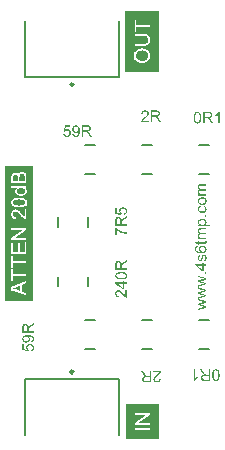
<source format=gbr>
%TF.GenerationSoftware,Altium Limited,Altium Designer,20.0.10 (225)*%
G04 Layer_Color=65535*
%FSLAX26Y26*%
%MOIN*%
%TF.FileFunction,Legend,Top*%
%TF.Part,Single*%
G01*
G75*
%TA.AperFunction,NonConductor*%
%ADD18C,0.009842*%
%ADD19C,0.007874*%
G36*
X5025626Y4654850D02*
X4914374D01*
Y4857809D01*
X5025626D01*
Y4654850D01*
D02*
G37*
G36*
X5184344Y4275362D02*
X5166861D01*
X5166806D01*
X5166751D01*
X5166417D01*
X5165918D01*
X5165307Y4275306D01*
X5164641Y4275251D01*
X5163975Y4275195D01*
X5163310Y4275084D01*
X5162810Y4274918D01*
X5162755D01*
X5162588Y4274807D01*
X5162366Y4274696D01*
X5162088Y4274529D01*
X5161756Y4274307D01*
X5161422Y4274030D01*
X5161090Y4273697D01*
X5160757Y4273253D01*
X5160701Y4273198D01*
X5160645Y4273031D01*
X5160534Y4272809D01*
X5160368Y4272421D01*
X5160202Y4272032D01*
X5160091Y4271533D01*
X5160035Y4271033D01*
X5159980Y4270422D01*
Y4270145D01*
X5160035Y4269923D01*
X5160091Y4269368D01*
X5160202Y4268702D01*
X5160479Y4267925D01*
X5160812Y4267092D01*
X5161311Y4266260D01*
X5161977Y4265483D01*
X5162088Y4265427D01*
X5162366Y4265206D01*
X5162810Y4264873D01*
X5163476Y4264539D01*
X5164364Y4264151D01*
X5165418Y4263873D01*
X5166695Y4263651D01*
X5168194Y4263541D01*
X5184344D01*
Y4258823D01*
X5166306D01*
X5166251D01*
X5166140D01*
X5166029D01*
X5165807D01*
X5165197Y4258767D01*
X5164530Y4258657D01*
X5163753Y4258546D01*
X5162976Y4258324D01*
X5162255Y4258046D01*
X5161589Y4257658D01*
X5161533Y4257602D01*
X5161311Y4257435D01*
X5161090Y4257158D01*
X5160757Y4256770D01*
X5160479Y4256270D01*
X5160202Y4255604D01*
X5160035Y4254827D01*
X5159980Y4253883D01*
Y4253551D01*
X5160035Y4253162D01*
X5160091Y4252718D01*
X5160257Y4252163D01*
X5160423Y4251497D01*
X5160701Y4250886D01*
X5161034Y4250221D01*
X5161090Y4250165D01*
X5161256Y4249943D01*
X5161478Y4249666D01*
X5161811Y4249277D01*
X5162255Y4248889D01*
X5162810Y4248500D01*
X5163421Y4248111D01*
X5164142Y4247779D01*
X5164253Y4247723D01*
X5164530Y4247667D01*
X5164975Y4247556D01*
X5165585Y4247390D01*
X5166417Y4247224D01*
X5167417Y4247113D01*
X5168582Y4247057D01*
X5169914Y4247002D01*
X5184344D01*
Y4242284D01*
X5156483D01*
Y4246502D01*
X5160479D01*
X5160368Y4246557D01*
X5160146Y4246724D01*
X5159757Y4247057D01*
X5159314Y4247445D01*
X5158758Y4247945D01*
X5158203Y4248556D01*
X5157649Y4249221D01*
X5157149Y4249998D01*
X5157093Y4250109D01*
X5156927Y4250387D01*
X5156761Y4250831D01*
X5156483Y4251441D01*
X5156261Y4252163D01*
X5156095Y4252995D01*
X5155928Y4253939D01*
X5155873Y4254938D01*
Y4255438D01*
X5155928Y4256048D01*
X5156039Y4256714D01*
X5156206Y4257547D01*
X5156427Y4258379D01*
X5156761Y4259212D01*
X5157204Y4259989D01*
X5157260Y4260100D01*
X5157426Y4260322D01*
X5157704Y4260654D01*
X5158148Y4261099D01*
X5158648Y4261542D01*
X5159258Y4262042D01*
X5159980Y4262486D01*
X5160812Y4262819D01*
X5160757Y4262874D01*
X5160590Y4262985D01*
X5160368Y4263152D01*
X5160035Y4263430D01*
X5159646Y4263762D01*
X5159258Y4264151D01*
X5158814Y4264595D01*
X5158315Y4265150D01*
X5157870Y4265761D01*
X5157426Y4266371D01*
X5157038Y4267092D01*
X5156650Y4267869D01*
X5156316Y4268702D01*
X5156095Y4269590D01*
X5155928Y4270478D01*
X5155873Y4271477D01*
Y4271865D01*
X5155928Y4272143D01*
Y4272532D01*
X5155984Y4272920D01*
X5156150Y4273864D01*
X5156427Y4274863D01*
X5156872Y4275917D01*
X5157426Y4276971D01*
X5158203Y4277859D01*
X5158315Y4277971D01*
X5158648Y4278193D01*
X5159147Y4278581D01*
X5159535Y4278748D01*
X5159924Y4278970D01*
X5160423Y4279191D01*
X5160923Y4279358D01*
X5161478Y4279580D01*
X5162144Y4279747D01*
X5162810Y4279858D01*
X5163587Y4279968D01*
X5164364Y4280079D01*
X5165252D01*
X5184344D01*
Y4275362D01*
D02*
G37*
G36*
X5171357Y4236734D02*
X5171912Y4236678D01*
X5172467D01*
X5173078Y4236568D01*
X5174465Y4236401D01*
X5175852Y4236068D01*
X5177240Y4235680D01*
X5178516Y4235124D01*
X5178572D01*
X5178627Y4235069D01*
X5178794Y4234958D01*
X5179016Y4234847D01*
X5179571Y4234458D01*
X5180237Y4233959D01*
X5181014Y4233293D01*
X5181791Y4232461D01*
X5182568Y4231517D01*
X5183289Y4230407D01*
Y4230351D01*
X5183345Y4230296D01*
X5183456Y4230130D01*
X5183567Y4229852D01*
X5183678Y4229574D01*
X5183789Y4229242D01*
X5184122Y4228409D01*
X5184400Y4227466D01*
X5184677Y4226300D01*
X5184899Y4225079D01*
X5184954Y4223747D01*
Y4223192D01*
X5184899Y4222748D01*
X5184843Y4222248D01*
X5184733Y4221694D01*
X5184622Y4221028D01*
X5184511Y4220361D01*
X5184066Y4218863D01*
X5183734Y4218030D01*
X5183400Y4217253D01*
X5182957Y4216476D01*
X5182457Y4215699D01*
X5181902Y4214978D01*
X5181236Y4214257D01*
X5181181Y4214201D01*
X5181069Y4214090D01*
X5180847Y4213923D01*
X5180515Y4213702D01*
X5180126Y4213424D01*
X5179682Y4213146D01*
X5179127Y4212814D01*
X5178461Y4212480D01*
X5177739Y4212148D01*
X5176907Y4211815D01*
X5176019Y4211537D01*
X5175075Y4211260D01*
X5174021Y4211038D01*
X5172911Y4210871D01*
X5171690Y4210760D01*
X5170413Y4210704D01*
X5170302D01*
X5170081D01*
X5169692Y4210760D01*
X5169137D01*
X5168526Y4210815D01*
X5167749Y4210926D01*
X5166972Y4211038D01*
X5166084Y4211260D01*
X5165197Y4211481D01*
X5164253Y4211759D01*
X5163254Y4212092D01*
X5162310Y4212536D01*
X5161422Y4212980D01*
X5160534Y4213591D01*
X5159702Y4214201D01*
X5158980Y4214978D01*
X5158925Y4215033D01*
X5158869Y4215145D01*
X5158703Y4215367D01*
X5158481Y4215644D01*
X5158259Y4215977D01*
X5157981Y4216421D01*
X5157704Y4216865D01*
X5157426Y4217420D01*
X5157149Y4218030D01*
X5156872Y4218697D01*
X5156372Y4220195D01*
X5155984Y4221916D01*
X5155928Y4222803D01*
X5155873Y4223747D01*
Y4224302D01*
X5155928Y4224690D01*
X5155984Y4225190D01*
X5156095Y4225745D01*
X5156206Y4226355D01*
X5156316Y4227077D01*
X5156816Y4228575D01*
X5157093Y4229352D01*
X5157482Y4230130D01*
X5157870Y4230907D01*
X5158426Y4231684D01*
X5158980Y4232405D01*
X5159646Y4233127D01*
X5159702Y4233182D01*
X5159813Y4233293D01*
X5160035Y4233459D01*
X5160312Y4233681D01*
X5160701Y4233959D01*
X5161200Y4234292D01*
X5161756Y4234625D01*
X5162366Y4234958D01*
X5163032Y4235291D01*
X5163864Y4235624D01*
X5164697Y4235957D01*
X5165641Y4236234D01*
X5166640Y4236457D01*
X5167694Y4236623D01*
X5168804Y4236734D01*
X5170025Y4236789D01*
X5170081D01*
X5170247D01*
X5170525D01*
X5170913D01*
X5171357Y4236734D01*
D02*
G37*
G36*
X5174965Y4208373D02*
X5175186Y4208318D01*
X5175520Y4208262D01*
X5175963Y4208151D01*
X5176408Y4208041D01*
X5177517Y4207652D01*
X5178683Y4207153D01*
X5179959Y4206431D01*
X5181181Y4205543D01*
X5181735Y4205043D01*
X5182291Y4204489D01*
X5182346Y4204433D01*
X5182401Y4204322D01*
X5182512Y4204155D01*
X5182679Y4203934D01*
X5182901Y4203656D01*
X5183123Y4203267D01*
X5183345Y4202824D01*
X5183623Y4202380D01*
X5184122Y4201270D01*
X5184511Y4199938D01*
X5184843Y4198494D01*
X5184899Y4197662D01*
X5184954Y4196829D01*
Y4196275D01*
X5184899Y4195886D01*
X5184843Y4195386D01*
X5184733Y4194832D01*
X5184622Y4194221D01*
X5184511Y4193555D01*
X5184066Y4192056D01*
X5183734Y4191335D01*
X5183400Y4190558D01*
X5182957Y4189781D01*
X5182457Y4189060D01*
X5181902Y4188338D01*
X5181236Y4187672D01*
X5181181Y4187617D01*
X5181069Y4187506D01*
X5180847Y4187339D01*
X5180570Y4187117D01*
X5180181Y4186895D01*
X5179682Y4186562D01*
X5179127Y4186284D01*
X5178516Y4185952D01*
X5177795Y4185618D01*
X5176962Y4185341D01*
X5176130Y4185008D01*
X5175131Y4184786D01*
X5174132Y4184564D01*
X5172967Y4184398D01*
X5171801Y4184287D01*
X5170525Y4184231D01*
X5170469D01*
X5170302D01*
X5170081D01*
X5169748D01*
X5169359Y4184287D01*
X5168915D01*
X5168416Y4184342D01*
X5167860Y4184398D01*
X5166640Y4184564D01*
X5165307Y4184842D01*
X5163975Y4185175D01*
X5162644Y4185674D01*
X5162588D01*
X5162477Y4185730D01*
X5162310Y4185841D01*
X5162088Y4185952D01*
X5161478Y4186284D01*
X5160757Y4186784D01*
X5159924Y4187450D01*
X5159092Y4188227D01*
X5158259Y4189171D01*
X5157593Y4190225D01*
Y4190280D01*
X5157538Y4190391D01*
X5157426Y4190558D01*
X5157315Y4190780D01*
X5157204Y4191057D01*
X5157038Y4191391D01*
X5156705Y4192223D01*
X5156427Y4193167D01*
X5156150Y4194332D01*
X5155928Y4195553D01*
X5155873Y4196885D01*
Y4197329D01*
X5155928Y4197662D01*
Y4197995D01*
X5155984Y4198439D01*
X5156150Y4199493D01*
X5156427Y4200659D01*
X5156872Y4201880D01*
X5157426Y4203101D01*
X5158203Y4204266D01*
Y4204322D01*
X5158315Y4204377D01*
X5158648Y4204711D01*
X5159147Y4205210D01*
X5159868Y4205820D01*
X5160757Y4206431D01*
X5161867Y4207042D01*
X5163143Y4207596D01*
X5164641Y4207985D01*
X5165363Y4203378D01*
X5165307D01*
X5165252Y4203323D01*
X5164919Y4203267D01*
X5164419Y4203101D01*
X5163809Y4202824D01*
X5163143Y4202546D01*
X5162422Y4202102D01*
X5161756Y4201602D01*
X5161200Y4201047D01*
X5161145Y4200992D01*
X5160979Y4200770D01*
X5160757Y4200382D01*
X5160479Y4199938D01*
X5160202Y4199327D01*
X5159980Y4198661D01*
X5159813Y4197884D01*
X5159757Y4197051D01*
Y4196718D01*
X5159813Y4196441D01*
X5159868Y4195831D01*
X5160091Y4194998D01*
X5160368Y4194110D01*
X5160812Y4193111D01*
X5161478Y4192167D01*
X5161867Y4191724D01*
X5162310Y4191279D01*
X5162366D01*
X5162422Y4191168D01*
X5162588Y4191057D01*
X5162810Y4190947D01*
X5163087Y4190780D01*
X5163421Y4190558D01*
X5163809Y4190391D01*
X5164253Y4190169D01*
X5164808Y4189948D01*
X5165418Y4189781D01*
X5166084Y4189559D01*
X5166806Y4189392D01*
X5167583Y4189282D01*
X5168471Y4189171D01*
X5169414Y4189060D01*
X5170413D01*
X5170469D01*
X5170636D01*
X5170968D01*
X5171301Y4189115D01*
X5171801D01*
X5172301Y4189171D01*
X5173521Y4189337D01*
X5174854Y4189559D01*
X5176241Y4189948D01*
X5177462Y4190447D01*
X5178073Y4190780D01*
X5178572Y4191168D01*
X5178683Y4191279D01*
X5178961Y4191557D01*
X5179349Y4192056D01*
X5179793Y4192667D01*
X5180292Y4193499D01*
X5180681Y4194443D01*
X5180958Y4195553D01*
X5181014Y4196163D01*
X5181069Y4196774D01*
Y4196885D01*
X5181014Y4197218D01*
X5180958Y4197773D01*
X5180847Y4198383D01*
X5180681Y4199105D01*
X5180348Y4199882D01*
X5179959Y4200659D01*
X5179404Y4201381D01*
X5179349Y4201492D01*
X5179072Y4201658D01*
X5178683Y4201991D01*
X5178073Y4202380D01*
X5177351Y4202768D01*
X5176463Y4203212D01*
X5175353Y4203545D01*
X5174132Y4203767D01*
X5174743Y4208429D01*
X5174798D01*
X5174965Y4208373D01*
D02*
G37*
G36*
X5184344Y4172021D02*
X5178961D01*
Y4177404D01*
X5184344D01*
Y4172021D01*
D02*
G37*
G36*
X5171357Y4164917D02*
X5171801D01*
X5172800Y4164806D01*
X5174021Y4164584D01*
X5175297Y4164306D01*
X5176630Y4163918D01*
X5177962Y4163418D01*
X5178017D01*
X5178128Y4163363D01*
X5178294Y4163252D01*
X5178516Y4163141D01*
X5179127Y4162752D01*
X5179904Y4162253D01*
X5180736Y4161642D01*
X5181569Y4160865D01*
X5182401Y4159977D01*
X5183178Y4158923D01*
Y4158868D01*
X5183234Y4158812D01*
X5183345Y4158645D01*
X5183456Y4158423D01*
X5183734Y4157868D01*
X5184066Y4157092D01*
X5184400Y4156148D01*
X5184677Y4155149D01*
X5184899Y4153984D01*
X5184954Y4152818D01*
Y4152430D01*
X5184899Y4151985D01*
X5184843Y4151431D01*
X5184733Y4150765D01*
X5184566Y4150043D01*
X5184344Y4149322D01*
X5184011Y4148600D01*
X5183956Y4148544D01*
X5183845Y4148267D01*
X5183623Y4147934D01*
X5183289Y4147490D01*
X5182957Y4147046D01*
X5182512Y4146491D01*
X5182013Y4145992D01*
X5181458Y4145547D01*
X5195000D01*
Y4140830D01*
X5156483D01*
Y4145104D01*
X5160146D01*
X5160035Y4145159D01*
X5159813Y4145381D01*
X5159425Y4145658D01*
X5158980Y4146102D01*
X5158426Y4146602D01*
X5157926Y4147157D01*
X5157426Y4147823D01*
X5156983Y4148489D01*
X5156927Y4148600D01*
X5156816Y4148822D01*
X5156650Y4149266D01*
X5156427Y4149821D01*
X5156206Y4150487D01*
X5156039Y4151264D01*
X5155928Y4152152D01*
X5155873Y4153151D01*
Y4153761D01*
X5155928Y4154039D01*
X5155984Y4154427D01*
X5156095Y4155260D01*
X5156316Y4156259D01*
X5156650Y4157314D01*
X5157149Y4158368D01*
X5157760Y4159422D01*
Y4159478D01*
X5157870Y4159533D01*
X5158092Y4159867D01*
X5158537Y4160366D01*
X5159092Y4160976D01*
X5159813Y4161642D01*
X5160701Y4162309D01*
X5161756Y4162975D01*
X5162921Y4163529D01*
X5162976D01*
X5163087Y4163585D01*
X5163254Y4163641D01*
X5163476Y4163752D01*
X5163809Y4163863D01*
X5164198Y4163974D01*
X5165086Y4164251D01*
X5166195Y4164529D01*
X5167417Y4164751D01*
X5168804Y4164917D01*
X5170247Y4164972D01*
X5170302D01*
X5170413D01*
X5170636D01*
X5170968D01*
X5171357Y4164917D01*
D02*
G37*
G36*
X5184344Y4129119D02*
X5166861D01*
X5166806D01*
X5166751D01*
X5166417D01*
X5165918D01*
X5165307Y4129064D01*
X5164641Y4129008D01*
X5163975Y4128953D01*
X5163310Y4128842D01*
X5162810Y4128676D01*
X5162755D01*
X5162588Y4128565D01*
X5162366Y4128453D01*
X5162088Y4128287D01*
X5161756Y4128065D01*
X5161422Y4127788D01*
X5161090Y4127454D01*
X5160757Y4127011D01*
X5160701Y4126955D01*
X5160645Y4126788D01*
X5160534Y4126566D01*
X5160368Y4126178D01*
X5160202Y4125789D01*
X5160091Y4125290D01*
X5160035Y4124791D01*
X5159980Y4124180D01*
Y4123903D01*
X5160035Y4123681D01*
X5160091Y4123126D01*
X5160202Y4122459D01*
X5160479Y4121682D01*
X5160812Y4120850D01*
X5161311Y4120017D01*
X5161977Y4119240D01*
X5162088Y4119185D01*
X5162366Y4118963D01*
X5162810Y4118630D01*
X5163476Y4118297D01*
X5164364Y4117908D01*
X5165418Y4117631D01*
X5166695Y4117409D01*
X5168194Y4117298D01*
X5184344D01*
Y4112581D01*
X5166306D01*
X5166251D01*
X5166140D01*
X5166029D01*
X5165807D01*
X5165197Y4112525D01*
X5164530Y4112414D01*
X5163753Y4112303D01*
X5162976Y4112081D01*
X5162255Y4111803D01*
X5161589Y4111415D01*
X5161533Y4111359D01*
X5161311Y4111193D01*
X5161090Y4110916D01*
X5160757Y4110527D01*
X5160479Y4110028D01*
X5160202Y4109361D01*
X5160035Y4108584D01*
X5159980Y4107641D01*
Y4107308D01*
X5160035Y4106919D01*
X5160091Y4106475D01*
X5160257Y4105921D01*
X5160423Y4105255D01*
X5160701Y4104644D01*
X5161034Y4103978D01*
X5161090Y4103922D01*
X5161256Y4103700D01*
X5161478Y4103423D01*
X5161811Y4103034D01*
X5162255Y4102646D01*
X5162810Y4102257D01*
X5163421Y4101869D01*
X5164142Y4101536D01*
X5164253Y4101480D01*
X5164530Y4101425D01*
X5164975Y4101314D01*
X5165585Y4101148D01*
X5166417Y4100981D01*
X5167417Y4100870D01*
X5168582Y4100815D01*
X5169914Y4100759D01*
X5184344D01*
Y4096042D01*
X5156483D01*
Y4100260D01*
X5160479D01*
X5160368Y4100315D01*
X5160146Y4100481D01*
X5159757Y4100815D01*
X5159314Y4101203D01*
X5158758Y4101703D01*
X5158203Y4102313D01*
X5157649Y4102979D01*
X5157149Y4103756D01*
X5157093Y4103867D01*
X5156927Y4104145D01*
X5156761Y4104588D01*
X5156483Y4105199D01*
X5156261Y4105921D01*
X5156095Y4106753D01*
X5155928Y4107697D01*
X5155873Y4108695D01*
Y4109195D01*
X5155928Y4109806D01*
X5156039Y4110471D01*
X5156206Y4111304D01*
X5156427Y4112136D01*
X5156761Y4112969D01*
X5157204Y4113746D01*
X5157260Y4113857D01*
X5157426Y4114079D01*
X5157704Y4114412D01*
X5158148Y4114856D01*
X5158648Y4115300D01*
X5159258Y4115800D01*
X5159980Y4116243D01*
X5160812Y4116577D01*
X5160757Y4116632D01*
X5160590Y4116743D01*
X5160368Y4116909D01*
X5160035Y4117187D01*
X5159646Y4117520D01*
X5159258Y4117908D01*
X5158814Y4118352D01*
X5158315Y4118908D01*
X5157870Y4119518D01*
X5157426Y4120128D01*
X5157038Y4120850D01*
X5156650Y4121627D01*
X5156316Y4122459D01*
X5156095Y4123347D01*
X5155928Y4124235D01*
X5155873Y4125234D01*
Y4125623D01*
X5155928Y4125900D01*
Y4126289D01*
X5155984Y4126677D01*
X5156150Y4127621D01*
X5156427Y4128620D01*
X5156872Y4129675D01*
X5157426Y4130729D01*
X5158203Y4131617D01*
X5158315Y4131728D01*
X5158648Y4131950D01*
X5159147Y4132338D01*
X5159535Y4132505D01*
X5159924Y4132727D01*
X5160423Y4132949D01*
X5160923Y4133115D01*
X5161478Y4133337D01*
X5162144Y4133504D01*
X5162810Y4133615D01*
X5163587Y4133726D01*
X5164364Y4133837D01*
X5165252D01*
X5184344D01*
Y4129119D01*
D02*
G37*
G36*
Y4091934D02*
X5184400Y4091713D01*
X5184455Y4091324D01*
X5184511Y4090825D01*
X5184622Y4090269D01*
X5184677Y4089659D01*
X5184733Y4088438D01*
Y4087994D01*
X5184677Y4087550D01*
X5184622Y4086995D01*
X5184566Y4086329D01*
X5184400Y4085663D01*
X5184233Y4085052D01*
X5183956Y4084442D01*
X5183900Y4084387D01*
X5183789Y4084220D01*
X5183623Y4083998D01*
X5183345Y4083665D01*
X5183068Y4083387D01*
X5182679Y4083055D01*
X5182291Y4082722D01*
X5181791Y4082499D01*
X5181735D01*
X5181514Y4082389D01*
X5181125Y4082333D01*
X5180570Y4082222D01*
X5179849Y4082111D01*
X5179404Y4082055D01*
X5178905D01*
X5178294Y4082000D01*
X5177684Y4081945D01*
X5177018D01*
X5176241D01*
X5160146D01*
Y4078448D01*
X5156483D01*
Y4081945D01*
X5149601D01*
X5146770Y4086662D01*
X5156483D01*
Y4091435D01*
X5160146D01*
Y4086662D01*
X5176519D01*
X5176630D01*
X5176851D01*
X5177185D01*
X5177573Y4086718D01*
X5178461Y4086773D01*
X5178850Y4086829D01*
X5179127Y4086884D01*
X5179238Y4086939D01*
X5179460Y4087106D01*
X5179738Y4087328D01*
X5180015Y4087716D01*
X5180070Y4087827D01*
X5180181Y4088105D01*
X5180292Y4088604D01*
X5180348Y4089326D01*
Y4089881D01*
X5180292Y4090159D01*
Y4090547D01*
X5180237Y4090991D01*
X5180181Y4091435D01*
X5184344Y4092046D01*
Y4091934D01*
D02*
G37*
G36*
X5172855Y4075118D02*
X5173189D01*
X5174077Y4074952D01*
X5175131Y4074785D01*
X5176241Y4074508D01*
X5177462Y4074119D01*
X5178627Y4073564D01*
X5178683D01*
X5178739Y4073508D01*
X5178905Y4073398D01*
X5179127Y4073287D01*
X5179682Y4072954D01*
X5180404Y4072454D01*
X5181181Y4071843D01*
X5181958Y4071122D01*
X5182734Y4070234D01*
X5183400Y4069291D01*
Y4069235D01*
X5183456Y4069180D01*
X5183567Y4069013D01*
X5183623Y4068791D01*
X5183900Y4068236D01*
X5184177Y4067515D01*
X5184511Y4066571D01*
X5184733Y4065517D01*
X5184954Y4064351D01*
X5185010Y4063075D01*
Y4062797D01*
X5184954Y4062519D01*
Y4062075D01*
X5184899Y4061576D01*
X5184788Y4061021D01*
X5184622Y4060355D01*
X5184455Y4059689D01*
X5184233Y4058912D01*
X5183956Y4058135D01*
X5183623Y4057358D01*
X5183178Y4056526D01*
X5182679Y4055749D01*
X5182124Y4054972D01*
X5181458Y4054195D01*
X5180681Y4053473D01*
X5180626Y4053418D01*
X5180459Y4053307D01*
X5180237Y4053140D01*
X5179849Y4052918D01*
X5179349Y4052585D01*
X5178794Y4052307D01*
X5178073Y4051974D01*
X5177296Y4051642D01*
X5176352Y4051253D01*
X5175297Y4050920D01*
X5174132Y4050642D01*
X5172855Y4050365D01*
X5171413Y4050088D01*
X5169859Y4049921D01*
X5168194Y4049810D01*
X5166417Y4049755D01*
X5166362D01*
X5166306D01*
X5166140D01*
X5165918D01*
X5165363Y4049810D01*
X5164586D01*
X5163698Y4049865D01*
X5162644Y4049977D01*
X5161478Y4050088D01*
X5160202Y4050254D01*
X5158925Y4050476D01*
X5157538Y4050753D01*
X5156206Y4051086D01*
X5154873Y4051475D01*
X5153597Y4051974D01*
X5152376Y4052530D01*
X5151211Y4053140D01*
X5150212Y4053861D01*
X5150156Y4053917D01*
X5150045Y4054028D01*
X5149823Y4054250D01*
X5149490Y4054528D01*
X5149157Y4054860D01*
X5148824Y4055305D01*
X5148380Y4055860D01*
X5147992Y4056414D01*
X5147603Y4057081D01*
X5147159Y4057802D01*
X5146826Y4058635D01*
X5146438Y4059467D01*
X5146160Y4060410D01*
X5145938Y4061410D01*
X5145827Y4062464D01*
X5145771Y4063574D01*
Y4064018D01*
X5145827Y4064351D01*
Y4064740D01*
X5145882Y4065184D01*
X5146105Y4066238D01*
X5146382Y4067403D01*
X5146826Y4068624D01*
X5147492Y4069845D01*
X5147881Y4070456D01*
X5148324Y4071011D01*
X5148380Y4071066D01*
X5148435Y4071122D01*
X5148602Y4071289D01*
X5148769Y4071455D01*
X5149046Y4071733D01*
X5149379Y4071954D01*
X5150156Y4072565D01*
X5151155Y4073175D01*
X5152376Y4073731D01*
X5153764Y4074230D01*
X5155318Y4074563D01*
X5155706Y4069845D01*
X5155650D01*
X5155595Y4069790D01*
X5155262Y4069735D01*
X5154762Y4069568D01*
X5154152Y4069346D01*
X5153486Y4069124D01*
X5152820Y4068791D01*
X5152209Y4068403D01*
X5151710Y4068014D01*
X5151599Y4067903D01*
X5151377Y4067681D01*
X5151044Y4067293D01*
X5150655Y4066738D01*
X5150323Y4066016D01*
X5149989Y4065239D01*
X5149767Y4064296D01*
X5149657Y4063296D01*
Y4062908D01*
X5149712Y4062464D01*
X5149823Y4061965D01*
X5149989Y4061298D01*
X5150212Y4060633D01*
X5150489Y4059966D01*
X5150933Y4059300D01*
X5150989Y4059189D01*
X5151211Y4058912D01*
X5151599Y4058523D01*
X5152154Y4058024D01*
X5152820Y4057469D01*
X5153597Y4056858D01*
X5154596Y4056303D01*
X5155706Y4055749D01*
X5155761D01*
X5155873Y4055693D01*
X5156039Y4055637D01*
X5156261Y4055526D01*
X5156594Y4055471D01*
X5156983Y4055360D01*
X5157426Y4055249D01*
X5157981Y4055138D01*
X5158592Y4054972D01*
X5159258Y4054860D01*
X5159980Y4054749D01*
X5160757Y4054694D01*
X5161645Y4054583D01*
X5162533Y4054528D01*
X5163532Y4054472D01*
X5164530D01*
X5164475Y4054528D01*
X5164142Y4054749D01*
X5163698Y4055138D01*
X5163143Y4055637D01*
X5162477Y4056193D01*
X5161867Y4056914D01*
X5161256Y4057691D01*
X5160701Y4058579D01*
Y4058635D01*
X5160645Y4058690D01*
X5160479Y4059023D01*
X5160312Y4059523D01*
X5160035Y4060189D01*
X5159813Y4060965D01*
X5159646Y4061854D01*
X5159480Y4062797D01*
X5159425Y4063796D01*
Y4064240D01*
X5159480Y4064573D01*
X5159535Y4065017D01*
X5159591Y4065461D01*
X5159702Y4066016D01*
X5159868Y4066571D01*
X5160257Y4067847D01*
X5160534Y4068514D01*
X5160923Y4069180D01*
X5161311Y4069845D01*
X5161756Y4070567D01*
X5162310Y4071233D01*
X5162921Y4071843D01*
X5162976Y4071899D01*
X5163087Y4072010D01*
X5163254Y4072177D01*
X5163532Y4072343D01*
X5163920Y4072620D01*
X5164309Y4072898D01*
X5164808Y4073175D01*
X5165363Y4073508D01*
X5165974Y4073841D01*
X5166640Y4074119D01*
X5167417Y4074396D01*
X5168194Y4074674D01*
X5169026Y4074840D01*
X5169970Y4075007D01*
X5170913Y4075118D01*
X5171912Y4075173D01*
X5171967D01*
X5172078D01*
X5172245D01*
X5172523D01*
X5172855Y4075118D01*
D02*
G37*
G36*
X5177018Y4045648D02*
X5177628Y4045537D01*
X5178294Y4045370D01*
X5179016Y4045093D01*
X5179849Y4044760D01*
X5180626Y4044316D01*
X5180736Y4044260D01*
X5180958Y4044038D01*
X5181347Y4043760D01*
X5181791Y4043316D01*
X5182291Y4042706D01*
X5182846Y4042040D01*
X5183345Y4041263D01*
X5183845Y4040320D01*
Y4040264D01*
X5183900Y4040209D01*
X5184011Y4039876D01*
X5184177Y4039320D01*
X5184400Y4038599D01*
X5184622Y4037711D01*
X5184788Y4036712D01*
X5184899Y4035657D01*
X5184954Y4034436D01*
Y4033937D01*
X5184899Y4033548D01*
Y4033104D01*
X5184843Y4032550D01*
X5184788Y4031994D01*
X5184677Y4031384D01*
X5184400Y4030052D01*
X5184011Y4028664D01*
X5183456Y4027332D01*
X5183123Y4026722D01*
X5182734Y4026167D01*
X5182679Y4026111D01*
X5182623Y4026056D01*
X5182291Y4025723D01*
X5181791Y4025224D01*
X5181014Y4024669D01*
X5180070Y4024058D01*
X5178961Y4023448D01*
X5177573Y4022948D01*
X5176019Y4022559D01*
X5175297Y4027222D01*
X5175353D01*
X5175408D01*
X5175742Y4027332D01*
X5176297Y4027443D01*
X5176907Y4027666D01*
X5177573Y4027943D01*
X5178294Y4028276D01*
X5179016Y4028776D01*
X5179627Y4029386D01*
X5179682Y4029497D01*
X5179849Y4029719D01*
X5180070Y4030163D01*
X5180348Y4030718D01*
X5180626Y4031439D01*
X5180847Y4032272D01*
X5181014Y4033271D01*
X5181069Y4034436D01*
Y4034992D01*
X5181014Y4035546D01*
X5180903Y4036268D01*
X5180736Y4037045D01*
X5180515Y4037878D01*
X5180237Y4038599D01*
X5179793Y4039265D01*
X5179738Y4039320D01*
X5179571Y4039543D01*
X5179293Y4039765D01*
X5178905Y4040097D01*
X5178461Y4040375D01*
X5177906Y4040653D01*
X5177351Y4040819D01*
X5176685Y4040874D01*
X5176630D01*
X5176408D01*
X5176130Y4040819D01*
X5175742Y4040708D01*
X5175353Y4040541D01*
X5174965Y4040264D01*
X5174520Y4039931D01*
X5174188Y4039432D01*
X5174132Y4039376D01*
X5174077Y4039209D01*
X5173910Y4038932D01*
X5173743Y4038488D01*
X5173521Y4037822D01*
X5173355Y4037434D01*
X5173244Y4036990D01*
X5173078Y4036490D01*
X5172911Y4035935D01*
X5172744Y4035325D01*
X5172578Y4034603D01*
Y4034548D01*
X5172523Y4034381D01*
X5172467Y4034104D01*
X5172356Y4033771D01*
X5172245Y4033327D01*
X5172078Y4032827D01*
X5171801Y4031773D01*
X5171413Y4030552D01*
X5171079Y4029386D01*
X5170691Y4028276D01*
X5170469Y4027776D01*
X5170302Y4027388D01*
X5170247Y4027277D01*
X5170136Y4027055D01*
X5169914Y4026722D01*
X5169636Y4026278D01*
X5169248Y4025778D01*
X5168804Y4025279D01*
X5168305Y4024780D01*
X5167694Y4024336D01*
X5167639Y4024280D01*
X5167417Y4024169D01*
X5167028Y4024003D01*
X5166584Y4023836D01*
X5166029Y4023669D01*
X5165363Y4023503D01*
X5164697Y4023392D01*
X5163920Y4023336D01*
X5163809D01*
X5163587D01*
X5163254Y4023392D01*
X5162755Y4023448D01*
X5162255Y4023559D01*
X5161645Y4023669D01*
X5161090Y4023892D01*
X5160479Y4024169D01*
X5160423Y4024224D01*
X5160202Y4024336D01*
X5159924Y4024502D01*
X5159535Y4024780D01*
X5159147Y4025113D01*
X5158648Y4025501D01*
X5158203Y4025945D01*
X5157815Y4026500D01*
X5157760Y4026555D01*
X5157704Y4026722D01*
X5157538Y4026944D01*
X5157371Y4027277D01*
X5157149Y4027721D01*
X5156927Y4028220D01*
X5156705Y4028831D01*
X5156483Y4029497D01*
X5156427Y4029608D01*
X5156372Y4029830D01*
X5156261Y4030218D01*
X5156150Y4030718D01*
X5156039Y4031329D01*
X5155984Y4031994D01*
X5155873Y4032771D01*
Y4034104D01*
X5155928Y4034714D01*
X5155984Y4035546D01*
X5156095Y4036434D01*
X5156316Y4037378D01*
X5156538Y4038377D01*
X5156872Y4039320D01*
Y4039376D01*
X5156927Y4039432D01*
X5157038Y4039709D01*
X5157260Y4040153D01*
X5157538Y4040708D01*
X5157926Y4041318D01*
X5158370Y4041929D01*
X5158869Y4042484D01*
X5159425Y4042983D01*
X5159480Y4043039D01*
X5159702Y4043150D01*
X5160091Y4043372D01*
X5160534Y4043649D01*
X5161200Y4043927D01*
X5161922Y4044204D01*
X5162755Y4044427D01*
X5163698Y4044648D01*
X5164309Y4040042D01*
X5164198D01*
X5163975Y4039986D01*
X5163587Y4039876D01*
X5163087Y4039709D01*
X5162588Y4039432D01*
X5162033Y4039099D01*
X5161478Y4038710D01*
X5160979Y4038155D01*
X5160923Y4038099D01*
X5160812Y4037878D01*
X5160590Y4037544D01*
X5160368Y4037045D01*
X5160146Y4036490D01*
X5159924Y4035769D01*
X5159813Y4034881D01*
X5159757Y4033937D01*
Y4033382D01*
X5159813Y4032827D01*
X5159868Y4032106D01*
X5160035Y4031384D01*
X5160202Y4030607D01*
X5160479Y4029885D01*
X5160868Y4029275D01*
X5160923Y4029220D01*
X5161034Y4029053D01*
X5161256Y4028831D01*
X5161589Y4028609D01*
X5161922Y4028331D01*
X5162366Y4028110D01*
X5162865Y4027943D01*
X5163365Y4027887D01*
X5163421D01*
X5163532D01*
X5163698Y4027943D01*
X5163920D01*
X5164475Y4028110D01*
X5165030Y4028443D01*
X5165086Y4028498D01*
X5165141Y4028553D01*
X5165307Y4028664D01*
X5165474Y4028887D01*
X5165641Y4029108D01*
X5165863Y4029441D01*
X5166029Y4029830D01*
X5166251Y4030274D01*
Y4030329D01*
X5166306Y4030441D01*
X5166362Y4030662D01*
X5166529Y4031051D01*
X5166695Y4031606D01*
X5166861Y4032327D01*
X5167028Y4032771D01*
X5167139Y4033271D01*
X5167306Y4033826D01*
X5167472Y4034436D01*
Y4034492D01*
X5167528Y4034659D01*
X5167583Y4034936D01*
X5167694Y4035269D01*
X5167805Y4035657D01*
X5167916Y4036157D01*
X5168249Y4037211D01*
X5168582Y4038377D01*
X5168971Y4039543D01*
X5169359Y4040597D01*
X5169525Y4041041D01*
X5169692Y4041430D01*
X5169748Y4041541D01*
X5169859Y4041762D01*
X5170025Y4042095D01*
X5170302Y4042595D01*
X5170636Y4043095D01*
X5171079Y4043594D01*
X5171579Y4044093D01*
X5172134Y4044537D01*
X5172190Y4044593D01*
X5172412Y4044704D01*
X5172744Y4044926D01*
X5173244Y4045148D01*
X5173855Y4045314D01*
X5174520Y4045537D01*
X5175297Y4045648D01*
X5176185Y4045703D01*
X5176297D01*
X5176574D01*
X5177018Y4045648D01*
D02*
G37*
G36*
X5175131Y4013069D02*
X5184344D01*
Y4008352D01*
X5175131D01*
Y3991646D01*
X5170802D01*
X5145938Y4009240D01*
Y4013069D01*
X5170802D01*
Y4018286D01*
X5175131D01*
Y4013069D01*
D02*
G37*
G36*
X5184344Y3980990D02*
X5178961D01*
Y3986374D01*
X5184344D01*
Y3980990D01*
D02*
G37*
G36*
Y3966893D02*
Y3962064D01*
X5167694Y3957624D01*
X5162921Y3956515D01*
X5184344Y3950909D01*
Y3945914D01*
X5156483Y3937478D01*
Y3942418D01*
X5172578Y3946858D01*
X5178572Y3948412D01*
X5178516D01*
X5178405Y3948467D01*
X5178128Y3948523D01*
X5177962Y3948578D01*
X5177684Y3948633D01*
X5177351Y3948689D01*
X5176962Y3948800D01*
X5176519Y3948911D01*
X5175963Y3949077D01*
X5175353Y3949244D01*
X5174632Y3949410D01*
X5173799Y3949633D01*
X5172855Y3949854D01*
X5156483Y3954294D01*
Y3959123D01*
X5172689Y3963285D01*
X5178017Y3964673D01*
X5172633Y3966282D01*
X5156483Y3971055D01*
Y3975662D01*
X5184344Y3966893D01*
D02*
G37*
G36*
Y3928154D02*
Y3923325D01*
X5167694Y3918885D01*
X5162921Y3917776D01*
X5184344Y3912170D01*
Y3907175D01*
X5156483Y3898739D01*
Y3903678D01*
X5172578Y3908119D01*
X5178572Y3909673D01*
X5178516D01*
X5178405Y3909728D01*
X5178128Y3909784D01*
X5177962Y3909839D01*
X5177684Y3909894D01*
X5177351Y3909950D01*
X5176962Y3910061D01*
X5176519Y3910172D01*
X5175963Y3910338D01*
X5175353Y3910505D01*
X5174632Y3910671D01*
X5173799Y3910894D01*
X5172855Y3911115D01*
X5156483Y3915555D01*
Y3920384D01*
X5172689Y3924546D01*
X5178017Y3925934D01*
X5172633Y3927544D01*
X5156483Y3932316D01*
Y3936923D01*
X5184344Y3928154D01*
D02*
G37*
G36*
Y3889415D02*
Y3884586D01*
X5167694Y3880146D01*
X5162921Y3879037D01*
X5184344Y3873431D01*
Y3868436D01*
X5156483Y3860000D01*
Y3864939D01*
X5172578Y3869380D01*
X5178572Y3870934D01*
X5178516D01*
X5178405Y3870989D01*
X5178128Y3871044D01*
X5177962Y3871100D01*
X5177684Y3871155D01*
X5177351Y3871211D01*
X5176962Y3871322D01*
X5176519Y3871433D01*
X5175963Y3871599D01*
X5175353Y3871766D01*
X5174632Y3871932D01*
X5173799Y3872155D01*
X5172855Y3872376D01*
X5156483Y3876816D01*
Y3881645D01*
X5172689Y3885807D01*
X5178017Y3887195D01*
X5172633Y3888805D01*
X5156483Y3893577D01*
Y3898184D01*
X5184344Y3889415D01*
D02*
G37*
G36*
X4605000Y3890000D02*
X4514090D01*
Y4341109D01*
X4605000D01*
Y3890000D01*
D02*
G37*
G36*
X5024751Y3546961D02*
Y3429732D01*
X4915249D01*
Y3546961D01*
X5024751D01*
D02*
G37*
G36*
X5228179Y4482937D02*
X5223462D01*
Y4512962D01*
X5223406Y4512907D01*
X5223128Y4512685D01*
X5222796Y4512352D01*
X5222240Y4511963D01*
X5221630Y4511464D01*
X5220853Y4510909D01*
X5219965Y4510298D01*
X5218966Y4509688D01*
X5218910D01*
X5218855Y4509632D01*
X5218522Y4509410D01*
X5217967Y4509133D01*
X5217301Y4508800D01*
X5216524Y4508411D01*
X5215691Y4508023D01*
X5214859Y4507634D01*
X5214026Y4507301D01*
Y4511852D01*
X5214082D01*
X5214193Y4511963D01*
X5214415Y4512019D01*
X5214693Y4512185D01*
X5215025Y4512352D01*
X5215414Y4512574D01*
X5216358Y4513129D01*
X5217467Y4513739D01*
X5218578Y4514516D01*
X5219743Y4515404D01*
X5220908Y4516348D01*
X5220964Y4516403D01*
X5221020Y4516459D01*
X5221186Y4516625D01*
X5221408Y4516792D01*
X5221908Y4517347D01*
X5222574Y4518013D01*
X5223239Y4518790D01*
X5223961Y4519678D01*
X5224572Y4520566D01*
X5225127Y4521509D01*
X5228179D01*
Y4482937D01*
D02*
G37*
G36*
X5191938Y4521287D02*
X5192437D01*
X5193602Y4521232D01*
X5194824Y4521065D01*
X5196155Y4520899D01*
X5197377Y4520621D01*
X5197987Y4520455D01*
X5198486Y4520288D01*
X5198542D01*
X5198597Y4520233D01*
X5198931Y4520066D01*
X5199430Y4519844D01*
X5200041Y4519456D01*
X5200707Y4518956D01*
X5201428Y4518290D01*
X5202094Y4517513D01*
X5202760Y4516625D01*
Y4516570D01*
X5202815Y4516514D01*
X5203038Y4516181D01*
X5203260Y4515626D01*
X5203592Y4514905D01*
X5203870Y4514072D01*
X5204148Y4513073D01*
X5204314Y4512019D01*
X5204369Y4510853D01*
Y4510798D01*
Y4510687D01*
Y4510465D01*
X5204314Y4510187D01*
Y4509799D01*
X5204258Y4509410D01*
X5204037Y4508467D01*
X5203703Y4507357D01*
X5203260Y4506191D01*
X5202593Y4505026D01*
X5202150Y4504471D01*
X5201706Y4503916D01*
X5201650Y4503860D01*
X5201595Y4503805D01*
X5201428Y4503638D01*
X5201206Y4503472D01*
X5200928Y4503250D01*
X5200596Y4503028D01*
X5200151Y4502750D01*
X5199708Y4502417D01*
X5199153Y4502140D01*
X5198542Y4501862D01*
X5197876Y4501529D01*
X5197154Y4501252D01*
X5196322Y4501030D01*
X5195489Y4500752D01*
X5194546Y4500586D01*
X5193547Y4500419D01*
X5193658Y4500364D01*
X5193880Y4500253D01*
X5194213Y4500031D01*
X5194657Y4499809D01*
X5195656Y4499198D01*
X5196155Y4498810D01*
X5196600Y4498477D01*
X5196711Y4498366D01*
X5196988Y4498088D01*
X5197432Y4497644D01*
X5197987Y4497089D01*
X5198597Y4496312D01*
X5199319Y4495480D01*
X5200041Y4494481D01*
X5200818Y4493371D01*
X5207422Y4482937D01*
X5201095D01*
X5196044Y4490929D01*
Y4490984D01*
X5195934Y4491095D01*
X5195823Y4491262D01*
X5195656Y4491484D01*
X5195267Y4492094D01*
X5194768Y4492871D01*
X5194158Y4493704D01*
X5193547Y4494592D01*
X5192936Y4495424D01*
X5192382Y4496201D01*
X5192326Y4496257D01*
X5192159Y4496479D01*
X5191882Y4496812D01*
X5191493Y4497200D01*
X5190661Y4498033D01*
X5190217Y4498421D01*
X5189773Y4498754D01*
X5189717Y4498810D01*
X5189606Y4498865D01*
X5189385Y4498976D01*
X5189051Y4499143D01*
X5188718Y4499309D01*
X5188330Y4499476D01*
X5187442Y4499753D01*
X5187386D01*
X5187275Y4499809D01*
X5187053D01*
X5186776Y4499864D01*
X5186387Y4499920D01*
X5185944D01*
X5185333Y4499975D01*
X5178784D01*
Y4482937D01*
X5173678D01*
Y4521343D01*
X5191493D01*
X5191938Y4521287D01*
D02*
G37*
G36*
X5155474Y4521454D02*
X5156195Y4521343D01*
X5157028Y4521176D01*
X5157916Y4520954D01*
X5158859Y4520677D01*
X5159748Y4520233D01*
X5159803D01*
X5159859Y4520177D01*
X5160136Y4520011D01*
X5160580Y4519733D01*
X5161135Y4519345D01*
X5161745Y4518790D01*
X5162412Y4518179D01*
X5163022Y4517458D01*
X5163632Y4516625D01*
X5163688Y4516514D01*
X5163910Y4516237D01*
X5164132Y4515737D01*
X5164520Y4515016D01*
X5164854Y4514183D01*
X5165297Y4513240D01*
X5165686Y4512130D01*
X5166019Y4510909D01*
Y4510853D01*
X5166074Y4510742D01*
X5166130Y4510576D01*
X5166185Y4510298D01*
X5166241Y4509965D01*
X5166297Y4509577D01*
X5166408Y4509077D01*
X5166463Y4508522D01*
X5166574Y4507912D01*
X5166630Y4507246D01*
X5166685Y4506469D01*
X5166796Y4505692D01*
X5166851Y4504804D01*
Y4503916D01*
X5166907Y4502917D01*
Y4501862D01*
Y4501807D01*
Y4501585D01*
Y4501196D01*
Y4500752D01*
X5166851Y4500142D01*
Y4499476D01*
X5166796Y4498754D01*
X5166740Y4497977D01*
X5166574Y4496201D01*
X5166297Y4494370D01*
X5165963Y4492594D01*
X5165742Y4491761D01*
X5165464Y4490929D01*
Y4490873D01*
X5165408Y4490762D01*
X5165297Y4490540D01*
X5165186Y4490263D01*
X5165075Y4489874D01*
X5164854Y4489486D01*
X5164409Y4488542D01*
X5163855Y4487543D01*
X5163133Y4486433D01*
X5162301Y4485434D01*
X5161301Y4484491D01*
X5161246D01*
X5161190Y4484380D01*
X5161024Y4484269D01*
X5160802Y4484158D01*
X5160525Y4483991D01*
X5160247Y4483769D01*
X5159414Y4483381D01*
X5158416Y4482992D01*
X5157250Y4482604D01*
X5155863Y4482382D01*
X5154364Y4482271D01*
X5153809D01*
X5153421Y4482326D01*
X5152976Y4482382D01*
X5152422Y4482493D01*
X5151811Y4482604D01*
X5151145Y4482770D01*
X5150479Y4482992D01*
X5149757Y4483214D01*
X5149036Y4483547D01*
X5148315Y4483936D01*
X5147593Y4484380D01*
X5146872Y4484935D01*
X5146206Y4485545D01*
X5145595Y4486211D01*
X5145539Y4486267D01*
X5145428Y4486433D01*
X5145262Y4486711D01*
X5144984Y4487155D01*
X5144707Y4487654D01*
X5144430Y4488320D01*
X5144041Y4489097D01*
X5143708Y4489985D01*
X5143375Y4490984D01*
X5143042Y4492150D01*
X5142709Y4493426D01*
X5142431Y4494869D01*
X5142154Y4496423D01*
X5141988Y4498088D01*
X5141877Y4499920D01*
X5141821Y4501862D01*
Y4501918D01*
Y4502140D01*
Y4502528D01*
Y4502972D01*
X5141877Y4503583D01*
Y4504249D01*
X5141932Y4504970D01*
X5141988Y4505803D01*
X5142154Y4507523D01*
X5142431Y4509355D01*
X5142765Y4511186D01*
X5142986Y4512019D01*
X5143208Y4512851D01*
Y4512907D01*
X5143264Y4513018D01*
X5143375Y4513240D01*
X5143486Y4513517D01*
X5143597Y4513906D01*
X5143819Y4514294D01*
X5144263Y4515238D01*
X5144818Y4516237D01*
X5145539Y4517291D01*
X5146372Y4518346D01*
X5147371Y4519234D01*
X5147426D01*
X5147482Y4519345D01*
X5147649Y4519456D01*
X5147870Y4519567D01*
X5148148Y4519789D01*
X5148481Y4519955D01*
X5149314Y4520399D01*
X5150312Y4520788D01*
X5151478Y4521176D01*
X5152865Y4521398D01*
X5154364Y4521509D01*
X5154864D01*
X5155474Y4521454D01*
D02*
G37*
G36*
X5196322Y3624287D02*
X5178507D01*
X5178062Y3624343D01*
X5177563D01*
X5176398Y3624398D01*
X5175176Y3624565D01*
X5173845Y3624731D01*
X5172623Y3625009D01*
X5172013Y3625175D01*
X5171514Y3625342D01*
X5171458D01*
X5171403Y3625397D01*
X5171069Y3625564D01*
X5170570Y3625786D01*
X5169959Y3626174D01*
X5169293Y3626674D01*
X5168572Y3627340D01*
X5167906Y3628117D01*
X5167240Y3629005D01*
Y3629060D01*
X5167185Y3629116D01*
X5166962Y3629449D01*
X5166740Y3630004D01*
X5166408Y3630725D01*
X5166130Y3631558D01*
X5165852Y3632557D01*
X5165686Y3633611D01*
X5165631Y3634777D01*
Y3634832D01*
Y3634943D01*
Y3635165D01*
X5165686Y3635443D01*
Y3635831D01*
X5165742Y3636220D01*
X5165963Y3637163D01*
X5166297Y3638273D01*
X5166740Y3639439D01*
X5167407Y3640604D01*
X5167850Y3641159D01*
X5168294Y3641714D01*
X5168350Y3641770D01*
X5168405Y3641825D01*
X5168572Y3641992D01*
X5168794Y3642158D01*
X5169072Y3642380D01*
X5169404Y3642602D01*
X5169849Y3642880D01*
X5170292Y3643213D01*
X5170847Y3643490D01*
X5171458Y3643768D01*
X5172124Y3644101D01*
X5172846Y3644378D01*
X5173678Y3644600D01*
X5174511Y3644878D01*
X5175454Y3645044D01*
X5176453Y3645211D01*
X5176342Y3645266D01*
X5176120Y3645377D01*
X5175787Y3645599D01*
X5175343Y3645821D01*
X5174344Y3646432D01*
X5173845Y3646820D01*
X5173400Y3647153D01*
X5173289Y3647264D01*
X5173012Y3647542D01*
X5172568Y3647986D01*
X5172013Y3648541D01*
X5171403Y3649318D01*
X5170681Y3650150D01*
X5169959Y3651149D01*
X5169182Y3652259D01*
X5162578Y3662693D01*
X5168905D01*
X5173956Y3654701D01*
Y3654646D01*
X5174066Y3654535D01*
X5174177Y3654368D01*
X5174344Y3654146D01*
X5174733Y3653536D01*
X5175232Y3652759D01*
X5175842Y3651926D01*
X5176453Y3651038D01*
X5177064Y3650206D01*
X5177618Y3649429D01*
X5177674Y3649373D01*
X5177841Y3649151D01*
X5178118Y3648818D01*
X5178507Y3648430D01*
X5179339Y3647597D01*
X5179783Y3647209D01*
X5180227Y3646876D01*
X5180283Y3646820D01*
X5180394Y3646765D01*
X5180615Y3646654D01*
X5180949Y3646487D01*
X5181282Y3646321D01*
X5181670Y3646154D01*
X5182558Y3645877D01*
X5182614D01*
X5182725Y3645821D01*
X5182947D01*
X5183224Y3645766D01*
X5183613Y3645710D01*
X5184056D01*
X5184667Y3645655D01*
X5191216D01*
Y3662693D01*
X5196322D01*
Y3624287D01*
D02*
G37*
G36*
X5216579Y3663304D02*
X5217024Y3663248D01*
X5217578Y3663137D01*
X5218189Y3663026D01*
X5218855Y3662860D01*
X5219521Y3662638D01*
X5220243Y3662416D01*
X5220964Y3662083D01*
X5221685Y3661694D01*
X5222407Y3661250D01*
X5223128Y3660695D01*
X5223794Y3660085D01*
X5224405Y3659419D01*
X5224461Y3659363D01*
X5224572Y3659197D01*
X5224738Y3658919D01*
X5225016Y3658475D01*
X5225293Y3657976D01*
X5225570Y3657310D01*
X5225959Y3656533D01*
X5226292Y3655645D01*
X5226625Y3654646D01*
X5226958Y3653480D01*
X5227291Y3652204D01*
X5227569Y3650761D01*
X5227846Y3649207D01*
X5228012Y3647542D01*
X5228123Y3645710D01*
X5228179Y3643768D01*
Y3643712D01*
Y3643490D01*
Y3643102D01*
Y3642658D01*
X5228123Y3642047D01*
Y3641381D01*
X5228068Y3640660D01*
X5228012Y3639827D01*
X5227846Y3638107D01*
X5227569Y3636275D01*
X5227235Y3634444D01*
X5227014Y3633611D01*
X5226792Y3632779D01*
Y3632723D01*
X5226736Y3632612D01*
X5226625Y3632390D01*
X5226514Y3632113D01*
X5226403Y3631724D01*
X5226181Y3631336D01*
X5225737Y3630392D01*
X5225182Y3629393D01*
X5224461Y3628339D01*
X5223628Y3627284D01*
X5222629Y3626396D01*
X5222574D01*
X5222518Y3626285D01*
X5222351Y3626174D01*
X5222130Y3626063D01*
X5221852Y3625841D01*
X5221519Y3625675D01*
X5220686Y3625231D01*
X5219688Y3624842D01*
X5218522Y3624454D01*
X5217135Y3624232D01*
X5215636Y3624121D01*
X5215136D01*
X5214526Y3624176D01*
X5213805Y3624287D01*
X5212972Y3624454D01*
X5212084Y3624676D01*
X5211141Y3624953D01*
X5210252Y3625397D01*
X5210197D01*
X5210141Y3625453D01*
X5209864Y3625619D01*
X5209420Y3625897D01*
X5208865Y3626285D01*
X5208255Y3626840D01*
X5207588Y3627451D01*
X5206978Y3628172D01*
X5206368Y3629005D01*
X5206312Y3629116D01*
X5206090Y3629393D01*
X5205868Y3629893D01*
X5205480Y3630614D01*
X5205146Y3631447D01*
X5204703Y3632390D01*
X5204314Y3633500D01*
X5203981Y3634721D01*
Y3634777D01*
X5203926Y3634888D01*
X5203870Y3635054D01*
X5203815Y3635332D01*
X5203759Y3635665D01*
X5203703Y3636053D01*
X5203592Y3636553D01*
X5203537Y3637108D01*
X5203426Y3637718D01*
X5203370Y3638384D01*
X5203315Y3639161D01*
X5203204Y3639938D01*
X5203149Y3640826D01*
Y3641714D01*
X5203093Y3642713D01*
Y3643768D01*
Y3643823D01*
Y3644045D01*
Y3644434D01*
Y3644878D01*
X5203149Y3645488D01*
Y3646154D01*
X5203204Y3646876D01*
X5203260Y3647653D01*
X5203426Y3649429D01*
X5203703Y3651260D01*
X5204037Y3653036D01*
X5204258Y3653869D01*
X5204536Y3654701D01*
Y3654757D01*
X5204592Y3654868D01*
X5204703Y3655090D01*
X5204814Y3655367D01*
X5204925Y3655756D01*
X5205146Y3656144D01*
X5205591Y3657088D01*
X5206145Y3658087D01*
X5206867Y3659197D01*
X5207699Y3660196D01*
X5208699Y3661139D01*
X5208754D01*
X5208810Y3661250D01*
X5208976Y3661361D01*
X5209198Y3661472D01*
X5209475Y3661639D01*
X5209753Y3661861D01*
X5210586Y3662249D01*
X5211584Y3662638D01*
X5212750Y3663026D01*
X5214137Y3663248D01*
X5215636Y3663359D01*
X5216191D01*
X5216579Y3663304D01*
D02*
G37*
G36*
X5146538Y3632668D02*
X5146594Y3632723D01*
X5146872Y3632945D01*
X5147204Y3633278D01*
X5147760Y3633667D01*
X5148370Y3634166D01*
X5149147Y3634721D01*
X5150035Y3635332D01*
X5151034Y3635942D01*
X5151090D01*
X5151145Y3635998D01*
X5151478Y3636220D01*
X5152033Y3636497D01*
X5152699Y3636830D01*
X5153476Y3637219D01*
X5154309Y3637607D01*
X5155141Y3637996D01*
X5155974Y3638329D01*
Y3633778D01*
X5155918D01*
X5155807Y3633667D01*
X5155585Y3633611D01*
X5155307Y3633445D01*
X5154975Y3633278D01*
X5154586Y3633056D01*
X5153642Y3632501D01*
X5152533Y3631891D01*
X5151422Y3631114D01*
X5150257Y3630226D01*
X5149092Y3629282D01*
X5149036Y3629227D01*
X5148980Y3629171D01*
X5148814Y3629005D01*
X5148592Y3628838D01*
X5148092Y3628283D01*
X5147426Y3627617D01*
X5146761Y3626840D01*
X5146039Y3625952D01*
X5145428Y3625064D01*
X5144873Y3624121D01*
X5141821D01*
Y3662693D01*
X5146538D01*
Y3632668D01*
D02*
G37*
G36*
X5000610Y3619620D02*
X4982795D01*
X4982351Y3619676D01*
X4981851D01*
X4980686Y3619731D01*
X4979465Y3619898D01*
X4978133Y3620064D01*
X4976912Y3620342D01*
X4976301Y3620508D01*
X4975802Y3620675D01*
X4975746D01*
X4975691Y3620730D01*
X4975358Y3620897D01*
X4974858Y3621119D01*
X4974248Y3621507D01*
X4973582Y3622007D01*
X4972860Y3622673D01*
X4972194Y3623450D01*
X4971528Y3624338D01*
Y3624393D01*
X4971473Y3624449D01*
X4971251Y3624782D01*
X4971029Y3625337D01*
X4970696Y3626058D01*
X4970418Y3626891D01*
X4970141Y3627890D01*
X4969974Y3628944D01*
X4969919Y3630110D01*
Y3630165D01*
Y3630276D01*
Y3630498D01*
X4969974Y3630776D01*
Y3631164D01*
X4970030Y3631553D01*
X4970252Y3632496D01*
X4970585Y3633606D01*
X4971029Y3634772D01*
X4971695Y3635937D01*
X4972139Y3636492D01*
X4972583Y3637047D01*
X4972638Y3637103D01*
X4972694Y3637158D01*
X4972860Y3637325D01*
X4973082Y3637491D01*
X4973360Y3637713D01*
X4973693Y3637935D01*
X4974137Y3638213D01*
X4974581Y3638546D01*
X4975136Y3638823D01*
X4975746Y3639101D01*
X4976412Y3639434D01*
X4977134Y3639711D01*
X4977966Y3639933D01*
X4978799Y3640211D01*
X4979742Y3640377D01*
X4980741Y3640544D01*
X4980630Y3640599D01*
X4980408Y3640710D01*
X4980075Y3640932D01*
X4979631Y3641154D01*
X4978632Y3641765D01*
X4978133Y3642153D01*
X4977689Y3642486D01*
X4977578Y3642597D01*
X4977300Y3642875D01*
X4976856Y3643319D01*
X4976301Y3643874D01*
X4975691Y3644651D01*
X4974969Y3645483D01*
X4974248Y3646482D01*
X4973471Y3647592D01*
X4966866Y3658026D01*
X4973193D01*
X4978244Y3650034D01*
Y3649979D01*
X4978355Y3649868D01*
X4978466Y3649701D01*
X4978632Y3649479D01*
X4979021Y3648869D01*
X4979520Y3648092D01*
X4980131Y3647259D01*
X4980741Y3646371D01*
X4981352Y3645539D01*
X4981907Y3644762D01*
X4981962Y3644706D01*
X4982129Y3644484D01*
X4982406Y3644151D01*
X4982795Y3643763D01*
X4983627Y3642930D01*
X4984071Y3642542D01*
X4984515Y3642209D01*
X4984571Y3642153D01*
X4984682Y3642098D01*
X4984904Y3641987D01*
X4985237Y3641820D01*
X4985570Y3641654D01*
X4985958Y3641487D01*
X4986846Y3641210D01*
X4986902D01*
X4987013Y3641154D01*
X4987235D01*
X4987512Y3641099D01*
X4987901Y3641043D01*
X4988345D01*
X4988955Y3640988D01*
X4995504D01*
Y3658026D01*
X5000610D01*
Y3619620D01*
D02*
G37*
G36*
X5033133Y3657971D02*
Y3657749D01*
Y3657416D01*
X5033078Y3656972D01*
X5033022Y3656472D01*
X5032911Y3655917D01*
X5032800Y3655362D01*
X5032578Y3654752D01*
Y3654696D01*
X5032523Y3654641D01*
X5032412Y3654308D01*
X5032190Y3653808D01*
X5031857Y3653142D01*
X5031413Y3652365D01*
X5030858Y3651477D01*
X5030247Y3650589D01*
X5029470Y3649646D01*
Y3649590D01*
X5029359Y3649535D01*
X5029082Y3649202D01*
X5028582Y3648702D01*
X5027861Y3647981D01*
X5027028Y3647148D01*
X5025974Y3646149D01*
X5024697Y3645039D01*
X5023310Y3643874D01*
X5023254Y3643818D01*
X5023032Y3643652D01*
X5022699Y3643374D01*
X5022311Y3643041D01*
X5021811Y3642597D01*
X5021201Y3642098D01*
X5020590Y3641543D01*
X5019869Y3640932D01*
X5018481Y3639600D01*
X5017094Y3638268D01*
X5016428Y3637602D01*
X5015817Y3636936D01*
X5015262Y3636326D01*
X5014818Y3635715D01*
Y3635660D01*
X5014707Y3635604D01*
X5014596Y3635438D01*
X5014485Y3635216D01*
X5014097Y3634605D01*
X5013653Y3633884D01*
X5013264Y3632996D01*
X5012876Y3632052D01*
X5012654Y3630998D01*
X5012543Y3629999D01*
Y3629943D01*
Y3629888D01*
X5012598Y3629555D01*
X5012654Y3629000D01*
X5012820Y3628389D01*
X5013042Y3627612D01*
X5013431Y3626835D01*
X5013930Y3626058D01*
X5014596Y3625281D01*
X5014707Y3625170D01*
X5014985Y3624948D01*
X5015373Y3624671D01*
X5015984Y3624282D01*
X5016761Y3623949D01*
X5017649Y3623616D01*
X5018703Y3623394D01*
X5019869Y3623339D01*
X5020202D01*
X5020424Y3623394D01*
X5021090Y3623450D01*
X5021867Y3623616D01*
X5022699Y3623838D01*
X5023643Y3624227D01*
X5024531Y3624726D01*
X5025363Y3625392D01*
X5025474Y3625503D01*
X5025696Y3625781D01*
X5026029Y3626225D01*
X5026362Y3626891D01*
X5026751Y3627668D01*
X5027084Y3628667D01*
X5027306Y3629777D01*
X5027417Y3631053D01*
X5032245Y3630554D01*
Y3630498D01*
X5032190Y3630332D01*
Y3630054D01*
X5032134Y3629666D01*
X5032023Y3629222D01*
X5031912Y3628722D01*
X5031746Y3628112D01*
X5031579Y3627501D01*
X5031135Y3626169D01*
X5030469Y3624837D01*
X5030081Y3624171D01*
X5029581Y3623505D01*
X5029082Y3622895D01*
X5028527Y3622340D01*
X5028471Y3622284D01*
X5028360Y3622229D01*
X5028194Y3622062D01*
X5027916Y3621896D01*
X5027583Y3621674D01*
X5027195Y3621452D01*
X5026751Y3621174D01*
X5026196Y3620897D01*
X5025585Y3620619D01*
X5024919Y3620342D01*
X5024198Y3620120D01*
X5023421Y3619898D01*
X5022588Y3619731D01*
X5021700Y3619565D01*
X5020757Y3619509D01*
X5019758Y3619454D01*
X5019203D01*
X5018814Y3619509D01*
X5018370Y3619565D01*
X5017815Y3619620D01*
X5017205Y3619731D01*
X5016594Y3619842D01*
X5015151Y3620231D01*
X5013708Y3620786D01*
X5012987Y3621119D01*
X5012265Y3621507D01*
X5011599Y3622007D01*
X5010989Y3622562D01*
X5010933Y3622617D01*
X5010822Y3622673D01*
X5010711Y3622895D01*
X5010489Y3623117D01*
X5010212Y3623394D01*
X5009934Y3623783D01*
X5009657Y3624171D01*
X5009324Y3624671D01*
X5008769Y3625725D01*
X5008214Y3627057D01*
X5007992Y3627723D01*
X5007881Y3628500D01*
X5007770Y3629277D01*
X5007714Y3630110D01*
Y3630221D01*
Y3630498D01*
X5007770Y3630942D01*
X5007825Y3631553D01*
X5007936Y3632219D01*
X5008158Y3632996D01*
X5008380Y3633828D01*
X5008713Y3634661D01*
X5008769Y3634772D01*
X5008880Y3635049D01*
X5009102Y3635493D01*
X5009435Y3636104D01*
X5009879Y3636770D01*
X5010434Y3637602D01*
X5011100Y3638435D01*
X5011877Y3639378D01*
X5011988Y3639489D01*
X5012265Y3639822D01*
X5012543Y3640100D01*
X5012820Y3640377D01*
X5013153Y3640710D01*
X5013597Y3641154D01*
X5014041Y3641598D01*
X5014596Y3642098D01*
X5015151Y3642653D01*
X5015817Y3643263D01*
X5016539Y3643874D01*
X5017316Y3644595D01*
X5018204Y3645317D01*
X5019092Y3646094D01*
X5019147Y3646149D01*
X5019258Y3646260D01*
X5019480Y3646427D01*
X5019758Y3646649D01*
X5020091Y3646982D01*
X5020479Y3647315D01*
X5021367Y3648036D01*
X5022311Y3648869D01*
X5023199Y3649701D01*
X5023976Y3650423D01*
X5024309Y3650700D01*
X5024586Y3650978D01*
X5024642Y3651033D01*
X5024808Y3651200D01*
X5025030Y3651422D01*
X5025308Y3651755D01*
X5025585Y3652143D01*
X5025918Y3652532D01*
X5026584Y3653475D01*
X5007659D01*
Y3658026D01*
X5033133D01*
Y3657971D01*
D02*
G37*
G36*
X5017649Y4525954D02*
X5018149D01*
X5019314Y4525899D01*
X5020535Y4525732D01*
X5021867Y4525566D01*
X5023088Y4525288D01*
X5023699Y4525122D01*
X5024198Y4524955D01*
X5024253D01*
X5024309Y4524900D01*
X5024642Y4524733D01*
X5025141Y4524511D01*
X5025752Y4524123D01*
X5026418Y4523623D01*
X5027140Y4522957D01*
X5027806Y4522180D01*
X5028471Y4521292D01*
Y4521237D01*
X5028527Y4521181D01*
X5028749Y4520848D01*
X5028971Y4520293D01*
X5029304Y4519572D01*
X5029582Y4518739D01*
X5029859Y4517740D01*
X5030025Y4516686D01*
X5030081Y4515520D01*
Y4515465D01*
Y4515354D01*
Y4515132D01*
X5030025Y4514854D01*
Y4514466D01*
X5029970Y4514077D01*
X5029748Y4513134D01*
X5029415Y4512024D01*
X5028971Y4510858D01*
X5028305Y4509693D01*
X5027861Y4509138D01*
X5027417Y4508583D01*
X5027361Y4508527D01*
X5027306Y4508472D01*
X5027140Y4508305D01*
X5026917Y4508139D01*
X5026640Y4507917D01*
X5026307Y4507695D01*
X5025863Y4507417D01*
X5025419Y4507084D01*
X5024864Y4506807D01*
X5024253Y4506529D01*
X5023587Y4506196D01*
X5022866Y4505919D01*
X5022033Y4505697D01*
X5021201Y4505419D01*
X5020257Y4505253D01*
X5019258Y4505086D01*
X5019369Y4505031D01*
X5019592Y4504920D01*
X5019925Y4504698D01*
X5020368Y4504476D01*
X5021368Y4503865D01*
X5021867Y4503477D01*
X5022311Y4503144D01*
X5022422Y4503033D01*
X5022699Y4502755D01*
X5023144Y4502311D01*
X5023699Y4501756D01*
X5024309Y4500979D01*
X5025030Y4500147D01*
X5025752Y4499148D01*
X5026529Y4498038D01*
X5033133Y4487604D01*
X5026806D01*
X5021756Y4495596D01*
Y4495651D01*
X5021645Y4495762D01*
X5021534Y4495929D01*
X5021368Y4496151D01*
X5020979Y4496761D01*
X5020480Y4497538D01*
X5019869Y4498371D01*
X5019258Y4499259D01*
X5018648Y4500091D01*
X5018093Y4500868D01*
X5018038Y4500924D01*
X5017871Y4501146D01*
X5017593Y4501479D01*
X5017205Y4501867D01*
X5016373Y4502700D01*
X5015928Y4503088D01*
X5015484Y4503421D01*
X5015429Y4503477D01*
X5015318Y4503532D01*
X5015096Y4503643D01*
X5014763Y4503810D01*
X5014430Y4503976D01*
X5014042Y4504143D01*
X5013154Y4504420D01*
X5013098D01*
X5012987Y4504476D01*
X5012765D01*
X5012488Y4504531D01*
X5012099Y4504587D01*
X5011655D01*
X5011044Y4504642D01*
X5004495D01*
Y4487604D01*
X4999390D01*
Y4526010D01*
X5017205D01*
X5017649Y4525954D01*
D02*
G37*
G36*
X4981185Y4526121D02*
X4981630Y4526065D01*
X4982185Y4526010D01*
X4982795Y4525899D01*
X4983405Y4525788D01*
X4984849Y4525399D01*
X4986292Y4524844D01*
X4987013Y4524511D01*
X4987734Y4524123D01*
X4988400Y4523623D01*
X4989011Y4523068D01*
X4989066Y4523013D01*
X4989177Y4522957D01*
X4989288Y4522735D01*
X4989511Y4522513D01*
X4989788Y4522236D01*
X4990065Y4521847D01*
X4990343Y4521459D01*
X4990676Y4520959D01*
X4991231Y4519905D01*
X4991786Y4518573D01*
X4992008Y4517907D01*
X4992119Y4517130D01*
X4992230Y4516353D01*
X4992285Y4515520D01*
Y4515409D01*
Y4515132D01*
X4992230Y4514688D01*
X4992175Y4514077D01*
X4992064Y4513411D01*
X4991842Y4512634D01*
X4991619Y4511802D01*
X4991287Y4510969D01*
X4991231Y4510858D01*
X4991120Y4510581D01*
X4990898Y4510137D01*
X4990565Y4509526D01*
X4990121Y4508860D01*
X4989566Y4508028D01*
X4988900Y4507195D01*
X4988123Y4506252D01*
X4988012Y4506141D01*
X4987734Y4505808D01*
X4987457Y4505530D01*
X4987180Y4505253D01*
X4986846Y4504920D01*
X4986403Y4504476D01*
X4985958Y4504032D01*
X4985404Y4503532D01*
X4984849Y4502977D01*
X4984182Y4502367D01*
X4983461Y4501756D01*
X4982684Y4501035D01*
X4981796Y4500313D01*
X4980908Y4499536D01*
X4980852Y4499481D01*
X4980742Y4499370D01*
X4980520Y4499203D01*
X4980242Y4498981D01*
X4979909Y4498648D01*
X4979520Y4498315D01*
X4978632Y4497594D01*
X4977689Y4496761D01*
X4976801Y4495929D01*
X4976024Y4495207D01*
X4975691Y4494930D01*
X4975413Y4494652D01*
X4975358Y4494597D01*
X4975191Y4494430D01*
X4974970Y4494208D01*
X4974692Y4493875D01*
X4974414Y4493487D01*
X4974082Y4493098D01*
X4973416Y4492155D01*
X4992341D01*
Y4487604D01*
X4966867D01*
Y4487659D01*
Y4487881D01*
Y4488214D01*
X4966922Y4488658D01*
X4966977Y4489158D01*
X4967088Y4489713D01*
X4967199Y4490268D01*
X4967422Y4490878D01*
Y4490934D01*
X4967477Y4490989D01*
X4967588Y4491322D01*
X4967810Y4491822D01*
X4968143Y4492488D01*
X4968587Y4493265D01*
X4969142Y4494153D01*
X4969752Y4495041D01*
X4970529Y4495984D01*
Y4496040D01*
X4970641Y4496095D01*
X4970918Y4496428D01*
X4971417Y4496928D01*
X4972139Y4497649D01*
X4972971Y4498482D01*
X4974026Y4499481D01*
X4975302Y4500591D01*
X4976690Y4501756D01*
X4976745Y4501812D01*
X4976967Y4501978D01*
X4977301Y4502256D01*
X4977689Y4502589D01*
X4978189Y4503033D01*
X4978799Y4503532D01*
X4979409Y4504087D01*
X4980131Y4504698D01*
X4981519Y4506030D01*
X4982906Y4507362D01*
X4983572Y4508028D01*
X4984182Y4508694D01*
X4984738Y4509304D01*
X4985181Y4509915D01*
Y4509970D01*
X4985292Y4510026D01*
X4985404Y4510192D01*
X4985515Y4510414D01*
X4985903Y4511025D01*
X4986347Y4511746D01*
X4986735Y4512634D01*
X4987124Y4513578D01*
X4987346Y4514632D01*
X4987457Y4515631D01*
Y4515687D01*
Y4515742D01*
X4987401Y4516075D01*
X4987346Y4516630D01*
X4987180Y4517241D01*
X4986958Y4518018D01*
X4986569Y4518795D01*
X4986069Y4519572D01*
X4985404Y4520349D01*
X4985292Y4520460D01*
X4985015Y4520682D01*
X4984627Y4520959D01*
X4984016Y4521348D01*
X4983239Y4521681D01*
X4982351Y4522014D01*
X4981297Y4522236D01*
X4980131Y4522291D01*
X4979798D01*
X4979576Y4522236D01*
X4978910Y4522180D01*
X4978133Y4522014D01*
X4977301Y4521792D01*
X4976357Y4521403D01*
X4975469Y4520904D01*
X4974636Y4520238D01*
X4974525Y4520127D01*
X4974303Y4519849D01*
X4973971Y4519405D01*
X4973637Y4518739D01*
X4973249Y4517962D01*
X4972916Y4516963D01*
X4972694Y4515853D01*
X4972583Y4514577D01*
X4967755Y4515076D01*
Y4515132D01*
X4967810Y4515298D01*
Y4515576D01*
X4967865Y4515964D01*
X4967976Y4516408D01*
X4968087Y4516908D01*
X4968254Y4517518D01*
X4968421Y4518129D01*
X4968864Y4519461D01*
X4969530Y4520793D01*
X4969919Y4521459D01*
X4970418Y4522125D01*
X4970918Y4522735D01*
X4971473Y4523290D01*
X4971529Y4523346D01*
X4971640Y4523401D01*
X4971806Y4523568D01*
X4972083Y4523734D01*
X4972417Y4523956D01*
X4972805Y4524178D01*
X4973249Y4524456D01*
X4973804Y4524733D01*
X4974414Y4525011D01*
X4975081Y4525288D01*
X4975802Y4525510D01*
X4976579Y4525732D01*
X4977412Y4525899D01*
X4978300Y4526065D01*
X4979243Y4526121D01*
X4980242Y4526176D01*
X4980797D01*
X4981185Y4526121D01*
D02*
G37*
G36*
X4608953Y3811403D02*
X4600961Y3806352D01*
X4600906D01*
X4600795Y3806242D01*
X4600628Y3806131D01*
X4600406Y3805964D01*
X4599796Y3805575D01*
X4599019Y3805076D01*
X4598186Y3804465D01*
X4597298Y3803855D01*
X4596466Y3803244D01*
X4595689Y3802689D01*
X4595633Y3802634D01*
X4595411Y3802468D01*
X4595078Y3802190D01*
X4594690Y3801802D01*
X4593857Y3800969D01*
X4593469Y3800525D01*
X4593136Y3800081D01*
X4593080Y3800026D01*
X4593025Y3799914D01*
X4592914Y3799693D01*
X4592747Y3799360D01*
X4592581Y3799026D01*
X4592414Y3798638D01*
X4592137Y3797750D01*
Y3797695D01*
X4592081Y3797584D01*
Y3797361D01*
X4592026Y3797084D01*
X4591970Y3796695D01*
Y3796251D01*
X4591915Y3795641D01*
Y3789092D01*
X4608953D01*
Y3783986D01*
X4570547D01*
Y3801802D01*
X4570603Y3802245D01*
Y3802745D01*
X4570658Y3803910D01*
X4570825Y3805131D01*
X4570991Y3806463D01*
X4571269Y3807684D01*
X4571435Y3808295D01*
X4571602Y3808794D01*
Y3808850D01*
X4571657Y3808905D01*
X4571824Y3809238D01*
X4572046Y3809738D01*
X4572434Y3810349D01*
X4572934Y3811015D01*
X4573600Y3811736D01*
X4574377Y3812402D01*
X4575265Y3813068D01*
X4575320D01*
X4575376Y3813124D01*
X4575709Y3813345D01*
X4576264Y3813568D01*
X4576985Y3813901D01*
X4577818Y3814178D01*
X4578817Y3814456D01*
X4579871Y3814622D01*
X4581037Y3814677D01*
X4581092D01*
X4581203D01*
X4581425D01*
X4581703Y3814622D01*
X4582091D01*
X4582480Y3814566D01*
X4583423Y3814345D01*
X4584533Y3814012D01*
X4585699Y3813568D01*
X4586864Y3812901D01*
X4587419Y3812457D01*
X4587974Y3812014D01*
X4588030Y3811958D01*
X4588085Y3811903D01*
X4588252Y3811736D01*
X4588418Y3811514D01*
X4588640Y3811236D01*
X4588862Y3810903D01*
X4589140Y3810459D01*
X4589473Y3810015D01*
X4589750Y3809461D01*
X4590028Y3808850D01*
X4590361Y3808184D01*
X4590638Y3807463D01*
X4590860Y3806630D01*
X4591138Y3805798D01*
X4591304Y3804854D01*
X4591471Y3803855D01*
X4591526Y3803966D01*
X4591637Y3804188D01*
X4591859Y3804521D01*
X4592081Y3804965D01*
X4592692Y3805964D01*
X4593080Y3806463D01*
X4593413Y3806907D01*
X4593524Y3807019D01*
X4593802Y3807296D01*
X4594246Y3807740D01*
X4594801Y3808295D01*
X4595578Y3808905D01*
X4596410Y3809627D01*
X4597409Y3810349D01*
X4598519Y3811126D01*
X4608953Y3817730D01*
Y3811403D01*
D02*
G37*
G36*
X4590805Y3777326D02*
X4591526D01*
X4592359Y3777271D01*
X4593191Y3777160D01*
X4595078Y3776993D01*
X4597076Y3776715D01*
X4598963Y3776327D01*
X4599907Y3776050D01*
X4600739Y3775772D01*
X4600795D01*
X4600906Y3775716D01*
X4601128Y3775606D01*
X4601461Y3775494D01*
X4601794Y3775328D01*
X4602238Y3775106D01*
X4603181Y3774551D01*
X4604236Y3773885D01*
X4605346Y3773108D01*
X4606400Y3772109D01*
X4607344Y3770999D01*
Y3770943D01*
X4607455Y3770832D01*
X4607566Y3770666D01*
X4607677Y3770444D01*
X4607843Y3770111D01*
X4608065Y3769778D01*
X4608287Y3769334D01*
X4608454Y3768890D01*
X4608898Y3767836D01*
X4609286Y3766559D01*
X4609508Y3765171D01*
X4609619Y3763617D01*
Y3763173D01*
X4609564Y3762896D01*
Y3762508D01*
X4609508Y3762064D01*
X4609286Y3761009D01*
X4609009Y3759843D01*
X4608565Y3758622D01*
X4607954Y3757401D01*
X4607566Y3756791D01*
X4607122Y3756236D01*
X4607066Y3756180D01*
X4607011Y3756125D01*
X4606844Y3755959D01*
X4606678Y3755792D01*
X4606400Y3755570D01*
X4606067Y3755293D01*
X4605290Y3754738D01*
X4604291Y3754182D01*
X4603070Y3753628D01*
X4601683Y3753184D01*
X4600073Y3752851D01*
X4599685Y3757401D01*
X4599740D01*
X4599851Y3757457D01*
X4599962D01*
X4600184Y3757512D01*
X4600795Y3757679D01*
X4601461Y3757901D01*
X4602238Y3758178D01*
X4603015Y3758567D01*
X4603736Y3759011D01*
X4604347Y3759566D01*
X4604402Y3759622D01*
X4604569Y3759843D01*
X4604791Y3760232D01*
X4605013Y3760676D01*
X4605290Y3761287D01*
X4605512Y3762008D01*
X4605679Y3762840D01*
X4605734Y3763729D01*
Y3764117D01*
X4605679Y3764506D01*
X4605623Y3765005D01*
X4605512Y3765615D01*
X4605346Y3766226D01*
X4605124Y3766892D01*
X4604791Y3767503D01*
X4604735Y3767558D01*
X4604624Y3767780D01*
X4604402Y3768113D01*
X4604069Y3768446D01*
X4603681Y3768890D01*
X4603237Y3769334D01*
X4602737Y3769778D01*
X4602127Y3770222D01*
X4602071Y3770278D01*
X4601794Y3770389D01*
X4601405Y3770610D01*
X4600906Y3770832D01*
X4600240Y3771110D01*
X4599463Y3771387D01*
X4598575Y3771665D01*
X4597576Y3771943D01*
X4597520D01*
X4597465Y3771998D01*
X4597298D01*
X4597076Y3772053D01*
X4596521Y3772164D01*
X4595800Y3772331D01*
X4594912Y3772442D01*
X4593968Y3772553D01*
X4592914Y3772608D01*
X4591804Y3772664D01*
X4591748D01*
X4591582D01*
X4591304D01*
X4590860D01*
X4590971Y3772608D01*
X4591249Y3772387D01*
X4591637Y3772053D01*
X4592192Y3771665D01*
X4592747Y3771110D01*
X4593358Y3770444D01*
X4593968Y3769667D01*
X4594523Y3768779D01*
X4594579Y3768668D01*
X4594745Y3768335D01*
X4594967Y3767836D01*
X4595189Y3767225D01*
X4595467Y3766392D01*
X4595689Y3765505D01*
X4595855Y3764506D01*
X4595911Y3763451D01*
Y3763007D01*
X4595855Y3762674D01*
X4595800Y3762230D01*
X4595744Y3761786D01*
X4595633Y3761231D01*
X4595467Y3760676D01*
X4595078Y3759399D01*
X4594801Y3758733D01*
X4594468Y3758068D01*
X4594079Y3757346D01*
X4593580Y3756680D01*
X4593080Y3756014D01*
X4592470Y3755403D01*
X4592414Y3755348D01*
X4592303Y3755237D01*
X4592137Y3755126D01*
X4591859Y3754904D01*
X4591471Y3754626D01*
X4591082Y3754349D01*
X4590583Y3754072D01*
X4590028Y3753794D01*
X4589417Y3753461D01*
X4588751Y3753184D01*
X4587974Y3752906D01*
X4587197Y3752628D01*
X4586309Y3752407D01*
X4585366Y3752296D01*
X4584422Y3752184D01*
X4583368Y3752129D01*
X4583312D01*
X4583090D01*
X4582813D01*
X4582424Y3752184D01*
X4581925Y3752240D01*
X4581314Y3752296D01*
X4580704Y3752407D01*
X4579982Y3752573D01*
X4578539Y3752961D01*
X4577762Y3753239D01*
X4576930Y3753572D01*
X4576153Y3753961D01*
X4575431Y3754460D01*
X4574654Y3754959D01*
X4573988Y3755570D01*
X4573933Y3755626D01*
X4573822Y3755736D01*
X4573655Y3755903D01*
X4573433Y3756180D01*
X4573156Y3756514D01*
X4572823Y3756957D01*
X4572545Y3757401D01*
X4572157Y3757956D01*
X4571824Y3758512D01*
X4571546Y3759177D01*
X4570936Y3760676D01*
X4570714Y3761453D01*
X4570547Y3762341D01*
X4570436Y3763229D01*
X4570381Y3764173D01*
Y3764561D01*
X4570436Y3764838D01*
Y3765116D01*
X4570492Y3765505D01*
X4570658Y3766448D01*
X4570880Y3767503D01*
X4571269Y3768668D01*
X4571768Y3769834D01*
X4572434Y3770999D01*
Y3771055D01*
X4572545Y3771110D01*
X4572656Y3771276D01*
X4572823Y3771499D01*
X4573267Y3772053D01*
X4573877Y3772775D01*
X4574710Y3773497D01*
X4575709Y3774329D01*
X4576874Y3775050D01*
X4578206Y3775716D01*
X4578262D01*
X4578373Y3775772D01*
X4578595Y3775883D01*
X4578872Y3775994D01*
X4579261Y3776105D01*
X4579760Y3776271D01*
X4580315Y3776383D01*
X4580926Y3776549D01*
X4581647Y3776715D01*
X4582480Y3776882D01*
X4583368Y3776993D01*
X4584311Y3777104D01*
X4585366Y3777215D01*
X4586476Y3777326D01*
X4587697Y3777381D01*
X4588973D01*
X4589029D01*
X4589306D01*
X4589695D01*
X4590194D01*
X4590805Y3777326D01*
D02*
G37*
G36*
X4596854Y3747689D02*
X4597298Y3747633D01*
X4597798Y3747578D01*
X4598408Y3747467D01*
X4599019Y3747356D01*
X4600462Y3747023D01*
X4601960Y3746468D01*
X4602737Y3746135D01*
X4603459Y3745691D01*
X4604236Y3745247D01*
X4604957Y3744692D01*
X4605013Y3744637D01*
X4605179Y3744526D01*
X4605401Y3744303D01*
X4605679Y3744026D01*
X4606012Y3743637D01*
X4606456Y3743193D01*
X4606844Y3742639D01*
X4607288Y3742028D01*
X4607732Y3741362D01*
X4608121Y3740585D01*
X4608509Y3739753D01*
X4608898Y3738865D01*
X4609175Y3737921D01*
X4609397Y3736867D01*
X4609564Y3735756D01*
X4609619Y3734591D01*
Y3734091D01*
X4609564Y3733703D01*
X4609508Y3733259D01*
X4609453Y3732760D01*
X4609397Y3732149D01*
X4609231Y3731539D01*
X4608898Y3730151D01*
X4608398Y3728764D01*
X4608065Y3728042D01*
X4607677Y3727320D01*
X4607233Y3726655D01*
X4606733Y3725988D01*
X4606678Y3725933D01*
X4606622Y3725822D01*
X4606400Y3725711D01*
X4606178Y3725489D01*
X4605901Y3725211D01*
X4605568Y3724934D01*
X4605124Y3724601D01*
X4604624Y3724323D01*
X4604125Y3723990D01*
X4603514Y3723657D01*
X4602182Y3723047D01*
X4600628Y3722548D01*
X4599796Y3722381D01*
X4598908Y3722270D01*
X4598519Y3727209D01*
X4598575D01*
X4598686D01*
X4598852Y3727265D01*
X4599130Y3727320D01*
X4599740Y3727487D01*
X4600573Y3727709D01*
X4601405Y3728042D01*
X4602349Y3728486D01*
X4603181Y3729041D01*
X4603958Y3729707D01*
X4604014Y3729818D01*
X4604236Y3730040D01*
X4604513Y3730484D01*
X4604846Y3731095D01*
X4605179Y3731760D01*
X4605457Y3732593D01*
X4605679Y3733537D01*
X4605734Y3734591D01*
Y3734924D01*
X4605679Y3735146D01*
X4605623Y3735812D01*
X4605401Y3736589D01*
X4605124Y3737532D01*
X4604680Y3738476D01*
X4604014Y3739475D01*
X4603625Y3739919D01*
X4603181Y3740363D01*
X4603126Y3740419D01*
X4603070Y3740474D01*
X4602904Y3740585D01*
X4602737Y3740751D01*
X4602127Y3741140D01*
X4601350Y3741584D01*
X4600406Y3741972D01*
X4599241Y3742361D01*
X4597853Y3742639D01*
X4597132Y3742749D01*
X4596355D01*
X4596299D01*
X4596188D01*
X4595966D01*
X4595689Y3742694D01*
X4595356D01*
X4594967Y3742639D01*
X4594079Y3742472D01*
X4593025Y3742195D01*
X4591970Y3741806D01*
X4590971Y3741251D01*
X4590028Y3740474D01*
X4589972D01*
X4589917Y3740363D01*
X4589639Y3740086D01*
X4589251Y3739586D01*
X4588807Y3738920D01*
X4588418Y3738032D01*
X4588030Y3737033D01*
X4587752Y3735867D01*
X4587641Y3735202D01*
Y3734147D01*
X4587697Y3733703D01*
X4587752Y3733148D01*
X4587919Y3732482D01*
X4588085Y3731816D01*
X4588363Y3731095D01*
X4588696Y3730373D01*
X4588751Y3730318D01*
X4588862Y3730095D01*
X4589140Y3729762D01*
X4589417Y3729318D01*
X4589806Y3728874D01*
X4590305Y3728430D01*
X4590805Y3727931D01*
X4591415Y3727543D01*
X4590805Y3723102D01*
X4571047Y3726821D01*
Y3745913D01*
X4575542D01*
Y3730539D01*
X4585921Y3728486D01*
X4585865Y3728541D01*
X4585810Y3728653D01*
X4585699Y3728819D01*
X4585532Y3729097D01*
X4585366Y3729430D01*
X4585144Y3729818D01*
X4584700Y3730706D01*
X4584256Y3731816D01*
X4583867Y3733037D01*
X4583590Y3734369D01*
X4583479Y3735035D01*
Y3736256D01*
X4583534Y3736589D01*
X4583590Y3737033D01*
X4583645Y3737532D01*
X4583756Y3738088D01*
X4583923Y3738698D01*
X4584311Y3740030D01*
X4584589Y3740751D01*
X4584977Y3741473D01*
X4585366Y3742195D01*
X4585810Y3742916D01*
X4586365Y3743582D01*
X4586975Y3744248D01*
X4587031Y3744303D01*
X4587142Y3744414D01*
X4587308Y3744581D01*
X4587586Y3744803D01*
X4587974Y3745081D01*
X4588363Y3745358D01*
X4588862Y3745691D01*
X4589417Y3746024D01*
X4590028Y3746302D01*
X4590694Y3746635D01*
X4591471Y3746912D01*
X4592248Y3747189D01*
X4593080Y3747412D01*
X4594024Y3747578D01*
X4594967Y3747689D01*
X4595966Y3747744D01*
X4596022D01*
X4596188D01*
X4596466D01*
X4596854Y3747689D01*
D02*
G37*
G36*
X4749838Y4476454D02*
X4750116D01*
X4750505Y4476398D01*
X4751448Y4476232D01*
X4752502Y4476010D01*
X4753668Y4475621D01*
X4754833Y4475122D01*
X4755999Y4474456D01*
X4756055D01*
X4756110Y4474345D01*
X4756276Y4474234D01*
X4756498Y4474067D01*
X4757053Y4473623D01*
X4757775Y4473013D01*
X4758497Y4472180D01*
X4759329Y4471181D01*
X4760051Y4470016D01*
X4760717Y4468684D01*
Y4468628D01*
X4760772Y4468517D01*
X4760883Y4468295D01*
X4760994Y4468018D01*
X4761105Y4467629D01*
X4761271Y4467130D01*
X4761382Y4466575D01*
X4761549Y4465964D01*
X4761716Y4465243D01*
X4761882Y4464410D01*
X4761993Y4463522D01*
X4762104Y4462579D01*
X4762215Y4461524D01*
X4762326Y4460414D01*
X4762382Y4459193D01*
Y4457917D01*
Y4457861D01*
Y4457584D01*
Y4457195D01*
Y4456696D01*
X4762326Y4456085D01*
Y4455364D01*
X4762270Y4454531D01*
X4762159Y4453699D01*
X4761993Y4451812D01*
X4761716Y4449814D01*
X4761327Y4447927D01*
X4761050Y4446983D01*
X4760772Y4446151D01*
Y4446095D01*
X4760717Y4445984D01*
X4760605Y4445762D01*
X4760494Y4445429D01*
X4760328Y4445096D01*
X4760106Y4444652D01*
X4759551Y4443709D01*
X4758885Y4442654D01*
X4758108Y4441544D01*
X4757109Y4440490D01*
X4755999Y4439546D01*
X4755944D01*
X4755833Y4439435D01*
X4755666Y4439324D01*
X4755444Y4439213D01*
X4755111Y4439047D01*
X4754778Y4438825D01*
X4754334Y4438603D01*
X4753890Y4438436D01*
X4752836Y4437992D01*
X4751559Y4437604D01*
X4750172Y4437382D01*
X4748618Y4437271D01*
X4748173D01*
X4747896Y4437326D01*
X4747507D01*
X4747064Y4437382D01*
X4746009Y4437604D01*
X4744843Y4437881D01*
X4743623Y4438325D01*
X4742401Y4438936D01*
X4741791Y4439324D01*
X4741236Y4439768D01*
X4741181Y4439824D01*
X4741125Y4439879D01*
X4740958Y4440046D01*
X4740792Y4440212D01*
X4740570Y4440490D01*
X4740292Y4440823D01*
X4739738Y4441600D01*
X4739182Y4442599D01*
X4738627Y4443820D01*
X4738184Y4445207D01*
X4737850Y4446817D01*
X4742401Y4447205D01*
Y4447150D01*
X4742457Y4447039D01*
Y4446928D01*
X4742512Y4446706D01*
X4742679Y4446095D01*
X4742901Y4445429D01*
X4743178Y4444652D01*
X4743567Y4443875D01*
X4744011Y4443154D01*
X4744566Y4442543D01*
X4744622Y4442488D01*
X4744843Y4442321D01*
X4745232Y4442099D01*
X4745676Y4441877D01*
X4746287Y4441600D01*
X4747008Y4441378D01*
X4747841Y4441211D01*
X4748729Y4441156D01*
X4749117D01*
X4749506Y4441211D01*
X4750005Y4441267D01*
X4750615Y4441378D01*
X4751226Y4441544D01*
X4751892Y4441766D01*
X4752502Y4442099D01*
X4752558Y4442155D01*
X4752780Y4442266D01*
X4753113Y4442488D01*
X4753446Y4442821D01*
X4753890Y4443209D01*
X4754334Y4443653D01*
X4754778Y4444153D01*
X4755222Y4444763D01*
X4755278Y4444819D01*
X4755389Y4445096D01*
X4755610Y4445485D01*
X4755833Y4445984D01*
X4756110Y4446650D01*
X4756387Y4447427D01*
X4756665Y4448315D01*
X4756943Y4449314D01*
Y4449370D01*
X4756998Y4449425D01*
Y4449592D01*
X4757053Y4449814D01*
X4757164Y4450369D01*
X4757331Y4451090D01*
X4757442Y4451978D01*
X4757553Y4452922D01*
X4757609Y4453976D01*
X4757664Y4455086D01*
Y4455142D01*
Y4455308D01*
Y4455586D01*
Y4456030D01*
X4757609Y4455919D01*
X4757386Y4455641D01*
X4757053Y4455253D01*
X4756665Y4454698D01*
X4756110Y4454143D01*
X4755444Y4453532D01*
X4754667Y4452922D01*
X4753779Y4452367D01*
X4753668Y4452311D01*
X4753335Y4452145D01*
X4752836Y4451923D01*
X4752225Y4451701D01*
X4751392Y4451423D01*
X4750505Y4451201D01*
X4749506Y4451035D01*
X4748451Y4450979D01*
X4748007D01*
X4747674Y4451035D01*
X4747230Y4451090D01*
X4746786Y4451146D01*
X4746231Y4451257D01*
X4745676Y4451423D01*
X4744400Y4451812D01*
X4743734Y4452089D01*
X4743068Y4452422D01*
X4742346Y4452811D01*
X4741680Y4453310D01*
X4741014Y4453810D01*
X4740404Y4454420D01*
X4740348Y4454476D01*
X4740237Y4454587D01*
X4740126Y4454753D01*
X4739904Y4455031D01*
X4739627Y4455419D01*
X4739349Y4455808D01*
X4739072Y4456307D01*
X4738794Y4456862D01*
X4738461Y4457473D01*
X4738184Y4458139D01*
X4737906Y4458916D01*
X4737628Y4459693D01*
X4737407Y4460581D01*
X4737296Y4461524D01*
X4737185Y4462468D01*
X4737129Y4463522D01*
Y4463578D01*
Y4463800D01*
Y4464077D01*
X4737185Y4464466D01*
X4737240Y4464965D01*
X4737296Y4465576D01*
X4737407Y4466186D01*
X4737573Y4466908D01*
X4737962Y4468351D01*
X4738239Y4469128D01*
X4738572Y4469960D01*
X4738961Y4470737D01*
X4739460Y4471459D01*
X4739959Y4472236D01*
X4740570Y4472902D01*
X4740626Y4472957D01*
X4740736Y4473068D01*
X4740903Y4473235D01*
X4741181Y4473457D01*
X4741514Y4473734D01*
X4741958Y4474067D01*
X4742401Y4474345D01*
X4742957Y4474733D01*
X4743511Y4475066D01*
X4744177Y4475344D01*
X4745676Y4475954D01*
X4746453Y4476176D01*
X4747341Y4476343D01*
X4748229Y4476454D01*
X4749172Y4476509D01*
X4749561D01*
X4749838Y4476454D01*
D02*
G37*
G36*
X4730913Y4471348D02*
X4715539D01*
X4713486Y4460969D01*
X4713542Y4461025D01*
X4713653Y4461080D01*
X4713819Y4461191D01*
X4714096Y4461358D01*
X4714430Y4461524D01*
X4714818Y4461746D01*
X4715706Y4462190D01*
X4716816Y4462634D01*
X4718037Y4463023D01*
X4719369Y4463300D01*
X4720035Y4463411D01*
X4721256D01*
X4721589Y4463356D01*
X4722033Y4463300D01*
X4722533Y4463245D01*
X4723087Y4463134D01*
X4723698Y4462967D01*
X4725030Y4462579D01*
X4725752Y4462301D01*
X4726473Y4461913D01*
X4727194Y4461524D01*
X4727916Y4461080D01*
X4728582Y4460525D01*
X4729248Y4459915D01*
X4729303Y4459859D01*
X4729414Y4459748D01*
X4729581Y4459582D01*
X4729803Y4459304D01*
X4730081Y4458916D01*
X4730358Y4458527D01*
X4730691Y4458028D01*
X4731024Y4457473D01*
X4731301Y4456862D01*
X4731635Y4456196D01*
X4731912Y4455419D01*
X4732190Y4454642D01*
X4732412Y4453810D01*
X4732578Y4452866D01*
X4732689Y4451923D01*
X4732744Y4450924D01*
Y4450868D01*
Y4450702D01*
Y4450424D01*
X4732689Y4450036D01*
X4732633Y4449592D01*
X4732578Y4449092D01*
X4732467Y4448482D01*
X4732356Y4447871D01*
X4732023Y4446428D01*
X4731468Y4444930D01*
X4731135Y4444153D01*
X4730691Y4443431D01*
X4730247Y4442654D01*
X4729692Y4441933D01*
X4729636Y4441877D01*
X4729525Y4441711D01*
X4729303Y4441489D01*
X4729026Y4441211D01*
X4728637Y4440878D01*
X4728194Y4440434D01*
X4727639Y4440046D01*
X4727028Y4439602D01*
X4726362Y4439158D01*
X4725585Y4438769D01*
X4724752Y4438381D01*
X4723864Y4437992D01*
X4722921Y4437715D01*
X4721867Y4437493D01*
X4720757Y4437326D01*
X4719591Y4437271D01*
X4719092D01*
X4718703Y4437326D01*
X4718259Y4437382D01*
X4717760Y4437437D01*
X4717149Y4437493D01*
X4716538Y4437659D01*
X4715151Y4437992D01*
X4713764Y4438492D01*
X4713042Y4438825D01*
X4712320Y4439213D01*
X4711654Y4439657D01*
X4710989Y4440157D01*
X4710933Y4440212D01*
X4710822Y4440268D01*
X4710711Y4440490D01*
X4710489Y4440712D01*
X4710212Y4440989D01*
X4709934Y4441322D01*
X4709601Y4441766D01*
X4709324Y4442266D01*
X4708990Y4442765D01*
X4708658Y4443376D01*
X4708047Y4444708D01*
X4707547Y4446262D01*
X4707381Y4447094D01*
X4707270Y4447982D01*
X4712209Y4448371D01*
Y4448315D01*
Y4448204D01*
X4712265Y4448038D01*
X4712320Y4447760D01*
X4712487Y4447150D01*
X4712709Y4446317D01*
X4713042Y4445485D01*
X4713486Y4444541D01*
X4714041Y4443709D01*
X4714707Y4442932D01*
X4714818Y4442876D01*
X4715040Y4442654D01*
X4715484Y4442377D01*
X4716095Y4442044D01*
X4716761Y4441711D01*
X4717593Y4441433D01*
X4718537Y4441211D01*
X4719591Y4441156D01*
X4719924D01*
X4720146Y4441211D01*
X4720812Y4441267D01*
X4721589Y4441489D01*
X4722533Y4441766D01*
X4723476Y4442210D01*
X4724475Y4442876D01*
X4724919Y4443265D01*
X4725363Y4443709D01*
X4725418Y4443764D01*
X4725474Y4443820D01*
X4725585Y4443986D01*
X4725752Y4444153D01*
X4726140Y4444763D01*
X4726584Y4445540D01*
X4726972Y4446484D01*
X4727361Y4447649D01*
X4727639Y4449037D01*
X4727749Y4449758D01*
Y4450535D01*
Y4450591D01*
Y4450702D01*
Y4450924D01*
X4727694Y4451201D01*
Y4451534D01*
X4727639Y4451923D01*
X4727472Y4452811D01*
X4727194Y4453865D01*
X4726806Y4454920D01*
X4726251Y4455919D01*
X4725474Y4456862D01*
Y4456918D01*
X4725363Y4456973D01*
X4725086Y4457251D01*
X4724586Y4457639D01*
X4723920Y4458083D01*
X4723032Y4458472D01*
X4722033Y4458860D01*
X4720868Y4459138D01*
X4720202Y4459249D01*
X4719147D01*
X4718703Y4459193D01*
X4718148Y4459138D01*
X4717482Y4458971D01*
X4716816Y4458805D01*
X4716095Y4458527D01*
X4715373Y4458194D01*
X4715318Y4458139D01*
X4715096Y4458028D01*
X4714762Y4457750D01*
X4714319Y4457473D01*
X4713874Y4457084D01*
X4713431Y4456585D01*
X4712931Y4456085D01*
X4712542Y4455475D01*
X4708102Y4456085D01*
X4711821Y4475843D01*
X4730913D01*
Y4471348D01*
D02*
G37*
G36*
X4787245Y4476287D02*
X4787745D01*
X4788910Y4476232D01*
X4790132Y4476065D01*
X4791463Y4475899D01*
X4792685Y4475621D01*
X4793295Y4475455D01*
X4793794Y4475288D01*
X4793850D01*
X4793905Y4475233D01*
X4794239Y4475066D01*
X4794738Y4474844D01*
X4795349Y4474456D01*
X4796015Y4473956D01*
X4796736Y4473290D01*
X4797402Y4472513D01*
X4798068Y4471625D01*
Y4471570D01*
X4798123Y4471514D01*
X4798346Y4471181D01*
X4798568Y4470626D01*
X4798900Y4469905D01*
X4799178Y4469072D01*
X4799456Y4468073D01*
X4799622Y4467019D01*
X4799677Y4465853D01*
Y4465798D01*
Y4465687D01*
Y4465465D01*
X4799622Y4465187D01*
Y4464799D01*
X4799566Y4464410D01*
X4799345Y4463467D01*
X4799011Y4462357D01*
X4798568Y4461191D01*
X4797901Y4460026D01*
X4797458Y4459471D01*
X4797014Y4458916D01*
X4796958Y4458860D01*
X4796903Y4458805D01*
X4796736Y4458638D01*
X4796514Y4458472D01*
X4796236Y4458250D01*
X4795904Y4458028D01*
X4795459Y4457750D01*
X4795016Y4457417D01*
X4794461Y4457140D01*
X4793850Y4456862D01*
X4793184Y4456529D01*
X4792462Y4456252D01*
X4791630Y4456030D01*
X4790797Y4455752D01*
X4789854Y4455586D01*
X4788855Y4455419D01*
X4788966Y4455364D01*
X4789188Y4455253D01*
X4789521Y4455031D01*
X4789965Y4454809D01*
X4790964Y4454198D01*
X4791463Y4453810D01*
X4791908Y4453477D01*
X4792019Y4453366D01*
X4792296Y4453088D01*
X4792740Y4452644D01*
X4793295Y4452089D01*
X4793905Y4451312D01*
X4794627Y4450480D01*
X4795349Y4449481D01*
X4796126Y4448371D01*
X4802730Y4437937D01*
X4796403D01*
X4791352Y4445929D01*
Y4445984D01*
X4791242Y4446095D01*
X4791131Y4446262D01*
X4790964Y4446484D01*
X4790575Y4447094D01*
X4790076Y4447871D01*
X4789466Y4448704D01*
X4788855Y4449592D01*
X4788244Y4450424D01*
X4787690Y4451201D01*
X4787634Y4451257D01*
X4787467Y4451479D01*
X4787190Y4451812D01*
X4786801Y4452200D01*
X4785969Y4453033D01*
X4785525Y4453421D01*
X4785081Y4453754D01*
X4785025Y4453810D01*
X4784914Y4453865D01*
X4784693Y4453976D01*
X4784359Y4454143D01*
X4784026Y4454309D01*
X4783638Y4454476D01*
X4782750Y4454753D01*
X4782694D01*
X4782583Y4454809D01*
X4782361D01*
X4782084Y4454864D01*
X4781695Y4454920D01*
X4781252D01*
X4780641Y4454975D01*
X4774092D01*
Y4437937D01*
X4768986D01*
Y4476343D01*
X4786801D01*
X4787245Y4476287D01*
D02*
G37*
G36*
X4906771Y4202798D02*
X4907215Y4202743D01*
X4907715Y4202688D01*
X4908325Y4202577D01*
X4908935Y4202466D01*
X4910378Y4202132D01*
X4911877Y4201578D01*
X4912654Y4201244D01*
X4913376Y4200801D01*
X4914153Y4200356D01*
X4914874Y4199801D01*
X4914930Y4199746D01*
X4915096Y4199635D01*
X4915318Y4199413D01*
X4915596Y4199136D01*
X4915928Y4198747D01*
X4916373Y4198303D01*
X4916761Y4197748D01*
X4917205Y4197137D01*
X4917649Y4196471D01*
X4918038Y4195694D01*
X4918426Y4194862D01*
X4918815Y4193974D01*
X4919092Y4193030D01*
X4919314Y4191976D01*
X4919480Y4190866D01*
X4919536Y4189700D01*
Y4189201D01*
X4919480Y4188812D01*
X4919425Y4188368D01*
X4919369Y4187869D01*
X4919314Y4187258D01*
X4919148Y4186648D01*
X4918815Y4185261D01*
X4918315Y4183873D01*
X4917982Y4183151D01*
X4917593Y4182430D01*
X4917150Y4181764D01*
X4916650Y4181098D01*
X4916595Y4181042D01*
X4916539Y4180931D01*
X4916317Y4180820D01*
X4916095Y4180599D01*
X4915818Y4180321D01*
X4915484Y4180043D01*
X4915041Y4179711D01*
X4914541Y4179433D01*
X4914042Y4179100D01*
X4913431Y4178767D01*
X4912099Y4178157D01*
X4910545Y4177657D01*
X4909712Y4177490D01*
X4908824Y4177380D01*
X4908436Y4182319D01*
X4908492D01*
X4908602D01*
X4908769Y4182374D01*
X4909047Y4182430D01*
X4909657Y4182596D01*
X4910489Y4182819D01*
X4911322Y4183151D01*
X4912266Y4183596D01*
X4913098Y4184150D01*
X4913875Y4184816D01*
X4913931Y4184927D01*
X4914153Y4185150D01*
X4914430Y4185593D01*
X4914763Y4186204D01*
X4915096Y4186870D01*
X4915373Y4187703D01*
X4915596Y4188646D01*
X4915651Y4189700D01*
Y4190033D01*
X4915596Y4190256D01*
X4915540Y4190922D01*
X4915318Y4191699D01*
X4915041Y4192642D01*
X4914596Y4193586D01*
X4913931Y4194584D01*
X4913542Y4195029D01*
X4913098Y4195472D01*
X4913042Y4195528D01*
X4912987Y4195583D01*
X4912820Y4195694D01*
X4912654Y4195861D01*
X4912043Y4196249D01*
X4911266Y4196694D01*
X4910323Y4197082D01*
X4909158Y4197471D01*
X4907770Y4197748D01*
X4907048Y4197859D01*
X4906271D01*
X4906216D01*
X4906105D01*
X4905883D01*
X4905605Y4197803D01*
X4905273D01*
X4904884Y4197748D01*
X4903996Y4197582D01*
X4902941Y4197304D01*
X4901887Y4196916D01*
X4900888Y4196360D01*
X4899944Y4195583D01*
X4899889D01*
X4899833Y4195472D01*
X4899556Y4195195D01*
X4899167Y4194695D01*
X4898724Y4194029D01*
X4898335Y4193141D01*
X4897947Y4192142D01*
X4897669Y4190977D01*
X4897558Y4190311D01*
Y4189257D01*
X4897614Y4188812D01*
X4897669Y4188257D01*
X4897836Y4187592D01*
X4898002Y4186926D01*
X4898279Y4186204D01*
X4898613Y4185483D01*
X4898668Y4185427D01*
X4898779Y4185205D01*
X4899056Y4184872D01*
X4899334Y4184428D01*
X4899722Y4183984D01*
X4900222Y4183540D01*
X4900721Y4183041D01*
X4901332Y4182652D01*
X4900721Y4178212D01*
X4880963Y4181931D01*
Y4201023D01*
X4885459D01*
Y4185649D01*
X4895837Y4183596D01*
X4895782Y4183651D01*
X4895726Y4183762D01*
X4895615Y4183928D01*
X4895449Y4184206D01*
X4895283Y4184539D01*
X4895060Y4184927D01*
X4894617Y4185815D01*
X4894172Y4186926D01*
X4893784Y4188146D01*
X4893507Y4189479D01*
X4893395Y4190145D01*
Y4191365D01*
X4893451Y4191699D01*
X4893507Y4192142D01*
X4893562Y4192642D01*
X4893673Y4193197D01*
X4893840Y4193807D01*
X4894228Y4195140D01*
X4894506Y4195861D01*
X4894894Y4196583D01*
X4895283Y4197304D01*
X4895726Y4198025D01*
X4896282Y4198691D01*
X4896892Y4199358D01*
X4896948Y4199413D01*
X4897059Y4199524D01*
X4897225Y4199690D01*
X4897502Y4199913D01*
X4897891Y4200190D01*
X4898279Y4200467D01*
X4898779Y4200801D01*
X4899334Y4201133D01*
X4899944Y4201411D01*
X4900610Y4201744D01*
X4901387Y4202021D01*
X4902164Y4202299D01*
X4902997Y4202521D01*
X4903940Y4202688D01*
X4904884Y4202798D01*
X4905883Y4202854D01*
X4905939D01*
X4906105D01*
X4906382D01*
X4906771Y4202798D01*
D02*
G37*
G36*
X4918870Y4168056D02*
X4910878Y4163005D01*
X4910823D01*
X4910712Y4162894D01*
X4910545Y4162783D01*
X4910323Y4162617D01*
X4909712Y4162228D01*
X4908935Y4161729D01*
X4908103Y4161118D01*
X4907215Y4160507D01*
X4906382Y4159897D01*
X4905605Y4159342D01*
X4905550Y4159287D01*
X4905328Y4159120D01*
X4904995Y4158842D01*
X4904606Y4158454D01*
X4903774Y4157622D01*
X4903386Y4157177D01*
X4903052Y4156734D01*
X4902997Y4156678D01*
X4902941Y4156567D01*
X4902831Y4156345D01*
X4902664Y4156012D01*
X4902498Y4155679D01*
X4902331Y4155291D01*
X4902053Y4154403D01*
Y4154347D01*
X4901998Y4154236D01*
Y4154014D01*
X4901943Y4153736D01*
X4901887Y4153348D01*
Y4152904D01*
X4901832Y4152293D01*
Y4145744D01*
X4918870D01*
Y4140639D01*
X4880464D01*
Y4158454D01*
X4880520Y4158898D01*
Y4159398D01*
X4880575Y4160563D01*
X4880742Y4161784D01*
X4880908Y4163116D01*
X4881185Y4164337D01*
X4881352Y4164948D01*
X4881519Y4165447D01*
Y4165502D01*
X4881574Y4165558D01*
X4881740Y4165891D01*
X4881962Y4166391D01*
X4882351Y4167001D01*
X4882850Y4167667D01*
X4883516Y4168389D01*
X4884293Y4169055D01*
X4885181Y4169721D01*
X4885237D01*
X4885292Y4169776D01*
X4885626Y4169998D01*
X4886181Y4170220D01*
X4886902Y4170553D01*
X4887734Y4170831D01*
X4888734Y4171108D01*
X4889788Y4171275D01*
X4890953Y4171330D01*
X4891009D01*
X4891120D01*
X4891342D01*
X4891619Y4171275D01*
X4892008D01*
X4892396Y4171219D01*
X4893340Y4170997D01*
X4894450Y4170664D01*
X4895615Y4170220D01*
X4896781Y4169554D01*
X4897336Y4169110D01*
X4897891Y4168666D01*
X4897947Y4168610D01*
X4898002Y4168555D01*
X4898168Y4168389D01*
X4898335Y4168167D01*
X4898557Y4167889D01*
X4898779Y4167556D01*
X4899056Y4167112D01*
X4899390Y4166668D01*
X4899667Y4166113D01*
X4899944Y4165502D01*
X4900278Y4164837D01*
X4900555Y4164115D01*
X4900777Y4163283D01*
X4901055Y4162450D01*
X4901221Y4161507D01*
X4901387Y4160507D01*
X4901443Y4160618D01*
X4901554Y4160841D01*
X4901776Y4161173D01*
X4901998Y4161618D01*
X4902609Y4162617D01*
X4902997Y4163116D01*
X4903330Y4163560D01*
X4903441Y4163671D01*
X4903718Y4163949D01*
X4904163Y4164392D01*
X4904717Y4164948D01*
X4905494Y4165558D01*
X4906327Y4166279D01*
X4907326Y4167001D01*
X4908436Y4167778D01*
X4918870Y4174382D01*
Y4168056D01*
D02*
G37*
G36*
X4884738Y4133923D02*
X4884849Y4133812D01*
X4885070Y4133590D01*
X4885404Y4133368D01*
X4885792Y4133035D01*
X4886236Y4132591D01*
X4886791Y4132147D01*
X4887457Y4131648D01*
X4888123Y4131148D01*
X4888900Y4130538D01*
X4889788Y4129927D01*
X4890676Y4129316D01*
X4891675Y4128650D01*
X4892730Y4127984D01*
X4893895Y4127319D01*
X4895060Y4126653D01*
X4895116Y4126597D01*
X4895338Y4126486D01*
X4895671Y4126319D01*
X4896171Y4126042D01*
X4896781Y4125765D01*
X4897447Y4125431D01*
X4898224Y4125043D01*
X4899112Y4124654D01*
X4900111Y4124211D01*
X4901110Y4123711D01*
X4902220Y4123267D01*
X4903386Y4122823D01*
X4905772Y4121935D01*
X4908325Y4121102D01*
X4908381D01*
X4908547Y4121047D01*
X4908824Y4120992D01*
X4909158Y4120881D01*
X4909601Y4120770D01*
X4910157Y4120658D01*
X4910767Y4120492D01*
X4911433Y4120381D01*
X4912210Y4120215D01*
X4913042Y4120048D01*
X4914819Y4119770D01*
X4916761Y4119493D01*
X4918870Y4119327D01*
Y4114498D01*
X4918815D01*
X4918648D01*
X4918426D01*
X4918093Y4114553D01*
X4917649D01*
X4917094Y4114609D01*
X4916484Y4114664D01*
X4915818Y4114720D01*
X4915041Y4114831D01*
X4914264Y4114942D01*
X4913320Y4115109D01*
X4912377Y4115275D01*
X4911377Y4115441D01*
X4910267Y4115663D01*
X4907992Y4116218D01*
X4907936D01*
X4907715Y4116274D01*
X4907382Y4116385D01*
X4906882Y4116551D01*
X4906327Y4116718D01*
X4905661Y4116940D01*
X4904884Y4117162D01*
X4904051Y4117495D01*
X4903108Y4117828D01*
X4902164Y4118161D01*
X4900056Y4118993D01*
X4897836Y4119993D01*
X4895615Y4121102D01*
X4895560Y4121158D01*
X4895338Y4121269D01*
X4895060Y4121435D01*
X4894617Y4121658D01*
X4894117Y4121935D01*
X4893507Y4122324D01*
X4892841Y4122712D01*
X4892119Y4123156D01*
X4890510Y4124211D01*
X4888845Y4125320D01*
X4887124Y4126597D01*
X4885515Y4127929D01*
Y4109114D01*
X4880963D01*
Y4133979D01*
X4884682D01*
X4884738Y4133923D01*
D02*
G37*
G36*
X4918953Y4021666D02*
X4910961Y4016615D01*
X4910906D01*
X4910795Y4016504D01*
X4910628Y4016393D01*
X4910406Y4016227D01*
X4909796Y4015838D01*
X4909019Y4015338D01*
X4908186Y4014728D01*
X4907298Y4014117D01*
X4906466Y4013507D01*
X4905689Y4012952D01*
X4905633Y4012896D01*
X4905411Y4012730D01*
X4905078Y4012452D01*
X4904690Y4012064D01*
X4903857Y4011231D01*
X4903469Y4010787D01*
X4903136Y4010343D01*
X4903080Y4010288D01*
X4903025Y4010177D01*
X4902914Y4009955D01*
X4902747Y4009622D01*
X4902581Y4009289D01*
X4902414Y4008901D01*
X4902137Y4008012D01*
Y4007957D01*
X4902081Y4007846D01*
Y4007624D01*
X4902026Y4007347D01*
X4901970Y4006958D01*
Y4006514D01*
X4901915Y4005903D01*
Y3999354D01*
X4918953D01*
Y3994249D01*
X4880547D01*
Y4012064D01*
X4880603Y4012508D01*
Y4013008D01*
X4880658Y4014173D01*
X4880825Y4015394D01*
X4880991Y4016726D01*
X4881269Y4017947D01*
X4881435Y4018557D01*
X4881602Y4019057D01*
Y4019113D01*
X4881657Y4019168D01*
X4881824Y4019501D01*
X4882046Y4020001D01*
X4882434Y4020611D01*
X4882934Y4021277D01*
X4883600Y4021999D01*
X4884377Y4022664D01*
X4885265Y4023331D01*
X4885320D01*
X4885376Y4023386D01*
X4885709Y4023608D01*
X4886264Y4023830D01*
X4886985Y4024163D01*
X4887818Y4024441D01*
X4888817Y4024718D01*
X4889871Y4024885D01*
X4891037Y4024940D01*
X4891092D01*
X4891203D01*
X4891425D01*
X4891703Y4024885D01*
X4892091D01*
X4892480Y4024829D01*
X4893423Y4024607D01*
X4894533Y4024274D01*
X4895699Y4023830D01*
X4896864Y4023164D01*
X4897419Y4022720D01*
X4897974Y4022276D01*
X4898030Y4022220D01*
X4898085Y4022165D01*
X4898252Y4021999D01*
X4898418Y4021776D01*
X4898640Y4021499D01*
X4898862Y4021166D01*
X4899140Y4020722D01*
X4899473Y4020278D01*
X4899750Y4019723D01*
X4900028Y4019113D01*
X4900361Y4018447D01*
X4900638Y4017725D01*
X4900860Y4016892D01*
X4901138Y4016060D01*
X4901304Y4015117D01*
X4901471Y4014117D01*
X4901526Y4014229D01*
X4901637Y4014450D01*
X4901859Y4014784D01*
X4902081Y4015227D01*
X4902692Y4016227D01*
X4903080Y4016726D01*
X4903413Y4017170D01*
X4903524Y4017281D01*
X4903802Y4017559D01*
X4904246Y4018003D01*
X4904801Y4018557D01*
X4905578Y4019168D01*
X4906410Y4019890D01*
X4907409Y4020611D01*
X4908519Y4021388D01*
X4918953Y4027992D01*
Y4021666D01*
D02*
G37*
G36*
X4901748Y3987422D02*
X4902414D01*
X4903136Y3987367D01*
X4903913Y3987311D01*
X4905689Y3987144D01*
X4907520Y3986867D01*
X4909296Y3986534D01*
X4910129Y3986312D01*
X4910961Y3986035D01*
X4911017D01*
X4911128Y3985979D01*
X4911350Y3985868D01*
X4911627Y3985757D01*
X4912016Y3985646D01*
X4912404Y3985424D01*
X4913348Y3984980D01*
X4914347Y3984425D01*
X4915457Y3983704D01*
X4916456Y3982871D01*
X4917399Y3981872D01*
Y3981816D01*
X4917510Y3981761D01*
X4917621Y3981595D01*
X4917732Y3981372D01*
X4917899Y3981095D01*
X4918121Y3980818D01*
X4918509Y3979985D01*
X4918898Y3978986D01*
X4919286Y3977820D01*
X4919508Y3976433D01*
X4919619Y3974934D01*
Y3974380D01*
X4919564Y3973991D01*
X4919508Y3973547D01*
X4919397Y3972992D01*
X4919286Y3972381D01*
X4919120Y3971715D01*
X4918898Y3971050D01*
X4918676Y3970328D01*
X4918343Y3969606D01*
X4917954Y3968885D01*
X4917510Y3968164D01*
X4916955Y3967442D01*
X4916345Y3966776D01*
X4915679Y3966166D01*
X4915623Y3966110D01*
X4915457Y3965999D01*
X4915179Y3965832D01*
X4914735Y3965555D01*
X4914236Y3965278D01*
X4913570Y3965000D01*
X4912793Y3964611D01*
X4911905Y3964278D01*
X4910906Y3963945D01*
X4909740Y3963613D01*
X4908464Y3963280D01*
X4907021Y3963002D01*
X4905467Y3962724D01*
X4903802Y3962558D01*
X4901970Y3962447D01*
X4900028Y3962392D01*
X4899972D01*
X4899750D01*
X4899362D01*
X4898918D01*
X4898307Y3962447D01*
X4897641D01*
X4896920Y3962503D01*
X4896087Y3962558D01*
X4894367Y3962724D01*
X4892535Y3963002D01*
X4890704Y3963335D01*
X4889871Y3963557D01*
X4889039Y3963779D01*
X4888983D01*
X4888872Y3963834D01*
X4888650Y3963945D01*
X4888373Y3964057D01*
X4887984Y3964168D01*
X4887596Y3964390D01*
X4886652Y3964834D01*
X4885653Y3965389D01*
X4884599Y3966110D01*
X4883544Y3966943D01*
X4882656Y3967941D01*
Y3967997D01*
X4882545Y3968052D01*
X4882434Y3968219D01*
X4882323Y3968441D01*
X4882101Y3968718D01*
X4881935Y3969052D01*
X4881491Y3969884D01*
X4881102Y3970883D01*
X4880714Y3972048D01*
X4880492Y3973436D01*
X4880381Y3974934D01*
Y3975434D01*
X4880436Y3976044D01*
X4880547Y3976766D01*
X4880714Y3977599D01*
X4880936Y3978486D01*
X4881213Y3979430D01*
X4881657Y3980318D01*
Y3980374D01*
X4881713Y3980429D01*
X4881879Y3980706D01*
X4882157Y3981151D01*
X4882545Y3981706D01*
X4883100Y3982316D01*
X4883711Y3982982D01*
X4884432Y3983593D01*
X4885265Y3984203D01*
X4885376Y3984258D01*
X4885653Y3984481D01*
X4886153Y3984702D01*
X4886874Y3985091D01*
X4887707Y3985424D01*
X4888650Y3985868D01*
X4889760Y3986256D01*
X4890981Y3986590D01*
X4891037D01*
X4891148Y3986645D01*
X4891314Y3986700D01*
X4891592Y3986756D01*
X4891925Y3986811D01*
X4892313Y3986867D01*
X4892813Y3986978D01*
X4893368Y3987034D01*
X4893978Y3987144D01*
X4894644Y3987200D01*
X4895421Y3987256D01*
X4896198Y3987367D01*
X4897086Y3987422D01*
X4897974D01*
X4898973Y3987477D01*
X4900028D01*
X4900083D01*
X4900305D01*
X4900694D01*
X4901138D01*
X4901748Y3987422D01*
D02*
G37*
G36*
X4909740Y3952346D02*
X4918953D01*
Y3947628D01*
X4909740D01*
Y3930923D01*
X4905411D01*
X4880547Y3948517D01*
Y3952346D01*
X4905411D01*
Y3957563D01*
X4909740D01*
Y3952346D01*
D02*
G37*
G36*
X4918953Y3902008D02*
X4918898D01*
X4918676D01*
X4918343D01*
X4917899Y3902063D01*
X4917399Y3902119D01*
X4916844Y3902229D01*
X4916289Y3902340D01*
X4915679Y3902562D01*
X4915623D01*
X4915568Y3902618D01*
X4915235Y3902729D01*
X4914735Y3902951D01*
X4914069Y3903284D01*
X4913292Y3903728D01*
X4912404Y3904283D01*
X4911516Y3904894D01*
X4910573Y3905671D01*
X4910517D01*
X4910462Y3905782D01*
X4910129Y3906059D01*
X4909629Y3906559D01*
X4908908Y3907280D01*
X4908075Y3908113D01*
X4907076Y3909167D01*
X4905966Y3910443D01*
X4904801Y3911831D01*
X4904745Y3911887D01*
X4904579Y3912108D01*
X4904301Y3912441D01*
X4903968Y3912830D01*
X4903524Y3913329D01*
X4903025Y3913940D01*
X4902470Y3914550D01*
X4901859Y3915272D01*
X4900527Y3916660D01*
X4899195Y3918047D01*
X4898529Y3918713D01*
X4897863Y3919323D01*
X4897253Y3919878D01*
X4896642Y3920323D01*
X4896587D01*
X4896531Y3920434D01*
X4896365Y3920544D01*
X4896143Y3920655D01*
X4895532Y3921044D01*
X4894811Y3921488D01*
X4893923Y3921876D01*
X4892979Y3922265D01*
X4891925Y3922487D01*
X4890926Y3922598D01*
X4890870D01*
X4890815D01*
X4890482Y3922543D01*
X4889927Y3922487D01*
X4889316Y3922320D01*
X4888539Y3922099D01*
X4887762Y3921710D01*
X4886985Y3921211D01*
X4886208Y3920544D01*
X4886097Y3920434D01*
X4885875Y3920156D01*
X4885598Y3919767D01*
X4885209Y3919157D01*
X4884876Y3918380D01*
X4884543Y3917492D01*
X4884321Y3916438D01*
X4884266Y3915272D01*
Y3914939D01*
X4884321Y3914717D01*
X4884377Y3914051D01*
X4884543Y3913274D01*
X4884765Y3912441D01*
X4885154Y3911498D01*
X4885653Y3910610D01*
X4886319Y3909778D01*
X4886430Y3909666D01*
X4886708Y3909445D01*
X4887152Y3909111D01*
X4887818Y3908778D01*
X4888595Y3908390D01*
X4889594Y3908057D01*
X4890704Y3907835D01*
X4891980Y3907724D01*
X4891481Y3902896D01*
X4891425D01*
X4891259Y3902951D01*
X4890981D01*
X4890593Y3903006D01*
X4890149Y3903117D01*
X4889649Y3903229D01*
X4889039Y3903395D01*
X4888428Y3903561D01*
X4887096Y3904006D01*
X4885764Y3904671D01*
X4885098Y3905060D01*
X4884432Y3905559D01*
X4883822Y3906059D01*
X4883267Y3906614D01*
X4883211Y3906669D01*
X4883156Y3906780D01*
X4882989Y3906947D01*
X4882823Y3907224D01*
X4882601Y3907557D01*
X4882379Y3907946D01*
X4882101Y3908390D01*
X4881824Y3908945D01*
X4881546Y3909555D01*
X4881269Y3910222D01*
X4881047Y3910943D01*
X4880825Y3911720D01*
X4880658Y3912552D01*
X4880492Y3913441D01*
X4880436Y3914384D01*
X4880381Y3915383D01*
Y3915938D01*
X4880436Y3916327D01*
X4880492Y3916771D01*
X4880547Y3917325D01*
X4880658Y3917936D01*
X4880769Y3918546D01*
X4881158Y3919990D01*
X4881713Y3921432D01*
X4882046Y3922154D01*
X4882434Y3922876D01*
X4882934Y3923541D01*
X4883489Y3924152D01*
X4883544Y3924207D01*
X4883600Y3924318D01*
X4883822Y3924430D01*
X4884044Y3924651D01*
X4884321Y3924929D01*
X4884710Y3925206D01*
X4885098Y3925484D01*
X4885598Y3925817D01*
X4886652Y3926372D01*
X4887984Y3926927D01*
X4888650Y3927149D01*
X4889427Y3927260D01*
X4890204Y3927371D01*
X4891037Y3927427D01*
X4891148D01*
X4891425D01*
X4891869Y3927371D01*
X4892480Y3927316D01*
X4893146Y3927204D01*
X4893923Y3926983D01*
X4894755Y3926760D01*
X4895588Y3926427D01*
X4895699Y3926372D01*
X4895976Y3926261D01*
X4896420Y3926039D01*
X4897031Y3925706D01*
X4897697Y3925262D01*
X4898529Y3924707D01*
X4899362Y3924041D01*
X4900305Y3923264D01*
X4900416Y3923153D01*
X4900749Y3922876D01*
X4901027Y3922598D01*
X4901304Y3922320D01*
X4901637Y3921988D01*
X4902081Y3921544D01*
X4902525Y3921099D01*
X4903025Y3920544D01*
X4903580Y3919990D01*
X4904190Y3919323D01*
X4904801Y3918602D01*
X4905522Y3917825D01*
X4906244Y3916937D01*
X4907021Y3916049D01*
X4907076Y3915994D01*
X4907187Y3915883D01*
X4907354Y3915660D01*
X4907576Y3915383D01*
X4907909Y3915050D01*
X4908242Y3914662D01*
X4908963Y3913773D01*
X4909796Y3912830D01*
X4910628Y3911942D01*
X4911350Y3911165D01*
X4911627Y3910832D01*
X4911905Y3910555D01*
X4911960Y3910499D01*
X4912127Y3910332D01*
X4912349Y3910110D01*
X4912682Y3909833D01*
X4913070Y3909555D01*
X4913459Y3909222D01*
X4914402Y3908557D01*
Y3927482D01*
X4918953D01*
Y3902008D01*
D02*
G37*
%LPC*%
G36*
X4995223Y4828282D02*
Y4811660D01*
X4950754D01*
Y4828282D01*
X4995223D01*
X4944776D01*
Y4788333D01*
X4950754D01*
Y4804954D01*
X4995223D01*
Y4828282D01*
D02*
G37*
G36*
X4975176Y4780970D02*
X4944776D01*
Y4741312D01*
X4975395D01*
X4976780Y4741385D01*
X4978092Y4741458D01*
X4979331Y4741604D01*
X4980425Y4741749D01*
X4981445Y4741895D01*
X4982393Y4742114D01*
X4983268Y4742260D01*
X4984070Y4742405D01*
X4984726Y4742624D01*
X4985309Y4742770D01*
X4985746Y4742916D01*
X4986111Y4743062D01*
X4986402Y4743135D01*
X4986548Y4743207D01*
X4986621D01*
X4988225Y4744009D01*
X4989683Y4745030D01*
X4990849Y4746051D01*
X4991870Y4747144D01*
X4992672Y4748092D01*
X4993255Y4748894D01*
X4993401Y4749185D01*
X4993547Y4749404D01*
X4993692Y4749550D01*
Y4749623D01*
X4994494Y4751445D01*
X4995078Y4753341D01*
X4995515Y4755309D01*
X4995806Y4757131D01*
X4995879Y4757933D01*
X4995952Y4758735D01*
X4996025Y4759464D01*
Y4760047D01*
X4996098Y4760558D01*
Y4761214D01*
X4995952Y4763838D01*
X4995806Y4765005D01*
X4995661Y4766098D01*
X4995442Y4767191D01*
X4995223Y4768139D01*
X4995005Y4769014D01*
X4994713Y4769816D01*
X4994421Y4770545D01*
X4994203Y4771128D01*
X4993984Y4771711D01*
X4993765Y4772149D01*
X4993547Y4772513D01*
X4993474Y4772732D01*
X4993328Y4772878D01*
Y4772951D01*
X4992234Y4774554D01*
X4990995Y4775867D01*
X4989829Y4776887D01*
X4988662Y4777762D01*
X4987642Y4778418D01*
X4986840Y4778855D01*
X4986548Y4779001D01*
X4986329Y4779147D01*
X4986184Y4779220D01*
X4986111D01*
X4985236Y4779512D01*
X4984288Y4779803D01*
X4982320Y4780241D01*
X4980279Y4780532D01*
X4978310Y4780751D01*
X4977436Y4780824D01*
X4976561Y4780897D01*
X4975832D01*
X4975176Y4780970D01*
D02*
G37*
G36*
X4970875Y4732637D02*
X4970146D01*
X4967376Y4732491D01*
X4964824Y4732199D01*
X4963658Y4731981D01*
X4962491Y4731689D01*
X4961471Y4731398D01*
X4960523Y4731179D01*
X4959648Y4730887D01*
X4958846Y4730596D01*
X4958190Y4730377D01*
X4957607Y4730085D01*
X4957169Y4729940D01*
X4956878Y4729794D01*
X4956659Y4729648D01*
X4956586D01*
X4954472Y4728482D01*
X4952577Y4727096D01*
X4950973Y4725639D01*
X4949661Y4724326D01*
X4948640Y4723087D01*
X4948203Y4722504D01*
X4947838Y4722066D01*
X4947620Y4721629D01*
X4947401Y4721337D01*
X4947328Y4721192D01*
X4947255Y4721119D01*
X4946672Y4720025D01*
X4946162Y4718932D01*
X4945287Y4716818D01*
X4944704Y4714631D01*
X4944339Y4712735D01*
X4944193Y4711860D01*
X4944047Y4710986D01*
X4943975Y4710329D01*
Y4709673D01*
X4943902Y4709163D01*
Y4732637D01*
D01*
Y4684377D01*
Y4708507D01*
X4943975Y4706539D01*
X4944193Y4704716D01*
X4944558Y4702967D01*
X4944995Y4701290D01*
X4945578Y4699759D01*
X4946162Y4698301D01*
X4946818Y4696989D01*
X4947474Y4695822D01*
X4948130Y4694729D01*
X4948786Y4693781D01*
X4949369Y4692979D01*
X4949952Y4692323D01*
X4950390Y4691813D01*
X4950754Y4691376D01*
X4950973Y4691157D01*
X4951046Y4691084D01*
X4952431Y4689917D01*
X4953889Y4688897D01*
X4955493Y4687949D01*
X4957097Y4687220D01*
X4958773Y4686564D01*
X4960377Y4685981D01*
X4961981Y4685543D01*
X4963512Y4685252D01*
X4964970Y4684960D01*
X4966355Y4684742D01*
X4967594Y4684596D01*
X4968615Y4684450D01*
X4969490D01*
X4970146Y4684377D01*
X4943902D01*
X4996098D01*
X4970729D01*
X4973208Y4684523D01*
X4975467Y4684815D01*
X4977654Y4685252D01*
X4978602Y4685543D01*
X4979550Y4685835D01*
X4980352Y4686054D01*
X4981081Y4686345D01*
X4981737Y4686564D01*
X4982320Y4686783D01*
X4982757Y4686929D01*
X4983049Y4687074D01*
X4983268Y4687220D01*
X4983341D01*
X4985455Y4688459D01*
X4987277Y4689772D01*
X4988881Y4691230D01*
X4990193Y4692615D01*
X4991287Y4693854D01*
X4991724Y4694364D01*
X4992016Y4694802D01*
X4992307Y4695239D01*
X4992526Y4695531D01*
X4992599Y4695677D01*
X4992672Y4695749D01*
X4993255Y4696843D01*
X4993765Y4697936D01*
X4994640Y4700123D01*
X4995223Y4702238D01*
X4995661Y4704206D01*
X4995806Y4705154D01*
X4995879Y4705956D01*
X4996025Y4706685D01*
Y4707341D01*
X4996098Y4707778D01*
Y4708507D01*
X4995952Y4710913D01*
X4995588Y4713173D01*
X4995150Y4715287D01*
X4994859Y4716234D01*
X4994567Y4717109D01*
X4994276Y4717911D01*
X4993984Y4718640D01*
X4993765Y4719223D01*
X4993547Y4719734D01*
X4993328Y4720171D01*
X4993182Y4720535D01*
X4993036Y4720681D01*
Y4720754D01*
X4991724Y4722795D01*
X4990266Y4724545D01*
X4988735Y4726003D01*
X4987277Y4727242D01*
X4985892Y4728263D01*
X4985382Y4728627D01*
X4984872Y4728919D01*
X4984434Y4729211D01*
X4984142Y4729356D01*
X4983924Y4729502D01*
X4983851D01*
X4982685Y4730085D01*
X4981518Y4730523D01*
X4979185Y4731325D01*
X4976852Y4731908D01*
X4974738Y4732272D01*
X4973791Y4732345D01*
X4972916Y4732491D01*
X4972114Y4732564D01*
X4971458D01*
X4970875Y4732637D01*
D02*
G37*
%LPD*%
G36*
X4977217Y4774117D02*
X4978602Y4773971D01*
X4979914Y4773752D01*
X4981081Y4773534D01*
X4982174Y4773242D01*
X4983122Y4773024D01*
X4983924Y4772732D01*
X4984580Y4772440D01*
X4985236Y4772149D01*
X4985673Y4771857D01*
X4986111Y4771638D01*
X4986402Y4771420D01*
X4986621Y4771274D01*
X4986694Y4771201D01*
X4986767Y4771128D01*
X4987350Y4770472D01*
X4987860Y4769743D01*
X4988662Y4768139D01*
X4989245Y4766462D01*
X4989610Y4764713D01*
X4989902Y4763109D01*
X4989975Y4762453D01*
Y4761797D01*
X4990047Y4761359D01*
Y4760631D01*
X4989975Y4759100D01*
X4989756Y4757715D01*
X4989537Y4756402D01*
X4989173Y4755382D01*
X4988881Y4754507D01*
X4988662Y4753851D01*
X4988444Y4753486D01*
X4988371Y4753341D01*
X4987715Y4752320D01*
X4986913Y4751445D01*
X4986111Y4750716D01*
X4985382Y4750206D01*
X4984653Y4749768D01*
X4984142Y4749404D01*
X4983778Y4749258D01*
X4983632Y4749185D01*
X4982976Y4748967D01*
X4982320Y4748821D01*
X4980789Y4748529D01*
X4979185Y4748310D01*
X4977582Y4748165D01*
X4976196Y4748092D01*
X4975540D01*
X4975030Y4748019D01*
X4974593D01*
X4974228D01*
X4974009D01*
X4973936D01*
X4944776D01*
Y4774263D01*
X4973936D01*
X4975613D01*
X4977217Y4774117D01*
D02*
G37*
G36*
X4971822Y4725711D02*
X4973499Y4725566D01*
X4975103Y4725347D01*
X4976561Y4725055D01*
X4977873Y4724618D01*
X4979112Y4724253D01*
X4980279Y4723816D01*
X4981299Y4723379D01*
X4982174Y4722868D01*
X4982976Y4722431D01*
X4983632Y4722066D01*
X4984142Y4721702D01*
X4984580Y4721337D01*
X4984944Y4721119D01*
X4985090Y4720973D01*
X4985163Y4720900D01*
X4986111Y4719952D01*
X4986913Y4718932D01*
X4987569Y4717911D01*
X4988225Y4716891D01*
X4988735Y4715870D01*
X4989100Y4714776D01*
X4989464Y4713829D01*
X4989756Y4712808D01*
X4989975Y4711933D01*
X4990120Y4711059D01*
X4990266Y4710329D01*
X4990339Y4709673D01*
Y4709163D01*
X4990412Y4708799D01*
Y4708434D01*
X4990339Y4707049D01*
X4990193Y4705737D01*
X4989902Y4704570D01*
X4989610Y4703404D01*
X4989173Y4702310D01*
X4988735Y4701290D01*
X4988298Y4700342D01*
X4987788Y4699467D01*
X4987277Y4698738D01*
X4986840Y4698082D01*
X4986402Y4697499D01*
X4985965Y4696989D01*
X4985673Y4696624D01*
X4985382Y4696333D01*
X4985236Y4696187D01*
X4985163Y4696114D01*
X4984142Y4695239D01*
X4983049Y4694510D01*
X4981883Y4693854D01*
X4980716Y4693271D01*
X4979477Y4692833D01*
X4978310Y4692396D01*
X4975978Y4691813D01*
X4974957Y4691667D01*
X4973936Y4691521D01*
X4973062Y4691376D01*
X4972333Y4691303D01*
X4971677Y4691230D01*
X4971166D01*
X4970875D01*
X4970802D01*
X4968761Y4691303D01*
X4966865Y4691448D01*
X4965043Y4691667D01*
X4963439Y4692032D01*
X4961981Y4692396D01*
X4960669Y4692833D01*
X4959429Y4693344D01*
X4958409Y4693781D01*
X4957461Y4694292D01*
X4956659Y4694729D01*
X4956003Y4695166D01*
X4955493Y4695531D01*
X4955055Y4695895D01*
X4954764Y4696114D01*
X4954618Y4696260D01*
X4954545Y4696333D01*
X4953670Y4697280D01*
X4952941Y4698301D01*
X4952285Y4699322D01*
X4951702Y4700415D01*
X4951265Y4701436D01*
X4950827Y4702456D01*
X4950244Y4704352D01*
X4950098Y4705226D01*
X4949952Y4706028D01*
X4949807Y4706685D01*
X4949734Y4707341D01*
X4949661Y4707851D01*
Y4708507D01*
X4949734Y4710329D01*
X4950025Y4712079D01*
X4950463Y4713610D01*
X4950900Y4714922D01*
X4951410Y4716016D01*
X4951629Y4716453D01*
X4951775Y4716818D01*
X4951994Y4717182D01*
X4952066Y4717401D01*
X4952212Y4717474D01*
Y4717547D01*
X4953233Y4718932D01*
X4954399Y4720171D01*
X4955566Y4721265D01*
X4956732Y4722139D01*
X4957753Y4722795D01*
X4958627Y4723306D01*
X4958919Y4723452D01*
X4959138Y4723597D01*
X4959284Y4723670D01*
X4959356D01*
X4961106Y4724399D01*
X4963002Y4724909D01*
X4964751Y4725274D01*
X4966428Y4725493D01*
X4967230Y4725639D01*
X4967886Y4725711D01*
X4968542D01*
X4969052Y4725784D01*
X4969490D01*
X4969781D01*
X4970000D01*
X4970073D01*
X4971822Y4725711D01*
D02*
G37*
%LPC*%
G36*
X5171246Y4231961D02*
X5170247D01*
X5170191D01*
X5170025D01*
X5169748D01*
X5169414Y4231905D01*
X5168971D01*
X5168471Y4231850D01*
X5167306Y4231684D01*
X5166084Y4231406D01*
X5164752Y4230962D01*
X5163532Y4230351D01*
X5162921Y4230019D01*
X5162422Y4229574D01*
X5162366D01*
X5162310Y4229463D01*
X5161977Y4229131D01*
X5161589Y4228631D01*
X5161090Y4227965D01*
X5160590Y4227132D01*
X5160146Y4226133D01*
X5159868Y4225024D01*
X5159813Y4224413D01*
X5159757Y4223747D01*
Y4223414D01*
X5159813Y4223136D01*
X5159868Y4222526D01*
X5160091Y4221694D01*
X5160423Y4220750D01*
X5160868Y4219751D01*
X5161533Y4218807D01*
X5161977Y4218308D01*
X5162422Y4217864D01*
X5162477D01*
X5162533Y4217753D01*
X5162699Y4217642D01*
X5162921Y4217475D01*
X5163199Y4217309D01*
X5163532Y4217142D01*
X5163975Y4216921D01*
X5164419Y4216699D01*
X5164975Y4216476D01*
X5165529Y4216255D01*
X5166195Y4216088D01*
X5166917Y4215922D01*
X5167694Y4215755D01*
X5168526Y4215644D01*
X5169470Y4215588D01*
X5170413Y4215533D01*
X5170469D01*
X5170636D01*
X5170913D01*
X5171301Y4215588D01*
X5171745D01*
X5172245Y4215644D01*
X5173410Y4215810D01*
X5174743Y4216088D01*
X5176074Y4216532D01*
X5177351Y4217087D01*
X5177906Y4217475D01*
X5178461Y4217864D01*
Y4217919D01*
X5178572Y4217975D01*
X5178850Y4218308D01*
X5179293Y4218807D01*
X5179738Y4219474D01*
X5180237Y4220306D01*
X5180681Y4221305D01*
X5180958Y4222471D01*
X5181014Y4223081D01*
X5181069Y4223747D01*
Y4224080D01*
X5181014Y4224358D01*
X5180903Y4224968D01*
X5180736Y4225801D01*
X5180404Y4226689D01*
X5179959Y4227688D01*
X5179293Y4228631D01*
X5178850Y4229131D01*
X5178405Y4229574D01*
X5178350Y4229630D01*
X5178294Y4229685D01*
X5178128Y4229797D01*
X5177906Y4229963D01*
X5177628Y4230130D01*
X5177296Y4230351D01*
X5176851Y4230574D01*
X5176408Y4230796D01*
X5175852Y4231017D01*
X5175242Y4231184D01*
X5174576Y4231406D01*
X5173855Y4231573D01*
X5173022Y4231739D01*
X5172190Y4231850D01*
X5171246Y4231961D01*
D02*
G37*
G36*
X5171190Y4160144D02*
X5170191D01*
X5170136D01*
X5169970D01*
X5169692D01*
X5169303Y4160088D01*
X5168859D01*
X5168360Y4160033D01*
X5167194Y4159867D01*
X5165918Y4159589D01*
X5164641Y4159200D01*
X5163365Y4158645D01*
X5162755Y4158312D01*
X5162255Y4157924D01*
X5162199D01*
X5162144Y4157813D01*
X5161811Y4157535D01*
X5161422Y4157092D01*
X5160923Y4156481D01*
X5160423Y4155704D01*
X5159980Y4154816D01*
X5159702Y4153817D01*
X5159646Y4153262D01*
X5159591Y4152707D01*
Y4152430D01*
X5159646Y4152208D01*
X5159757Y4151653D01*
X5159924Y4150931D01*
X5160257Y4150099D01*
X5160757Y4149211D01*
X5161090Y4148711D01*
X5161478Y4148267D01*
X5161922Y4147823D01*
X5162422Y4147379D01*
X5162477D01*
X5162533Y4147268D01*
X5162699Y4147157D01*
X5162921Y4147046D01*
X5163254Y4146880D01*
X5163587Y4146658D01*
X5164031Y4146435D01*
X5164475Y4146269D01*
X5165030Y4146047D01*
X5165641Y4145825D01*
X5166306Y4145658D01*
X5167028Y4145436D01*
X5167860Y4145325D01*
X5168693Y4145215D01*
X5169581Y4145104D01*
X5170580D01*
X5170636D01*
X5170802D01*
X5171079D01*
X5171468Y4145159D01*
X5171912D01*
X5172412Y4145215D01*
X5173577Y4145381D01*
X5174909Y4145658D01*
X5176185Y4145992D01*
X5177462Y4146547D01*
X5178017Y4146880D01*
X5178516Y4147268D01*
X5178627Y4147379D01*
X5178905Y4147657D01*
X5179349Y4148100D01*
X5179793Y4148711D01*
X5180237Y4149488D01*
X5180681Y4150376D01*
X5180958Y4151375D01*
X5181014Y4151930D01*
X5181069Y4152485D01*
Y4152818D01*
X5181014Y4153040D01*
X5180903Y4153595D01*
X5180736Y4154372D01*
X5180404Y4155204D01*
X5179959Y4156092D01*
X5179293Y4156980D01*
X5178905Y4157425D01*
X5178461Y4157868D01*
X5178405D01*
X5178350Y4157980D01*
X5178184Y4158091D01*
X5177962Y4158202D01*
X5177684Y4158423D01*
X5177296Y4158590D01*
X5176907Y4158812D01*
X5176408Y4159034D01*
X5175908Y4159200D01*
X5175242Y4159422D01*
X5174576Y4159645D01*
X5173855Y4159811D01*
X5173022Y4159922D01*
X5172134Y4160033D01*
X5171190Y4160144D01*
D02*
G37*
G36*
X5172190Y4070345D02*
X5172134D01*
X5172023D01*
X5171801D01*
X5171524Y4070289D01*
X5171190D01*
X5170802Y4070234D01*
X5169914Y4070068D01*
X5168915Y4069845D01*
X5167860Y4069457D01*
X5166861Y4068902D01*
X5165918Y4068180D01*
X5165807Y4068070D01*
X5165529Y4067792D01*
X5165197Y4067348D01*
X5164752Y4066738D01*
X5164309Y4065961D01*
X5163975Y4065073D01*
X5163698Y4064018D01*
X5163587Y4062852D01*
Y4062519D01*
X5163642Y4062298D01*
X5163698Y4061742D01*
X5163864Y4060965D01*
X5164142Y4060133D01*
X5164586Y4059189D01*
X5165141Y4058302D01*
X5165918Y4057414D01*
X5166029Y4057302D01*
X5166306Y4057081D01*
X5166806Y4056692D01*
X5167528Y4056303D01*
X5168360Y4055915D01*
X5169414Y4055526D01*
X5170580Y4055305D01*
X5171912Y4055193D01*
X5172023D01*
X5172301D01*
X5172800Y4055249D01*
X5173410Y4055305D01*
X5174132Y4055416D01*
X5174909Y4055637D01*
X5175742Y4055860D01*
X5176574Y4056193D01*
X5176685Y4056248D01*
X5176962Y4056414D01*
X5177351Y4056637D01*
X5177850Y4056970D01*
X5178350Y4057358D01*
X5178961Y4057858D01*
X5179460Y4058412D01*
X5179959Y4059079D01*
X5180015Y4059189D01*
X5180126Y4059412D01*
X5180348Y4059800D01*
X5180515Y4060300D01*
X5180736Y4060854D01*
X5180958Y4061521D01*
X5181069Y4062242D01*
X5181125Y4063019D01*
Y4063296D01*
X5181069Y4063519D01*
X5181014Y4064073D01*
X5180847Y4064795D01*
X5180515Y4065572D01*
X5180126Y4066460D01*
X5179516Y4067348D01*
X5179182Y4067792D01*
X5178739Y4068180D01*
X5178683D01*
X5178627Y4068291D01*
X5178294Y4068514D01*
X5177739Y4068847D01*
X5177018Y4069291D01*
X5176074Y4069679D01*
X5174965Y4070012D01*
X5173688Y4070234D01*
X5172190Y4070345D01*
D02*
G37*
G36*
X5170802Y4008352D02*
X5153597D01*
X5170802Y3996253D01*
Y4008352D01*
D02*
G37*
G36*
X4584440Y4321424D02*
D01*
Y4302543D01*
X4584367Y4304293D01*
X4584294Y4305824D01*
X4584149Y4307209D01*
X4584003Y4308375D01*
X4583857Y4309323D01*
X4583784Y4310052D01*
X4583638Y4310489D01*
Y4310635D01*
X4583274Y4311874D01*
X4582909Y4312895D01*
X4582472Y4313843D01*
X4582034Y4314645D01*
X4581743Y4315301D01*
X4581451Y4315811D01*
X4581233Y4316103D01*
X4581160Y4316176D01*
X4580503Y4316977D01*
X4579702Y4317706D01*
X4578900Y4318290D01*
X4578171Y4318873D01*
X4577442Y4319310D01*
X4576931Y4319602D01*
X4576567Y4319820D01*
X4576421Y4319893D01*
X4575255Y4320404D01*
X4574088Y4320768D01*
X4572995Y4321060D01*
X4571974Y4321206D01*
X4571099Y4321351D01*
X4570370Y4321424D01*
X4533993D01*
X4569787D01*
X4568183Y4321351D01*
X4566725Y4321060D01*
X4565486Y4320622D01*
X4564320Y4320185D01*
X4563445Y4319748D01*
X4562789Y4319310D01*
X4562351Y4319019D01*
X4562206Y4318946D01*
X4561039Y4317925D01*
X4560092Y4316832D01*
X4559290Y4315592D01*
X4558633Y4314499D01*
X4558123Y4313478D01*
X4557832Y4312603D01*
X4557686Y4312312D01*
X4557613Y4312093D01*
X4557540Y4311947D01*
Y4311874D01*
X4556811Y4313114D01*
X4556082Y4314207D01*
X4555280Y4315082D01*
X4554551Y4315811D01*
X4553968Y4316394D01*
X4553385Y4316832D01*
X4553093Y4317050D01*
X4552947Y4317123D01*
X4551854Y4317706D01*
X4550833Y4318144D01*
X4549813Y4318508D01*
X4548865Y4318727D01*
X4548063Y4318873D01*
X4547407Y4318946D01*
X4547042D01*
X4546897D01*
X4545657Y4318873D01*
X4544418Y4318654D01*
X4543324Y4318290D01*
X4542304Y4317925D01*
X4541429Y4317561D01*
X4540846Y4317196D01*
X4540408Y4316977D01*
X4540263Y4316904D01*
X4539169Y4316103D01*
X4538149Y4315228D01*
X4537347Y4314280D01*
X4536691Y4313405D01*
X4536180Y4312676D01*
X4535816Y4312020D01*
X4535597Y4311583D01*
X4535524Y4311510D01*
Y4311437D01*
X4535014Y4310052D01*
X4534649Y4308521D01*
X4534358Y4306990D01*
X4534212Y4305532D01*
X4534066Y4304220D01*
Y4303637D01*
X4533993Y4303126D01*
Y4283298D01*
X4584440D01*
Y4321424D01*
D02*
G37*
G36*
Y4272946D02*
X4533993D01*
Y4241234D01*
Y4266749D01*
X4552073D01*
X4551271Y4266093D01*
X4550614Y4265364D01*
X4549958Y4264708D01*
X4549448Y4263979D01*
X4549084Y4263396D01*
X4548719Y4262958D01*
X4548573Y4262667D01*
X4548500Y4262521D01*
X4547990Y4261573D01*
X4547626Y4260553D01*
X4547407Y4259532D01*
X4547188Y4258584D01*
X4547115Y4257783D01*
X4547042Y4257199D01*
Y4256616D01*
X4547115Y4255012D01*
X4547407Y4253481D01*
X4547771Y4252096D01*
X4548209Y4250930D01*
X4548719Y4249909D01*
X4549084Y4249180D01*
X4549229Y4248889D01*
X4549375Y4248670D01*
X4549448Y4248597D01*
Y4248524D01*
X4550396Y4247212D01*
X4551562Y4246119D01*
X4552656Y4245171D01*
X4553749Y4244442D01*
X4554770Y4243859D01*
X4555572Y4243421D01*
X4555863Y4243275D01*
X4556082Y4243130D01*
X4556228Y4243057D01*
X4556301D01*
X4557977Y4242474D01*
X4559727Y4242036D01*
X4561404Y4241672D01*
X4562935Y4241453D01*
X4564247Y4241307D01*
X4564830D01*
X4565267Y4241234D01*
X4533993D01*
X4585242D01*
X4566215D01*
X4568256Y4241307D01*
X4570152Y4241526D01*
X4571828Y4241890D01*
X4573286Y4242255D01*
X4573943Y4242401D01*
X4574453Y4242547D01*
X4574963Y4242765D01*
X4575400Y4242911D01*
X4575692Y4243057D01*
X4575911Y4243130D01*
X4576057Y4243203D01*
X4576130D01*
X4577660Y4244005D01*
X4578973Y4244952D01*
X4580139Y4245900D01*
X4581087Y4246848D01*
X4581816Y4247650D01*
X4582399Y4248306D01*
X4582690Y4248743D01*
X4582836Y4248816D01*
Y4248889D01*
X4583638Y4250274D01*
X4584221Y4251659D01*
X4584659Y4253044D01*
X4584950Y4254283D01*
X4585096Y4255304D01*
X4585169Y4256179D01*
X4585242Y4256470D01*
Y4256908D01*
X4585169Y4258147D01*
X4585023Y4259314D01*
X4584732Y4260407D01*
X4584367Y4261355D01*
X4584003Y4262302D01*
X4583565Y4263177D01*
X4583055Y4263906D01*
X4582545Y4264562D01*
X4582034Y4265218D01*
X4581524Y4265729D01*
X4581087Y4266166D01*
X4580722Y4266531D01*
X4580358Y4266822D01*
X4580066Y4267041D01*
X4579920Y4267114D01*
X4579847Y4267187D01*
X4584440D01*
Y4272946D01*
D02*
G37*
G36*
X4585315Y4235548D02*
D01*
Y4219073D01*
X4585169Y4221041D01*
X4584877Y4222864D01*
X4584367Y4224394D01*
X4583857Y4225707D01*
X4583347Y4226800D01*
X4583055Y4227165D01*
X4582836Y4227529D01*
X4582690Y4227821D01*
X4582545Y4228039D01*
X4582399Y4228112D01*
Y4228185D01*
X4581160Y4229497D01*
X4579847Y4230591D01*
X4578389Y4231539D01*
X4577077Y4232268D01*
X4575838Y4232851D01*
X4575328Y4233142D01*
X4574817Y4233288D01*
X4574453Y4233434D01*
X4574161Y4233580D01*
X4574015Y4233653D01*
X4573943D01*
X4572849Y4234017D01*
X4571756Y4234309D01*
X4569423Y4234746D01*
X4567017Y4235111D01*
X4564684Y4235329D01*
X4563664Y4235402D01*
X4562716Y4235475D01*
X4561841D01*
X4561039Y4235548D01*
X4585315D01*
X4558196D01*
X4556884Y4235475D01*
X4555717D01*
X4554551Y4235402D01*
X4553530Y4235257D01*
X4552510Y4235184D01*
X4551635Y4235111D01*
X4550833Y4234965D01*
X4550104Y4234892D01*
X4549448Y4234746D01*
X4548938Y4234673D01*
X4548500Y4234600D01*
X4548136Y4234528D01*
X4547917Y4234455D01*
X4547771Y4234382D01*
X4547699D01*
X4546095Y4233944D01*
X4544637Y4233434D01*
X4543397Y4232851D01*
X4542304Y4232413D01*
X4541356Y4231903D01*
X4540700Y4231611D01*
X4540336Y4231320D01*
X4540190Y4231247D01*
X4539096Y4230445D01*
X4538149Y4229643D01*
X4537347Y4228768D01*
X4536618Y4227967D01*
X4536107Y4227238D01*
X4535743Y4226654D01*
X4535524Y4226290D01*
X4535451Y4226217D01*
Y4226144D01*
X4534868Y4224978D01*
X4534504Y4223738D01*
X4534212Y4222572D01*
X4533993Y4221478D01*
X4533847Y4220531D01*
X4533775Y4219729D01*
Y4219073D01*
X4533920Y4217104D01*
X4534212Y4215282D01*
X4534722Y4213751D01*
X4535233Y4212439D01*
X4535816Y4211345D01*
X4536034Y4210908D01*
X4536326Y4210543D01*
X4536472Y4210252D01*
X4536618Y4210033D01*
X4536764Y4209960D01*
Y4209887D01*
X4537930Y4208575D01*
X4539315Y4207482D01*
X4540700Y4206534D01*
X4542012Y4205805D01*
X4543252Y4205222D01*
X4543762Y4204930D01*
X4544272Y4204784D01*
X4544637Y4204639D01*
X4544928Y4204493D01*
X4545074Y4204420D01*
X4545147D01*
X4546240Y4204128D01*
X4547334Y4203837D01*
X4549740Y4203399D01*
X4552145Y4203035D01*
X4554405Y4202816D01*
X4555499Y4202743D01*
X4556447Y4202670D01*
X4557321D01*
X4558123Y4202597D01*
X4533775D01*
X4559581D01*
X4562133Y4202670D01*
X4564538Y4202816D01*
X4566725Y4203035D01*
X4568767Y4203399D01*
X4570662Y4203764D01*
X4572339Y4204201D01*
X4573870Y4204639D01*
X4575182Y4205076D01*
X4576348Y4205513D01*
X4577369Y4206024D01*
X4578244Y4206388D01*
X4578900Y4206753D01*
X4579483Y4207117D01*
X4579847Y4207336D01*
X4580066Y4207482D01*
X4580139Y4207555D01*
X4581014Y4208356D01*
X4581816Y4209231D01*
X4582545Y4210179D01*
X4583128Y4211127D01*
X4583638Y4212074D01*
X4584076Y4213022D01*
X4584367Y4213970D01*
X4584659Y4214845D01*
X4584877Y4215719D01*
X4585023Y4216521D01*
X4585169Y4217250D01*
X4585242Y4217833D01*
X4585315Y4218344D01*
Y4204930D01*
Y4235548D01*
D02*
G37*
G36*
X4584440Y4195963D02*
X4578462D01*
Y4171105D01*
X4577223Y4171979D01*
X4576713Y4172417D01*
X4576202Y4172781D01*
X4575765Y4173146D01*
X4575473Y4173437D01*
X4575255Y4173656D01*
X4575182Y4173729D01*
X4574817Y4174093D01*
X4574453Y4174531D01*
X4573505Y4175551D01*
X4572412Y4176718D01*
X4571318Y4177957D01*
X4570370Y4179123D01*
X4569933Y4179634D01*
X4569496Y4180071D01*
X4569204Y4180436D01*
X4568985Y4180727D01*
X4568840Y4180873D01*
X4568767Y4180946D01*
X4567746Y4182112D01*
X4566798Y4183279D01*
X4565851Y4184299D01*
X4565049Y4185247D01*
X4564247Y4186122D01*
X4563518Y4186851D01*
X4562862Y4187580D01*
X4562279Y4188163D01*
X4561695Y4188746D01*
X4561258Y4189184D01*
X4560893Y4189548D01*
X4560529Y4189913D01*
X4560092Y4190277D01*
X4559946Y4190423D01*
X4558706Y4191444D01*
X4557613Y4192318D01*
X4556519Y4193047D01*
X4555645Y4193631D01*
X4554843Y4194068D01*
X4554260Y4194360D01*
X4553895Y4194505D01*
X4553749Y4194578D01*
X4552656Y4195016D01*
X4551562Y4195307D01*
X4550542Y4195599D01*
X4549667Y4195745D01*
X4548865Y4195818D01*
X4548282Y4195891D01*
X4547917D01*
X4547771D01*
X4546678Y4195818D01*
X4545657Y4195672D01*
X4544637Y4195526D01*
X4543762Y4195234D01*
X4542012Y4194505D01*
X4540627Y4193776D01*
X4539971Y4193339D01*
X4539461Y4192975D01*
X4538950Y4192610D01*
X4538586Y4192245D01*
X4538294Y4191954D01*
X4538003Y4191808D01*
X4537930Y4191662D01*
X4537857Y4191589D01*
X4537128Y4190788D01*
X4536472Y4189913D01*
X4535962Y4188965D01*
X4535524Y4188017D01*
X4534795Y4186122D01*
X4534285Y4184226D01*
X4534139Y4183425D01*
X4533993Y4182623D01*
X4533920Y4181894D01*
X4533847Y4181310D01*
X4533775Y4180800D01*
Y4180071D01*
X4533847Y4178759D01*
X4533920Y4177520D01*
X4534139Y4176353D01*
X4534358Y4175260D01*
X4534649Y4174239D01*
X4534941Y4173292D01*
X4535306Y4172417D01*
X4535670Y4171615D01*
X4536034Y4170886D01*
X4536399Y4170303D01*
X4536691Y4169792D01*
X4536982Y4169355D01*
X4537201Y4168990D01*
X4537420Y4168772D01*
X4537493Y4168626D01*
X4537565Y4168553D01*
X4538294Y4167824D01*
X4539096Y4167168D01*
X4539971Y4166512D01*
X4540846Y4166002D01*
X4542596Y4165127D01*
X4544345Y4164543D01*
X4545147Y4164325D01*
X4545949Y4164106D01*
X4546605Y4163960D01*
X4547188Y4163815D01*
X4547699Y4163742D01*
X4548063D01*
X4548282Y4163669D01*
X4548355D01*
X4549011Y4170011D01*
X4547334Y4170157D01*
X4545876Y4170448D01*
X4544564Y4170886D01*
X4543543Y4171396D01*
X4542668Y4171833D01*
X4542085Y4172271D01*
X4541721Y4172562D01*
X4541575Y4172708D01*
X4540700Y4173802D01*
X4540044Y4174968D01*
X4539534Y4176208D01*
X4539242Y4177301D01*
X4539023Y4178322D01*
X4538950Y4179196D01*
X4538878Y4179488D01*
Y4179925D01*
X4538950Y4181456D01*
X4539242Y4182841D01*
X4539680Y4184008D01*
X4540117Y4185028D01*
X4540627Y4185830D01*
X4540992Y4186341D01*
X4541283Y4186705D01*
X4541429Y4186851D01*
X4542450Y4187726D01*
X4543470Y4188382D01*
X4544491Y4188892D01*
X4545511Y4189184D01*
X4546313Y4189402D01*
X4547042Y4189475D01*
X4547480Y4189548D01*
X4547553D01*
X4547626D01*
X4548938Y4189402D01*
X4550323Y4189111D01*
X4551562Y4188600D01*
X4552729Y4188090D01*
X4553676Y4187507D01*
X4554478Y4186997D01*
X4554770Y4186851D01*
X4554989Y4186705D01*
X4555061Y4186559D01*
X4555134D01*
X4555936Y4185976D01*
X4556738Y4185247D01*
X4557613Y4184445D01*
X4558488Y4183570D01*
X4560237Y4181748D01*
X4561987Y4179925D01*
X4562789Y4178978D01*
X4563518Y4178176D01*
X4564174Y4177374D01*
X4564757Y4176718D01*
X4565194Y4176208D01*
X4565559Y4175770D01*
X4565778Y4175479D01*
X4565851Y4175406D01*
X4567382Y4173583D01*
X4568840Y4171906D01*
X4570152Y4170521D01*
X4571245Y4169428D01*
X4572193Y4168480D01*
X4572849Y4167824D01*
X4573286Y4167459D01*
X4573359Y4167314D01*
X4573432D01*
X4574672Y4166293D01*
X4575838Y4165491D01*
X4577004Y4164762D01*
X4578025Y4164179D01*
X4578900Y4163742D01*
X4579556Y4163450D01*
X4579993Y4163304D01*
X4580066Y4163231D01*
X4580139D01*
X4580941Y4162940D01*
X4581670Y4162794D01*
X4582399Y4162648D01*
X4583055Y4162575D01*
X4583638Y4162502D01*
X4533775D01*
X4584440D01*
Y4195963D01*
D02*
G37*
G36*
Y4135092D02*
X4533993D01*
Y4128677D01*
X4573651D01*
X4533993Y4102214D01*
Y4095361D01*
X4584440D01*
Y4135092D01*
D02*
G37*
G36*
Y4086176D02*
X4578462D01*
Y4055193D01*
X4561331D01*
Y4083114D01*
X4555353D01*
Y4055193D01*
X4539971D01*
Y4085010D01*
X4533993D01*
Y4048487D01*
X4584440D01*
Y4086176D01*
D02*
G37*
G36*
Y4041488D02*
Y4024867D01*
X4539971D01*
Y4041488D01*
X4584440D01*
X4533993D01*
Y4001539D01*
X4539971D01*
Y4018160D01*
X4584440D01*
Y4041488D01*
D02*
G37*
G36*
Y3998404D02*
Y3981783D01*
X4539971D01*
Y3998404D01*
X4584440D01*
X4533993D01*
Y3958455D01*
X4539971D01*
Y3975076D01*
X4584440D01*
Y3998404D01*
D02*
G37*
G36*
Y3956851D02*
X4533993Y3936221D01*
Y3909685D01*
Y3928931D01*
X4584440Y3909685D01*
Y3916756D01*
X4569131Y3922224D01*
Y3943365D01*
X4584440Y3949270D01*
Y3956851D01*
D02*
G37*
%LPD*%
G36*
X4570662Y4314499D02*
X4571537Y4314426D01*
X4572266Y4314280D01*
X4572849Y4314061D01*
X4573359Y4313843D01*
X4573797Y4313697D01*
X4574015Y4313624D01*
X4574088Y4313551D01*
X4574744Y4313114D01*
X4575328Y4312749D01*
X4575765Y4312239D01*
X4576202Y4311874D01*
X4576494Y4311510D01*
X4576713Y4311218D01*
X4576859Y4311000D01*
X4576931Y4310927D01*
X4577515Y4309687D01*
X4577952Y4308448D01*
X4578098Y4307938D01*
X4578171Y4307500D01*
X4578244Y4307209D01*
Y4307136D01*
X4578316Y4306553D01*
X4578389Y4305897D01*
X4578462Y4304366D01*
Y4290004D01*
X4561112D01*
Y4303272D01*
X4561258Y4304803D01*
X4561404Y4306042D01*
X4561550Y4307063D01*
X4561695Y4307865D01*
X4561841Y4308521D01*
X4561914Y4308813D01*
X4561987Y4308958D01*
X4562351Y4309906D01*
X4562789Y4310708D01*
X4563299Y4311437D01*
X4563809Y4312020D01*
X4564247Y4312458D01*
X4564611Y4312749D01*
X4564903Y4312968D01*
X4564976Y4313041D01*
X4565778Y4313551D01*
X4566580Y4313916D01*
X4567382Y4314207D01*
X4568110Y4314353D01*
X4568767Y4314499D01*
X4569350Y4314572D01*
X4569641D01*
X4569787D01*
X4570662Y4314499D01*
D02*
G37*
G36*
X4548646Y4312312D02*
X4549521Y4312166D01*
X4550250Y4311947D01*
X4550833Y4311729D01*
X4551343Y4311510D01*
X4551781Y4311291D01*
X4552000Y4311145D01*
X4552073Y4311073D01*
X4552656Y4310562D01*
X4553239Y4309906D01*
X4553676Y4309250D01*
X4553968Y4308667D01*
X4554260Y4308084D01*
X4554478Y4307646D01*
X4554551Y4307355D01*
X4554624Y4307209D01*
X4554770Y4306407D01*
X4554916Y4305386D01*
X4554989Y4304366D01*
X4555061Y4303345D01*
X4555134Y4302397D01*
Y4290004D01*
X4539971D01*
Y4301960D01*
X4540117Y4303564D01*
X4540190Y4304803D01*
X4540336Y4305897D01*
X4540481Y4306699D01*
X4540554Y4307209D01*
X4540700Y4307573D01*
Y4307646D01*
X4540992Y4308448D01*
X4541429Y4309177D01*
X4541867Y4309760D01*
X4542304Y4310271D01*
X4542668Y4310635D01*
X4543033Y4310927D01*
X4543252Y4311073D01*
X4543324Y4311145D01*
X4544053Y4311583D01*
X4544783Y4311874D01*
X4545511Y4312093D01*
X4546240Y4312239D01*
X4546824Y4312312D01*
X4547261Y4312385D01*
X4547553D01*
X4547699D01*
X4548646Y4312312D01*
D02*
G37*
G36*
X4569131Y4267187D02*
X4570152Y4267041D01*
X4571172Y4266895D01*
X4572047Y4266676D01*
X4572922Y4266385D01*
X4573651Y4266166D01*
X4574307Y4265874D01*
X4574890Y4265583D01*
X4575473Y4265364D01*
X4575838Y4265073D01*
X4576202Y4264854D01*
X4576494Y4264708D01*
X4576713Y4264562D01*
X4576786Y4264417D01*
X4576859D01*
X4577442Y4263906D01*
X4577952Y4263323D01*
X4578754Y4262157D01*
X4579337Y4260990D01*
X4579702Y4259897D01*
X4579993Y4258949D01*
X4580066Y4258147D01*
X4580139Y4257855D01*
Y4257491D01*
X4580066Y4256762D01*
X4579993Y4256033D01*
X4579629Y4254721D01*
X4579046Y4253481D01*
X4578389Y4252461D01*
X4577806Y4251659D01*
X4577223Y4251003D01*
X4576859Y4250638D01*
X4576713Y4250565D01*
Y4250493D01*
X4575984Y4249982D01*
X4575255Y4249545D01*
X4573578Y4248816D01*
X4571828Y4248306D01*
X4570152Y4247941D01*
X4568621Y4247722D01*
X4567965Y4247650D01*
X4567382D01*
X4566871Y4247577D01*
X4566507D01*
X4566288D01*
X4566215D01*
X4564903D01*
X4563664Y4247722D01*
X4562497Y4247868D01*
X4561477Y4248014D01*
X4560529Y4248233D01*
X4559654Y4248451D01*
X4558852Y4248670D01*
X4558123Y4248962D01*
X4557540Y4249253D01*
X4557030Y4249472D01*
X4556592Y4249691D01*
X4556228Y4249909D01*
X4555936Y4250128D01*
X4555717Y4250201D01*
X4555645Y4250347D01*
X4555572D01*
X4554989Y4250857D01*
X4554405Y4251440D01*
X4553603Y4252607D01*
X4552947Y4253773D01*
X4552583Y4254867D01*
X4552291Y4255814D01*
X4552218Y4256616D01*
X4552145Y4256908D01*
Y4257272D01*
X4552218Y4258074D01*
X4552291Y4258803D01*
X4552729Y4260188D01*
X4553239Y4261428D01*
X4553895Y4262448D01*
X4554551Y4263250D01*
X4555134Y4263906D01*
X4555572Y4264271D01*
X4555645Y4264417D01*
X4555717D01*
X4556447Y4264927D01*
X4557176Y4265364D01*
X4558925Y4266093D01*
X4560748Y4266604D01*
X4562497Y4266968D01*
X4563372Y4267114D01*
X4564174Y4267187D01*
X4564903Y4267260D01*
X4565486D01*
X4565996Y4267333D01*
X4566361D01*
X4566653D01*
X4566725D01*
X4567965D01*
X4569131Y4267187D01*
D02*
G37*
G36*
X4563882Y4229060D02*
X4565705Y4228914D01*
X4567454Y4228768D01*
X4568912Y4228550D01*
X4570297Y4228258D01*
X4571464Y4227967D01*
X4572557Y4227748D01*
X4573432Y4227456D01*
X4574161Y4227165D01*
X4574817Y4226946D01*
X4575328Y4226654D01*
X4575692Y4226508D01*
X4575911Y4226363D01*
X4576057Y4226217D01*
X4576130D01*
X4576859Y4225634D01*
X4577442Y4225051D01*
X4578025Y4224467D01*
X4578462Y4223884D01*
X4579191Y4222645D01*
X4579702Y4221551D01*
X4579993Y4220531D01*
X4580139Y4219802D01*
X4580212Y4219510D01*
Y4219073D01*
X4580139Y4218271D01*
X4580066Y4217542D01*
X4579556Y4216157D01*
X4578900Y4214917D01*
X4578171Y4213824D01*
X4577442Y4213022D01*
X4576786Y4212366D01*
X4576275Y4212001D01*
X4576202Y4211856D01*
X4576130D01*
X4575255Y4211345D01*
X4574234Y4210908D01*
X4573068Y4210471D01*
X4571828Y4210179D01*
X4570516Y4209887D01*
X4569131Y4209669D01*
X4566288Y4209304D01*
X4564976Y4209158D01*
X4563736Y4209085D01*
X4562570Y4209012D01*
X4561622D01*
X4560748Y4208940D01*
X4560092D01*
X4559727D01*
X4559581D01*
X4557321Y4209012D01*
X4555280Y4209085D01*
X4553385Y4209231D01*
X4551635Y4209450D01*
X4550104Y4209669D01*
X4548719Y4209960D01*
X4547480Y4210252D01*
X4546386Y4210543D01*
X4545439Y4210835D01*
X4544637Y4211054D01*
X4543981Y4211345D01*
X4543397Y4211564D01*
X4543033Y4211783D01*
X4542741Y4211928D01*
X4542596Y4212074D01*
X4542523D01*
X4541867Y4212585D01*
X4541283Y4213095D01*
X4540846Y4213678D01*
X4540408Y4214261D01*
X4539752Y4215428D01*
X4539315Y4216521D01*
X4539096Y4217469D01*
X4538950Y4218271D01*
X4538878Y4218562D01*
Y4219000D01*
X4538950Y4219802D01*
X4539023Y4220604D01*
X4539242Y4221333D01*
X4539534Y4221989D01*
X4540190Y4223228D01*
X4540919Y4224322D01*
X4541721Y4225123D01*
X4542377Y4225779D01*
X4542668Y4225998D01*
X4542887Y4226144D01*
X4542960Y4226290D01*
X4543033D01*
X4543908Y4226800D01*
X4544928Y4227238D01*
X4546095Y4227675D01*
X4547334Y4227967D01*
X4548646Y4228258D01*
X4550031Y4228477D01*
X4552801Y4228841D01*
X4554187Y4228987D01*
X4555426Y4229060D01*
X4556592Y4229133D01*
X4557540D01*
X4558415Y4229206D01*
X4559071D01*
X4559435D01*
X4559508D01*
X4559581D01*
X4561841D01*
X4563882Y4229060D01*
D02*
G37*
G36*
X4584440Y4101777D02*
X4544855D01*
X4584440Y4128166D01*
Y4101777D01*
D02*
G37*
G36*
X4563664Y3924192D02*
X4548938Y3929660D01*
X4547115Y3930316D01*
X4545366Y3930826D01*
X4543762Y3931336D01*
X4542304Y3931701D01*
X4541065Y3931992D01*
X4540554Y3932138D01*
X4540044Y3932211D01*
X4539752Y3932357D01*
X4539461D01*
X4539315Y3932430D01*
X4539242D01*
X4540919Y3932940D01*
X4542668Y3933523D01*
X4544418Y3934107D01*
X4546095Y3934690D01*
X4546824Y3934981D01*
X4547553Y3935200D01*
X4548209Y3935419D01*
X4548719Y3935637D01*
X4549157Y3935783D01*
X4549521Y3935929D01*
X4549740Y3936002D01*
X4549813D01*
X4563664Y3941251D01*
Y3924192D01*
D02*
G37*
%LPC*%
G36*
X4995223Y3517434D02*
X4944777D01*
Y3477703D01*
X4995223D01*
Y3484118D01*
X4955639D01*
X4995223Y3510508D01*
Y3517434D01*
D02*
G37*
G36*
Y3465966D02*
X4944777D01*
Y3459259D01*
X4995223D01*
Y3465966D01*
D02*
G37*
%LPD*%
G36*
X4944777Y3484556D02*
Y3511018D01*
X4984434D01*
X4944777Y3484556D01*
D02*
G37*
%LPC*%
G36*
X5190883Y4517069D02*
X5178784D01*
Y4504360D01*
X5190217D01*
X5190883Y4504415D01*
X5191660Y4504471D01*
X5192548Y4504526D01*
X5193436Y4504637D01*
X5194324Y4504804D01*
X5195101Y4505026D01*
X5195212Y4505081D01*
X5195434Y4505192D01*
X5195767Y4505359D01*
X5196211Y4505581D01*
X5196711Y4505914D01*
X5197210Y4506302D01*
X5197709Y4506802D01*
X5198098Y4507357D01*
X5198154Y4507412D01*
X5198265Y4507634D01*
X5198431Y4507967D01*
X5198653Y4508411D01*
X5198819Y4508911D01*
X5198986Y4509466D01*
X5199097Y4510132D01*
X5199153Y4510798D01*
Y4510853D01*
Y4510909D01*
X5199097Y4511242D01*
X5199042Y4511741D01*
X5198931Y4512407D01*
X5198653Y4513073D01*
X5198320Y4513850D01*
X5197820Y4514572D01*
X5197154Y4515293D01*
X5197043Y4515349D01*
X5196766Y4515571D01*
X5196322Y4515848D01*
X5195600Y4516181D01*
X5194768Y4516514D01*
X5193658Y4516792D01*
X5192382Y4517014D01*
X5190883Y4517069D01*
D02*
G37*
G36*
X5154309Y4517624D02*
X5153975D01*
X5153753Y4517569D01*
X5153143Y4517458D01*
X5152422Y4517291D01*
X5151589Y4516958D01*
X5150701Y4516459D01*
X5150257Y4516126D01*
X5149813Y4515793D01*
X5149425Y4515349D01*
X5149036Y4514849D01*
Y4514794D01*
X5148925Y4514683D01*
X5148814Y4514461D01*
X5148648Y4514183D01*
X5148481Y4513739D01*
X5148259Y4513240D01*
X5148092Y4512629D01*
X5147870Y4511908D01*
X5147649Y4511075D01*
X5147426Y4510132D01*
X5147204Y4509077D01*
X5147038Y4507912D01*
X5146872Y4506580D01*
X5146761Y4505137D01*
X5146705Y4503583D01*
X5146650Y4501862D01*
Y4501751D01*
Y4501474D01*
Y4500974D01*
X5146705Y4500308D01*
Y4499587D01*
X5146761Y4498699D01*
X5146816Y4497755D01*
X5146927Y4496756D01*
X5147204Y4494592D01*
X5147371Y4493537D01*
X5147593Y4492538D01*
X5147815Y4491595D01*
X5148148Y4490707D01*
X5148481Y4489930D01*
X5148869Y4489264D01*
Y4489208D01*
X5148980Y4489153D01*
X5149258Y4488764D01*
X5149757Y4488265D01*
X5150368Y4487710D01*
X5151200Y4487155D01*
X5152144Y4486655D01*
X5153199Y4486267D01*
X5153753Y4486211D01*
X5154364Y4486156D01*
X5154697D01*
X5154919Y4486211D01*
X5155474Y4486322D01*
X5156251Y4486544D01*
X5157083Y4486933D01*
X5158027Y4487488D01*
X5158471Y4487821D01*
X5158915Y4488265D01*
X5159359Y4488709D01*
X5159803Y4489264D01*
Y4489319D01*
X5159914Y4489430D01*
X5160025Y4489597D01*
X5160136Y4489874D01*
X5160358Y4490263D01*
X5160525Y4490762D01*
X5160747Y4491317D01*
X5160968Y4491983D01*
X5161135Y4492816D01*
X5161357Y4493704D01*
X5161579Y4494758D01*
X5161745Y4495868D01*
X5161856Y4497200D01*
X5161967Y4498588D01*
X5162078Y4500142D01*
Y4501862D01*
Y4501918D01*
Y4501973D01*
Y4502251D01*
Y4502750D01*
X5162023Y4503416D01*
Y4504138D01*
X5161967Y4505026D01*
X5161912Y4505969D01*
X5161801Y4507024D01*
X5161524Y4509133D01*
X5161357Y4510187D01*
X5161135Y4511186D01*
X5160913Y4512130D01*
X5160580Y4513018D01*
X5160247Y4513795D01*
X5159859Y4514461D01*
Y4514516D01*
X5159748Y4514572D01*
X5159636Y4514738D01*
X5159470Y4514960D01*
X5158971Y4515460D01*
X5158360Y4516070D01*
X5157528Y4516625D01*
X5156584Y4517125D01*
X5156084Y4517347D01*
X5155529Y4517513D01*
X5154919Y4517569D01*
X5154309Y4517624D01*
D02*
G37*
G36*
X5191216Y3641270D02*
X5179783D01*
X5179117Y3641215D01*
X5178340Y3641159D01*
X5177452Y3641104D01*
X5176564Y3640993D01*
X5175676Y3640826D01*
X5174899Y3640604D01*
X5174788Y3640549D01*
X5174566Y3640438D01*
X5174233Y3640271D01*
X5173789Y3640049D01*
X5173289Y3639716D01*
X5172790Y3639328D01*
X5172291Y3638828D01*
X5171902Y3638273D01*
X5171846Y3638218D01*
X5171735Y3637996D01*
X5171569Y3637663D01*
X5171347Y3637219D01*
X5171181Y3636719D01*
X5171014Y3636164D01*
X5170903Y3635498D01*
X5170847Y3634832D01*
Y3634777D01*
Y3634721D01*
X5170903Y3634388D01*
X5170958Y3633889D01*
X5171069Y3633223D01*
X5171347Y3632557D01*
X5171680Y3631780D01*
X5172180Y3631058D01*
X5172846Y3630337D01*
X5172957Y3630281D01*
X5173234Y3630059D01*
X5173678Y3629782D01*
X5174400Y3629449D01*
X5175232Y3629116D01*
X5176342Y3628838D01*
X5177618Y3628616D01*
X5179117Y3628561D01*
X5191216D01*
Y3641270D01*
D02*
G37*
G36*
X5215636Y3659474D02*
X5215303D01*
X5215081Y3659419D01*
X5214526Y3659308D01*
X5213749Y3659086D01*
X5212917Y3658697D01*
X5211973Y3658142D01*
X5211529Y3657809D01*
X5211085Y3657365D01*
X5210641Y3656921D01*
X5210197Y3656366D01*
Y3656311D01*
X5210086Y3656200D01*
X5209975Y3656033D01*
X5209864Y3655756D01*
X5209642Y3655367D01*
X5209475Y3654868D01*
X5209253Y3654313D01*
X5209032Y3653647D01*
X5208865Y3652814D01*
X5208643Y3651926D01*
X5208421Y3650872D01*
X5208255Y3649762D01*
X5208144Y3648430D01*
X5208033Y3647042D01*
X5207922Y3645488D01*
Y3643768D01*
Y3643712D01*
Y3643657D01*
Y3643379D01*
Y3642880D01*
X5207977Y3642214D01*
Y3641492D01*
X5208033Y3640604D01*
X5208088Y3639661D01*
X5208199Y3638606D01*
X5208476Y3636497D01*
X5208643Y3635443D01*
X5208865Y3634444D01*
X5209087Y3633500D01*
X5209420Y3632612D01*
X5209753Y3631835D01*
X5210141Y3631169D01*
Y3631114D01*
X5210252Y3631058D01*
X5210364Y3630892D01*
X5210530Y3630670D01*
X5211029Y3630170D01*
X5211640Y3629560D01*
X5212472Y3629005D01*
X5213416Y3628505D01*
X5213916Y3628283D01*
X5214471Y3628117D01*
X5215081Y3628061D01*
X5215691Y3628006D01*
X5216025D01*
X5216247Y3628061D01*
X5216857Y3628172D01*
X5217578Y3628339D01*
X5218411Y3628672D01*
X5219299Y3629171D01*
X5219743Y3629504D01*
X5220187Y3629837D01*
X5220575Y3630281D01*
X5220964Y3630781D01*
Y3630836D01*
X5221075Y3630947D01*
X5221186Y3631169D01*
X5221352Y3631447D01*
X5221519Y3631891D01*
X5221741Y3632390D01*
X5221908Y3633001D01*
X5222130Y3633722D01*
X5222351Y3634555D01*
X5222574Y3635498D01*
X5222796Y3636553D01*
X5222962Y3637718D01*
X5223128Y3639050D01*
X5223239Y3640493D01*
X5223295Y3642047D01*
X5223350Y3643768D01*
Y3643879D01*
Y3644156D01*
Y3644656D01*
X5223295Y3645322D01*
Y3646043D01*
X5223239Y3646931D01*
X5223184Y3647875D01*
X5223073Y3648874D01*
X5222796Y3651038D01*
X5222629Y3652093D01*
X5222407Y3653092D01*
X5222185Y3654035D01*
X5221852Y3654923D01*
X5221519Y3655700D01*
X5221131Y3656366D01*
Y3656422D01*
X5221020Y3656477D01*
X5220742Y3656866D01*
X5220243Y3657365D01*
X5219632Y3657920D01*
X5218800Y3658475D01*
X5217856Y3658975D01*
X5216801Y3659363D01*
X5216247Y3659419D01*
X5215636Y3659474D01*
D02*
G37*
G36*
X4995504Y3636603D02*
X4984071D01*
X4983405Y3636548D01*
X4982628Y3636492D01*
X4981740Y3636437D01*
X4980852Y3636326D01*
X4979964Y3636159D01*
X4979187Y3635937D01*
X4979076Y3635882D01*
X4978854Y3635771D01*
X4978521Y3635604D01*
X4978077Y3635382D01*
X4977578Y3635049D01*
X4977078Y3634661D01*
X4976579Y3634161D01*
X4976190Y3633606D01*
X4976135Y3633551D01*
X4976024Y3633329D01*
X4975857Y3632996D01*
X4975635Y3632552D01*
X4975469Y3632052D01*
X4975302Y3631497D01*
X4975191Y3630831D01*
X4975136Y3630165D01*
Y3630110D01*
Y3630054D01*
X4975191Y3629721D01*
X4975247Y3629222D01*
X4975358Y3628556D01*
X4975635Y3627890D01*
X4975968Y3627113D01*
X4976468Y3626391D01*
X4977134Y3625670D01*
X4977245Y3625614D01*
X4977522Y3625392D01*
X4977966Y3625115D01*
X4978688Y3624782D01*
X4979520Y3624449D01*
X4980630Y3624171D01*
X4981907Y3623949D01*
X4983405Y3623894D01*
X4995504D01*
Y3636603D01*
D02*
G37*
G36*
X5016595Y4521736D02*
X5004495D01*
Y4509027D01*
X5015928D01*
X5016595Y4509082D01*
X5017372Y4509138D01*
X5018260Y4509193D01*
X5019148Y4509304D01*
X5020035Y4509471D01*
X5020812Y4509693D01*
X5020923Y4509748D01*
X5021145Y4509859D01*
X5021479Y4510026D01*
X5021922Y4510248D01*
X5022422Y4510581D01*
X5022922Y4510969D01*
X5023421Y4511469D01*
X5023810Y4512024D01*
X5023865Y4512079D01*
X5023976Y4512301D01*
X5024142Y4512634D01*
X5024364Y4513078D01*
X5024531Y4513578D01*
X5024698Y4514133D01*
X5024809Y4514799D01*
X5024864Y4515465D01*
Y4515520D01*
Y4515576D01*
X5024809Y4515909D01*
X5024753Y4516408D01*
X5024642Y4517074D01*
X5024364Y4517740D01*
X5024032Y4518517D01*
X5023532Y4519239D01*
X5022866Y4519960D01*
X5022755Y4520016D01*
X5022477Y4520238D01*
X5022033Y4520515D01*
X5021312Y4520848D01*
X5020480Y4521181D01*
X5019369Y4521459D01*
X5018093Y4521681D01*
X5016595Y4521736D01*
D02*
G37*
G36*
X4581092Y3809461D02*
X4581037D01*
X4580981D01*
X4580648Y3809405D01*
X4580149Y3809349D01*
X4579483Y3809238D01*
X4578817Y3808961D01*
X4578040Y3808628D01*
X4577318Y3808128D01*
X4576597Y3807463D01*
X4576541Y3807352D01*
X4576319Y3807074D01*
X4576042Y3806630D01*
X4575709Y3805909D01*
X4575376Y3805076D01*
X4575098Y3803966D01*
X4574876Y3802689D01*
X4574821Y3801191D01*
Y3789092D01*
X4587530D01*
Y3800525D01*
X4587475Y3801191D01*
X4587419Y3801968D01*
X4587364Y3802856D01*
X4587253Y3803744D01*
X4587086Y3804632D01*
X4586864Y3805409D01*
X4586809Y3805520D01*
X4586698Y3805742D01*
X4586531Y3806075D01*
X4586309Y3806519D01*
X4585976Y3807019D01*
X4585588Y3807518D01*
X4585088Y3808017D01*
X4584533Y3808406D01*
X4584478Y3808461D01*
X4584256Y3808573D01*
X4583923Y3808739D01*
X4583479Y3808961D01*
X4582979Y3809128D01*
X4582424Y3809294D01*
X4581758Y3809405D01*
X4581092Y3809461D01*
D02*
G37*
G36*
X4583146Y3772164D02*
X4583090D01*
X4582979D01*
X4582757D01*
X4582480Y3772109D01*
X4582091D01*
X4581703Y3772053D01*
X4580815Y3771887D01*
X4579760Y3771665D01*
X4578650Y3771276D01*
X4577596Y3770722D01*
X4576652Y3770000D01*
X4576597D01*
X4576541Y3769889D01*
X4576264Y3769611D01*
X4575875Y3769168D01*
X4575431Y3768557D01*
X4575043Y3767780D01*
X4574654Y3766892D01*
X4574377Y3765893D01*
X4574266Y3765338D01*
Y3764450D01*
X4574321Y3764228D01*
X4574377Y3763617D01*
X4574599Y3762896D01*
X4574876Y3762008D01*
X4575376Y3761064D01*
X4575986Y3760121D01*
X4576430Y3759677D01*
X4576874Y3759233D01*
X4576930D01*
X4576985Y3759122D01*
X4577152Y3759011D01*
X4577318Y3758900D01*
X4577873Y3758512D01*
X4578650Y3758123D01*
X4579594Y3757679D01*
X4580759Y3757291D01*
X4582091Y3757068D01*
X4583534Y3756957D01*
X4583590D01*
X4583701D01*
X4583867D01*
X4584145Y3757013D01*
X4584478D01*
X4584811Y3757068D01*
X4585643Y3757235D01*
X4586587Y3757512D01*
X4587586Y3757845D01*
X4588585Y3758401D01*
X4589473Y3759122D01*
X4589584Y3759233D01*
X4589806Y3759510D01*
X4590194Y3760010D01*
X4590583Y3760620D01*
X4591027Y3761453D01*
X4591415Y3762396D01*
X4591637Y3763451D01*
X4591748Y3764617D01*
Y3764950D01*
X4591693Y3765171D01*
X4591637Y3765782D01*
X4591471Y3766503D01*
X4591193Y3767392D01*
X4590805Y3768280D01*
X4590250Y3769168D01*
X4589473Y3770000D01*
X4589362Y3770111D01*
X4589029Y3770333D01*
X4588529Y3770666D01*
X4587808Y3771110D01*
X4586920Y3771499D01*
X4585865Y3771831D01*
X4584589Y3772053D01*
X4583146Y3772164D01*
D02*
G37*
G36*
X4750338Y4472624D02*
X4749450D01*
X4749228Y4472569D01*
X4748618Y4472513D01*
X4747896Y4472291D01*
X4747008Y4472014D01*
X4746065Y4471514D01*
X4745121Y4470904D01*
X4744677Y4470460D01*
X4744233Y4470016D01*
Y4469960D01*
X4744122Y4469905D01*
X4744011Y4469738D01*
X4743900Y4469572D01*
X4743511Y4469017D01*
X4743123Y4468240D01*
X4742679Y4467296D01*
X4742291Y4466131D01*
X4742069Y4464799D01*
X4741958Y4463356D01*
Y4463300D01*
Y4463189D01*
Y4463023D01*
X4742013Y4462745D01*
Y4462412D01*
X4742069Y4462079D01*
X4742235Y4461247D01*
X4742512Y4460303D01*
X4742846Y4459304D01*
X4743400Y4458305D01*
X4744122Y4457417D01*
X4744233Y4457306D01*
X4744511Y4457084D01*
X4745010Y4456696D01*
X4745620Y4456307D01*
X4746453Y4455863D01*
X4747396Y4455475D01*
X4748451Y4455253D01*
X4749617Y4455142D01*
X4749949D01*
X4750172Y4455197D01*
X4750782Y4455253D01*
X4751503Y4455419D01*
X4752391Y4455697D01*
X4753279Y4456085D01*
X4754167Y4456640D01*
X4755000Y4457417D01*
X4755111Y4457528D01*
X4755333Y4457861D01*
X4755666Y4458361D01*
X4756110Y4459082D01*
X4756498Y4459970D01*
X4756832Y4461025D01*
X4757053Y4462301D01*
X4757164Y4463744D01*
Y4463800D01*
Y4463911D01*
Y4464133D01*
X4757109Y4464410D01*
Y4464799D01*
X4757053Y4465187D01*
X4756887Y4466075D01*
X4756665Y4467130D01*
X4756276Y4468240D01*
X4755721Y4469294D01*
X4755000Y4470238D01*
Y4470293D01*
X4754889Y4470349D01*
X4754611Y4470626D01*
X4754167Y4471015D01*
X4753557Y4471459D01*
X4752780Y4471847D01*
X4751892Y4472236D01*
X4750893Y4472513D01*
X4750338Y4472624D01*
D02*
G37*
G36*
X4786191Y4472069D02*
X4774092D01*
Y4459360D01*
X4785525D01*
X4786191Y4459415D01*
X4786968Y4459471D01*
X4787856Y4459526D01*
X4788744Y4459637D01*
X4789632Y4459804D01*
X4790409Y4460026D01*
X4790520Y4460081D01*
X4790742Y4460192D01*
X4791075Y4460359D01*
X4791519Y4460581D01*
X4792019Y4460914D01*
X4792518Y4461302D01*
X4793017Y4461802D01*
X4793406Y4462357D01*
X4793462Y4462412D01*
X4793573Y4462634D01*
X4793739Y4462967D01*
X4793961Y4463411D01*
X4794127Y4463911D01*
X4794294Y4464466D01*
X4794405Y4465132D01*
X4794461Y4465798D01*
Y4465853D01*
Y4465909D01*
X4794405Y4466242D01*
X4794350Y4466741D01*
X4794239Y4467407D01*
X4793961Y4468073D01*
X4793628Y4468850D01*
X4793128Y4469572D01*
X4792462Y4470293D01*
X4792351Y4470349D01*
X4792074Y4470571D01*
X4791630Y4470848D01*
X4790908Y4471181D01*
X4790076Y4471514D01*
X4788966Y4471792D01*
X4787690Y4472014D01*
X4786191Y4472069D01*
D02*
G37*
G36*
X4891009Y4166113D02*
X4890953D01*
X4890898D01*
X4890565Y4166057D01*
X4890065Y4166002D01*
X4889400Y4165891D01*
X4888734Y4165614D01*
X4887957Y4165280D01*
X4887235Y4164781D01*
X4886514Y4164115D01*
X4886458Y4164004D01*
X4886236Y4163726D01*
X4885958Y4163283D01*
X4885626Y4162561D01*
X4885292Y4161729D01*
X4885015Y4160618D01*
X4884793Y4159342D01*
X4884738Y4157843D01*
Y4145744D01*
X4897447D01*
Y4157177D01*
X4897391Y4157843D01*
X4897336Y4158620D01*
X4897280Y4159508D01*
X4897169Y4160396D01*
X4897003Y4161284D01*
X4896781Y4162061D01*
X4896725Y4162172D01*
X4896614Y4162395D01*
X4896448Y4162727D01*
X4896226Y4163172D01*
X4895893Y4163671D01*
X4895505Y4164171D01*
X4895005Y4164670D01*
X4894450Y4165059D01*
X4894395Y4165114D01*
X4894172Y4165225D01*
X4893840Y4165391D01*
X4893395Y4165614D01*
X4892896Y4165780D01*
X4892341Y4165947D01*
X4891675Y4166057D01*
X4891009Y4166113D01*
D02*
G37*
G36*
X4891092Y4019723D02*
X4891037D01*
X4890981D01*
X4890648Y4019668D01*
X4890149Y4019612D01*
X4889483Y4019501D01*
X4888817Y4019224D01*
X4888040Y4018890D01*
X4887318Y4018391D01*
X4886597Y4017725D01*
X4886541Y4017614D01*
X4886319Y4017336D01*
X4886042Y4016892D01*
X4885709Y4016171D01*
X4885376Y4015338D01*
X4885098Y4014229D01*
X4884876Y4012952D01*
X4884821Y4011454D01*
Y3999354D01*
X4897530D01*
Y4010787D01*
X4897475Y4011454D01*
X4897419Y4012231D01*
X4897364Y4013119D01*
X4897253Y4014006D01*
X4897086Y4014894D01*
X4896864Y4015671D01*
X4896809Y4015782D01*
X4896698Y4016005D01*
X4896531Y4016338D01*
X4896309Y4016782D01*
X4895976Y4017281D01*
X4895588Y4017780D01*
X4895088Y4018280D01*
X4894533Y4018669D01*
X4894478Y4018724D01*
X4894256Y4018835D01*
X4893923Y4019001D01*
X4893479Y4019224D01*
X4892979Y4019390D01*
X4892424Y4019557D01*
X4891758Y4019668D01*
X4891092Y4019723D01*
D02*
G37*
G36*
X4901748Y3982649D02*
X4900028D01*
X4899972D01*
X4899917D01*
X4899639D01*
X4899140D01*
X4898474Y3982593D01*
X4897752D01*
X4896864Y3982538D01*
X4895921Y3982483D01*
X4894866Y3982372D01*
X4892757Y3982094D01*
X4891703Y3981927D01*
X4890704Y3981706D01*
X4889760Y3981483D01*
X4888872Y3981151D01*
X4888095Y3980818D01*
X4887429Y3980429D01*
X4887374D01*
X4887318Y3980318D01*
X4887152Y3980207D01*
X4886930Y3980041D01*
X4886430Y3979541D01*
X4885820Y3978930D01*
X4885265Y3978098D01*
X4884765Y3977155D01*
X4884543Y3976655D01*
X4884377Y3976100D01*
X4884321Y3975490D01*
X4884266Y3974879D01*
Y3974546D01*
X4884321Y3974324D01*
X4884432Y3973713D01*
X4884599Y3972992D01*
X4884932Y3972160D01*
X4885431Y3971271D01*
X4885764Y3970827D01*
X4886097Y3970383D01*
X4886541Y3969995D01*
X4887041Y3969606D01*
X4887096D01*
X4887207Y3969495D01*
X4887429Y3969385D01*
X4887707Y3969218D01*
X4888151Y3969052D01*
X4888650Y3968829D01*
X4889261Y3968663D01*
X4889982Y3968441D01*
X4890815Y3968219D01*
X4891758Y3967997D01*
X4892813Y3967775D01*
X4893978Y3967608D01*
X4895310Y3967442D01*
X4896753Y3967331D01*
X4898307Y3967276D01*
X4900028Y3967220D01*
X4900139D01*
X4900416D01*
X4900916D01*
X4901582Y3967276D01*
X4902303D01*
X4903191Y3967331D01*
X4904135Y3967387D01*
X4905134Y3967497D01*
X4907298Y3967775D01*
X4908353Y3967941D01*
X4909352Y3968164D01*
X4910295Y3968385D01*
X4911183Y3968718D01*
X4911960Y3969052D01*
X4912626Y3969440D01*
X4912682D01*
X4912737Y3969551D01*
X4913126Y3969829D01*
X4913625Y3970328D01*
X4914180Y3970939D01*
X4914735Y3971771D01*
X4915235Y3972715D01*
X4915623Y3973769D01*
X4915679Y3974324D01*
X4915734Y3974934D01*
Y3975267D01*
X4915679Y3975490D01*
X4915568Y3976044D01*
X4915346Y3976822D01*
X4914957Y3977654D01*
X4914402Y3978597D01*
X4914069Y3979041D01*
X4913625Y3979485D01*
X4913181Y3979930D01*
X4912626Y3980374D01*
X4912571D01*
X4912460Y3980485D01*
X4912293Y3980595D01*
X4912016Y3980706D01*
X4911627Y3980928D01*
X4911128Y3981095D01*
X4910573Y3981317D01*
X4909907Y3981539D01*
X4909074Y3981706D01*
X4908186Y3981927D01*
X4907132Y3982149D01*
X4906022Y3982316D01*
X4904690Y3982427D01*
X4903302Y3982538D01*
X4901748Y3982649D01*
D02*
G37*
G36*
X4905411Y3947628D02*
X4888206D01*
X4905411Y3935530D01*
Y3947628D01*
D02*
G37*
%LPD*%
D18*
X4740571Y3654921D02*
G03*
X4740571Y3654921I-4921J0D01*
G01*
Y4612795D02*
G03*
X4740571Y4612795I-4921J0D01*
G01*
D19*
X4893130Y3444882D02*
Y3629921D01*
X4578169D02*
X4893130D01*
X4578169Y3444882D02*
Y3629921D01*
X5159886Y4411102D02*
X5191382D01*
X5159886Y4312677D02*
X5191382D01*
X4969886Y4411102D02*
X5001382D01*
X4969886Y4312677D02*
X5001382D01*
X4780988Y4411102D02*
X4812484D01*
X4780988Y4312677D02*
X4812484D01*
X4788445Y4137795D02*
Y4169291D01*
X4690020Y4137795D02*
Y4169291D01*
X4788445Y3939252D02*
Y3970748D01*
X4690020Y3939252D02*
Y3970748D01*
X5159886Y3827953D02*
X5191382D01*
X5159886Y3729528D02*
X5191382D01*
X4969886Y3827953D02*
X5001382D01*
X4969886Y3729528D02*
X5001382D01*
X4780988Y3827953D02*
X4812484D01*
X4780988Y3729528D02*
X4812484D01*
X4893130Y4637795D02*
Y4822835D01*
X4578169Y4637795D02*
X4893130D01*
X4578169D02*
Y4822835D01*
%TF.MD5,5cf93d32b72b69da0acc59e11bc55647*%
M02*

</source>
